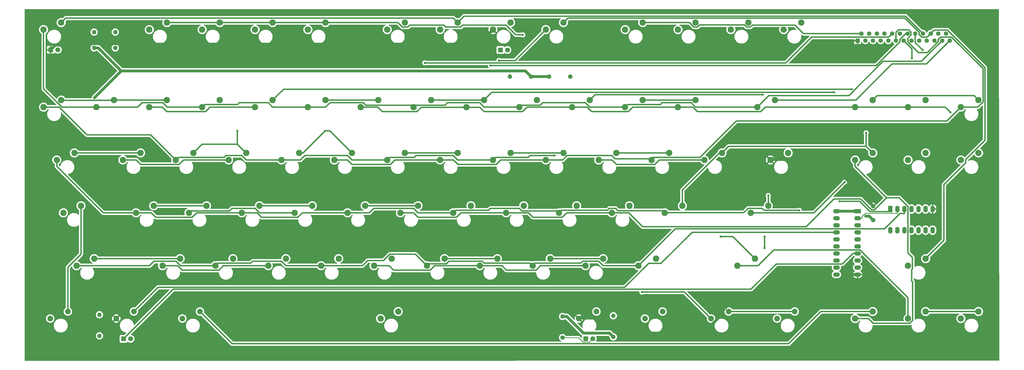
<source format=gbr>
G04 #@! TF.GenerationSoftware,KiCad,Pcbnew,7.0.1*
G04 #@! TF.CreationDate,2024-09-27T18:45:22-05:00*
G04 #@! TF.ProjectId,C128DKEYBOARD,43313238-444b-4455-9942-4f4152442e6b,3.3*
G04 #@! TF.SameCoordinates,Original*
G04 #@! TF.FileFunction,Copper,L1,Top*
G04 #@! TF.FilePolarity,Positive*
%FSLAX46Y46*%
G04 Gerber Fmt 4.6, Leading zero omitted, Abs format (unit mm)*
G04 Created by KiCad (PCBNEW 7.0.1) date 2024-09-27 18:45:22*
%MOMM*%
%LPD*%
G01*
G04 APERTURE LIST*
G04 #@! TA.AperFunction,ComponentPad*
%ADD10C,2.286000*%
G04 #@! TD*
G04 #@! TA.AperFunction,ComponentPad*
%ADD11C,2.032000*%
G04 #@! TD*
G04 #@! TA.AperFunction,ComponentPad*
%ADD12R,1.800000X1.800000*%
G04 #@! TD*
G04 #@! TA.AperFunction,ComponentPad*
%ADD13C,1.800000*%
G04 #@! TD*
G04 #@! TA.AperFunction,ComponentPad*
%ADD14R,1.600000X1.600000*%
G04 #@! TD*
G04 #@! TA.AperFunction,ComponentPad*
%ADD15C,1.600000*%
G04 #@! TD*
G04 #@! TA.AperFunction,ComponentPad*
%ADD16O,1.600000X1.600000*%
G04 #@! TD*
G04 #@! TA.AperFunction,ComponentPad*
%ADD17R,1.600000X2.400000*%
G04 #@! TD*
G04 #@! TA.AperFunction,ComponentPad*
%ADD18O,1.600000X2.400000*%
G04 #@! TD*
G04 #@! TA.AperFunction,ComponentPad*
%ADD19R,2.400000X1.600000*%
G04 #@! TD*
G04 #@! TA.AperFunction,ComponentPad*
%ADD20O,2.400000X1.600000*%
G04 #@! TD*
G04 #@! TA.AperFunction,ViaPad*
%ADD21C,0.800000*%
G04 #@! TD*
G04 #@! TA.AperFunction,Conductor*
%ADD22C,0.250000*%
G04 #@! TD*
G04 #@! TA.AperFunction,Conductor*
%ADD23C,0.500000*%
G04 #@! TD*
G04 #@! TA.AperFunction,Conductor*
%ADD24C,1.000000*%
G04 #@! TD*
G04 APERTURE END LIST*
D10*
X66865500Y-128651000D03*
X60515500Y-131191000D03*
X104965500Y-128651000D03*
X98615500Y-131191000D03*
X124015500Y-128651000D03*
X117665500Y-131191000D03*
X143065500Y-128651000D03*
X136715500Y-131191000D03*
X162115500Y-128651000D03*
X155765500Y-131191000D03*
X190690500Y-128651000D03*
X184340500Y-131191000D03*
X209740500Y-128651000D03*
X203390500Y-131191000D03*
X228790500Y-128651000D03*
X222440500Y-131191000D03*
X247840500Y-128651000D03*
X241490500Y-131191000D03*
X276415500Y-128651000D03*
X270065500Y-131191000D03*
X295465500Y-128651000D03*
X289115500Y-131191000D03*
X314515500Y-128651000D03*
X308165500Y-131191000D03*
X104965500Y-156591000D03*
X98615500Y-159131000D03*
X124015500Y-156591000D03*
X117665500Y-159131000D03*
X143065500Y-156591000D03*
X136715500Y-159131000D03*
X162115500Y-156591000D03*
X155765500Y-159131000D03*
X181165500Y-156591000D03*
X174815500Y-159131000D03*
X200215500Y-156591000D03*
X193865500Y-159131000D03*
X219265500Y-156591000D03*
X212915500Y-159131000D03*
X238315500Y-156591000D03*
X231965500Y-159131000D03*
X257365500Y-156591000D03*
X251015500Y-159131000D03*
X276415500Y-156591000D03*
X270065500Y-159131000D03*
X295465500Y-156591000D03*
X289115500Y-159131000D03*
X324040500Y-156591000D03*
X317690500Y-159131000D03*
X359292100Y-175641000D03*
X352942100Y-178181000D03*
X378342100Y-175641000D03*
X371992100Y-178181000D03*
X397392100Y-175641000D03*
X391042100Y-178181000D03*
X95440500Y-175641000D03*
X89090500Y-178181000D03*
X114490500Y-175641000D03*
X108140500Y-178181000D03*
X133540500Y-175641000D03*
X127190500Y-178181000D03*
X152590500Y-175641000D03*
X146240500Y-178181000D03*
X171640500Y-175641000D03*
X165290500Y-178181000D03*
X190690500Y-175641000D03*
X184340500Y-178181000D03*
X209740500Y-175641000D03*
X203390500Y-178181000D03*
X228790500Y-175641000D03*
X222440500Y-178181000D03*
X247840500Y-175641000D03*
X241490500Y-178181000D03*
X266890500Y-175641000D03*
X260540500Y-178181000D03*
X285940500Y-175641000D03*
X279590500Y-178181000D03*
X304990500Y-175641000D03*
X298640500Y-178181000D03*
X328800500Y-175641000D03*
X322450500Y-178181000D03*
X100190500Y-194691000D03*
X93840500Y-197231000D03*
X138290500Y-194691000D03*
X131940500Y-197231000D03*
X157340500Y-194691000D03*
X150990500Y-197231000D03*
X176390500Y-194691000D03*
X170040500Y-197231000D03*
X195440500Y-194691000D03*
X189090500Y-197231000D03*
X214490500Y-194691000D03*
X208140500Y-197231000D03*
X233540500Y-194691000D03*
X227190500Y-197231000D03*
X252590500Y-194691000D03*
X246240500Y-197231000D03*
X271640500Y-194691000D03*
X265290500Y-197231000D03*
X290690500Y-194691000D03*
X284340500Y-197231000D03*
X321645500Y-194691000D03*
X315295500Y-197231000D03*
X378342100Y-213741000D03*
X371992100Y-216281000D03*
X109715500Y-213741000D03*
X103365500Y-216281000D03*
X128765500Y-213741000D03*
X122415500Y-216281000D03*
X147815500Y-213741000D03*
X141465500Y-216281000D03*
X166865500Y-213741000D03*
X160515500Y-216281000D03*
X185915500Y-213741000D03*
X179565500Y-216281000D03*
X204965500Y-213741000D03*
X198615500Y-216281000D03*
X224015500Y-213741000D03*
X217665500Y-216281000D03*
X243065500Y-213741000D03*
X236715500Y-216281000D03*
X262115500Y-213741000D03*
X255765500Y-216281000D03*
X281165500Y-213741000D03*
X274815500Y-216281000D03*
X316880500Y-213741000D03*
X310530500Y-216281000D03*
X359292100Y-232791000D03*
X352942100Y-235331000D03*
X378342100Y-232791000D03*
X371992100Y-235331000D03*
X397392100Y-232791000D03*
X391042100Y-235331000D03*
D11*
X93050500Y-232791000D03*
X86700500Y-235331000D03*
X116860500Y-232791000D03*
X110510500Y-235331000D03*
D10*
X188295500Y-232791000D03*
X181945500Y-235331000D03*
D11*
X259735500Y-232791000D03*
X253385500Y-235331000D03*
X283545500Y-232791000D03*
X277195500Y-235331000D03*
X307355500Y-232791000D03*
X301005500Y-235331000D03*
X331165500Y-232791000D03*
X324815500Y-235331000D03*
D10*
X359292100Y-156591000D03*
X352942100Y-159131000D03*
X397392100Y-156591000D03*
X391042100Y-159131000D03*
X378342100Y-156591000D03*
X371992100Y-159131000D03*
X71620500Y-175641000D03*
X65270500Y-178181000D03*
X74003500Y-194691000D03*
X67653500Y-197231000D03*
X78765500Y-213741000D03*
X72415500Y-216281000D03*
D11*
X69240500Y-232791000D03*
X62890500Y-235331000D03*
D10*
X119240500Y-194691000D03*
X112890500Y-197231000D03*
X333565500Y-128651000D03*
X327215500Y-131191000D03*
X85915500Y-156591000D03*
X79565500Y-159131000D03*
X66865500Y-156591000D03*
X60515500Y-159131000D03*
D12*
X89321800Y-242646200D03*
D13*
X91861800Y-242646200D03*
D12*
X63114000Y-138455400D03*
D13*
X65654000Y-138455400D03*
D12*
X255874600Y-242570000D03*
D13*
X258414600Y-242570000D03*
D12*
X225115200Y-138531600D03*
D13*
X227655200Y-138531600D03*
D14*
X353834000Y-135149300D03*
D15*
X356604000Y-135149300D03*
X359374000Y-135149300D03*
X362144000Y-135149300D03*
X364914000Y-135149300D03*
X367684000Y-135149300D03*
X370454000Y-135149300D03*
X373224000Y-135149300D03*
X375994000Y-135149300D03*
X378764000Y-135149300D03*
X381534000Y-135149300D03*
X384304000Y-135149300D03*
X387074000Y-135149300D03*
X355219000Y-132609300D03*
X357989000Y-132609300D03*
X360759000Y-132609300D03*
X363529000Y-132609300D03*
X366299000Y-132609300D03*
X369069000Y-132609300D03*
X371839000Y-132609300D03*
X374609000Y-132609300D03*
X377379000Y-132609300D03*
X380149000Y-132609300D03*
X382919000Y-132609300D03*
X385689000Y-132609300D03*
X236143000Y-148082000D03*
D16*
X228523000Y-148082000D03*
D17*
X365628000Y-195844000D03*
D18*
X368168000Y-195844000D03*
X370708000Y-195844000D03*
X373248000Y-195844000D03*
X375788000Y-195844000D03*
X378328000Y-195844000D03*
X380868000Y-195844000D03*
X380868000Y-203464000D03*
X378328000Y-203464000D03*
X375788000Y-203464000D03*
X373248000Y-203464000D03*
X370708000Y-203464000D03*
X368168000Y-203464000D03*
X365628000Y-203464000D03*
D15*
X265811000Y-241935000D03*
D16*
X265811000Y-234315000D03*
D19*
X353822000Y-196596000D03*
D20*
X353822000Y-199136000D03*
X353822000Y-201676000D03*
X353822000Y-204216000D03*
X353822000Y-206756000D03*
X353822000Y-209296000D03*
X353822000Y-211836000D03*
X353822000Y-214376000D03*
X353822000Y-216916000D03*
X353822000Y-219456000D03*
X346202000Y-219456000D03*
X346202000Y-216916000D03*
X346202000Y-214376000D03*
X346202000Y-211836000D03*
X346202000Y-209296000D03*
X346202000Y-206756000D03*
X346202000Y-204216000D03*
X346202000Y-201676000D03*
X346202000Y-199136000D03*
X346202000Y-196596000D03*
D15*
X80645000Y-241554000D03*
D16*
X80645000Y-233934000D03*
D15*
X78740000Y-132080000D03*
D16*
X86360000Y-132080000D03*
D15*
X359410000Y-199858000D03*
X359410000Y-194858000D03*
X86360000Y-137795000D03*
D16*
X78740000Y-137795000D03*
D15*
X247523000Y-242189000D03*
D16*
X247523000Y-234569000D03*
D15*
X250317000Y-148082000D03*
D16*
X242697000Y-148082000D03*
D21*
X319634400Y-154673200D03*
X345403000Y-153823100D03*
X197870100Y-143182600D03*
X161989600Y-167685400D03*
X130331200Y-167685400D03*
X347302200Y-193082800D03*
X351710000Y-152666000D03*
X244582700Y-176587800D03*
X349174800Y-186128000D03*
X221484200Y-144140300D03*
X332819700Y-196338200D03*
X304452400Y-205752600D03*
X356893900Y-168391600D03*
X224571600Y-142324200D03*
X276094600Y-225787000D03*
X377258800Y-138594500D03*
X387275800Y-160967900D03*
X373409700Y-141531000D03*
X320281600Y-205770900D03*
X320281600Y-209932600D03*
X233221000Y-133088800D03*
X321645500Y-190979500D03*
X356693700Y-198442200D03*
X78886300Y-155713800D03*
D22*
X353822000Y-199136000D02*
X355347100Y-199136000D01*
X368168000Y-195844000D02*
X368168000Y-197369100D01*
X368150800Y-197386300D02*
X368168000Y-197369100D01*
X356582700Y-197386300D02*
X368150800Y-197386300D01*
X355347100Y-198621900D02*
X356582700Y-197386300D01*
X355347100Y-199136000D02*
X355347100Y-198621900D01*
D23*
X346202000Y-204216000D02*
X344551900Y-204216000D01*
X294204400Y-204216000D02*
X344551900Y-204216000D01*
X283014500Y-215405900D02*
X294204400Y-204216000D01*
X278551500Y-215405900D02*
X283014500Y-215405900D01*
X269896000Y-224061400D02*
X278551500Y-215405900D01*
X101780000Y-224061400D02*
X269896000Y-224061400D01*
X101780000Y-224061500D02*
X101780000Y-224061400D01*
X93050500Y-232791000D02*
X101780000Y-224061500D01*
X107206400Y-224761600D02*
X89321800Y-242646200D01*
X315432200Y-224761600D02*
X107206400Y-224761600D01*
X324547800Y-215646000D02*
X315432200Y-224761600D01*
X348361900Y-215646000D02*
X324547800Y-215646000D01*
X352171900Y-211836000D02*
X348361900Y-215646000D01*
X353822000Y-211836000D02*
X352171900Y-211836000D01*
X295465500Y-156591000D02*
X276415500Y-156591000D01*
X262115500Y-213741000D02*
X243065500Y-213741000D01*
X285940500Y-175641000D02*
X266890500Y-175641000D01*
X224015500Y-213741000D02*
X204965500Y-213741000D01*
X259283300Y-154673200D02*
X319634400Y-154673200D01*
X257365500Y-156591000D02*
X259283300Y-154673200D01*
X247840500Y-175641000D02*
X228790500Y-175641000D01*
X219265500Y-156591000D02*
X200215500Y-156591000D01*
X195440500Y-194691000D02*
X176390500Y-194691000D01*
X209740500Y-175641000D02*
X190690500Y-175641000D01*
X222033400Y-153823100D02*
X345403000Y-153823100D01*
X219265500Y-156591000D02*
X222033400Y-153823100D01*
X138290500Y-194691000D02*
X157340500Y-194691000D01*
X365009200Y-133899100D02*
X366299000Y-132609300D01*
X337239300Y-133899100D02*
X365009200Y-133899100D01*
X327955800Y-143182600D02*
X337239300Y-133899100D01*
X197870100Y-143182600D02*
X327955800Y-143182600D01*
X181165500Y-156591000D02*
X162115500Y-156591000D01*
X163684900Y-167685400D02*
X161989600Y-167685400D01*
X171640500Y-175641000D02*
X163684900Y-167685400D01*
X154034000Y-175641000D02*
X161989600Y-167685400D01*
X152590500Y-175641000D02*
X154034000Y-175641000D01*
X100190500Y-194691000D02*
X119240500Y-194691000D01*
X109715500Y-213741000D02*
X78765500Y-213741000D01*
X130331200Y-167685400D02*
X130331200Y-172500600D01*
X133471600Y-175641000D02*
X130331200Y-172500600D01*
X133540500Y-175641000D02*
X133471600Y-175641000D01*
X117630900Y-172500600D02*
X114490500Y-175641000D01*
X130331200Y-172500600D02*
X117630900Y-172500600D01*
X146990500Y-152666000D02*
X143065500Y-156591000D01*
X351710000Y-152666000D02*
X146990500Y-152666000D01*
X364660800Y-196811200D02*
X365628000Y-195844000D01*
X358339500Y-196811200D02*
X364660800Y-196811200D01*
X354611100Y-193082800D02*
X358339500Y-196811200D01*
X347302200Y-193082800D02*
X354611100Y-193082800D01*
X265355000Y-178181000D02*
X260540500Y-178181000D01*
X266958300Y-179784300D02*
X265355000Y-178181000D01*
X280749700Y-179784300D02*
X266958300Y-179784300D01*
X282353000Y-178181000D02*
X280749700Y-179784300D01*
X298640500Y-178181000D02*
X282353000Y-178181000D01*
X223387300Y-177234200D02*
X222440500Y-178181000D01*
X235167600Y-177234200D02*
X223387300Y-177234200D01*
X235814000Y-176587800D02*
X235167600Y-177234200D01*
X244582700Y-176587800D02*
X235814000Y-176587800D01*
X109064400Y-177257100D02*
X108140500Y-178181000D01*
X125574400Y-177257100D02*
X109064400Y-177257100D01*
X126267100Y-176564400D02*
X125574400Y-177257100D01*
X131923900Y-176564400D02*
X126267100Y-176564400D01*
X133540500Y-178181000D02*
X131923900Y-176564400D01*
X146240500Y-178181000D02*
X133540500Y-178181000D01*
X66136800Y-159131000D02*
X60515500Y-159131000D01*
X76116000Y-169110200D02*
X66136800Y-159131000D01*
X99069700Y-169110200D02*
X76116000Y-169110200D01*
X108140500Y-178181000D02*
X99069700Y-169110200D01*
X153069200Y-178181000D02*
X146240500Y-178181000D01*
X154696200Y-176554000D02*
X153069200Y-178181000D01*
X170013500Y-176554000D02*
X154696200Y-176554000D01*
X171640500Y-178181000D02*
X170013500Y-176554000D01*
X184340500Y-178181000D02*
X171640500Y-178181000D01*
X209740500Y-178181000D02*
X222440500Y-178181000D01*
X208113500Y-176554000D02*
X209740500Y-178181000D01*
X194776400Y-176554000D02*
X208113500Y-176554000D01*
X194076200Y-177254200D02*
X194776400Y-176554000D01*
X185267300Y-177254200D02*
X194076200Y-177254200D01*
X184340500Y-178181000D02*
X185267300Y-177254200D01*
X338071800Y-197231000D02*
X315295500Y-197231000D01*
X349174800Y-186128000D02*
X338071800Y-197231000D01*
X85915500Y-156591000D02*
X104965500Y-156591000D01*
X69240500Y-216862900D02*
X69240500Y-232791000D01*
X74003500Y-212099900D02*
X69240500Y-216862900D01*
X74003500Y-194691000D02*
X74003500Y-212099900D01*
X71620500Y-175641000D02*
X95440500Y-175641000D01*
X360509100Y-144140300D02*
X221484200Y-144140300D01*
X369069000Y-135580400D02*
X360509100Y-144140300D01*
X369069000Y-134761100D02*
X369069000Y-135580400D01*
X371220800Y-132609300D02*
X369069000Y-134761100D01*
X371839000Y-132609300D02*
X371220800Y-132609300D01*
X85842600Y-156663900D02*
X85915500Y-156591000D01*
X66938400Y-156663900D02*
X85842600Y-156663900D01*
X66865500Y-156591000D02*
X66938400Y-156663900D01*
X284340500Y-197231000D02*
X284340500Y-197165000D01*
X312821500Y-197165000D02*
X284340500Y-197165000D01*
X314402700Y-195583800D02*
X312821500Y-197165000D01*
X319381600Y-195583800D02*
X314402700Y-195583800D01*
X320136000Y-196338200D02*
X319381600Y-195583800D01*
X332819700Y-196338200D02*
X320136000Y-196338200D01*
X99333100Y-197231000D02*
X93840500Y-197231000D01*
X100927600Y-198825500D02*
X99333100Y-197231000D01*
X114058500Y-198825500D02*
X100927600Y-198825500D01*
X115653000Y-197231000D02*
X114058500Y-198825500D01*
X131940500Y-197231000D02*
X115653000Y-197231000D01*
X65270500Y-180439400D02*
X65270500Y-178181000D01*
X82062100Y-197231000D02*
X65270500Y-180439400D01*
X93840500Y-197231000D02*
X82062100Y-197231000D01*
X177859300Y-197231000D02*
X170040500Y-197231000D01*
X179475900Y-195614400D02*
X177859300Y-197231000D01*
X193823900Y-195614400D02*
X179475900Y-195614400D01*
X195440500Y-197231000D02*
X193823900Y-195614400D01*
X208140500Y-197231000D02*
X195440500Y-197231000D01*
X137395200Y-197231000D02*
X131940500Y-197231000D01*
X139026400Y-198862200D02*
X137395200Y-197231000D01*
X152121800Y-198862200D02*
X139026400Y-198862200D01*
X153753000Y-197231000D02*
X152121800Y-198862200D01*
X170040500Y-197231000D02*
X153753000Y-197231000D01*
X247164500Y-196307000D02*
X246240500Y-197231000D01*
X263674500Y-196307000D02*
X247164500Y-196307000D01*
X264369300Y-195612200D02*
X263674500Y-196307000D01*
X266608900Y-195612200D02*
X264369300Y-195612200D01*
X267461600Y-196464900D02*
X266608900Y-195612200D01*
X283640400Y-196464900D02*
X267461600Y-196464900D01*
X284340500Y-197165000D02*
X283640400Y-196464900D01*
X209087300Y-196284200D02*
X208140500Y-197231000D01*
X220867600Y-196284200D02*
X209087300Y-196284200D01*
X221514000Y-195637800D02*
X220867600Y-196284200D01*
X231947300Y-195637800D02*
X221514000Y-195637800D01*
X232840300Y-196530800D02*
X231947300Y-195637800D01*
X245540300Y-196530800D02*
X232840300Y-196530800D01*
X246240500Y-197231000D02*
X245540300Y-196530800D01*
X334322700Y-132609300D02*
X355219000Y-132609300D01*
X331253500Y-129540100D02*
X334322700Y-132609300D01*
X315879400Y-129540100D02*
X331253500Y-129540100D01*
X315175400Y-130244100D02*
X315879400Y-129540100D01*
X313855700Y-130244100D02*
X315175400Y-130244100D01*
X313135500Y-129523900D02*
X313855700Y-130244100D01*
X296845600Y-129523900D02*
X313135500Y-129523900D01*
X296125400Y-130244100D02*
X296845600Y-129523900D01*
X294805700Y-130244100D02*
X296125400Y-130244100D01*
X293212700Y-128651100D02*
X294805700Y-130244100D01*
X293212700Y-128651000D02*
X293212700Y-128651100D01*
X276415500Y-128651000D02*
X293212700Y-128651000D01*
X308892100Y-205752600D02*
X304452400Y-205752600D01*
X316880500Y-213741000D02*
X308892100Y-205752600D01*
X395797900Y-154996800D02*
X397392100Y-156591000D01*
X360886300Y-154996800D02*
X395797900Y-154996800D01*
X359292100Y-156591000D02*
X360886300Y-154996800D01*
X304073900Y-175641000D02*
X304990500Y-175641000D01*
X290690500Y-189024400D02*
X304073900Y-175641000D01*
X290690500Y-194691000D02*
X290690500Y-189024400D01*
X307388700Y-173242800D02*
X304990500Y-175641000D01*
X356893900Y-173242800D02*
X307388700Y-173242800D01*
X359292100Y-175641000D02*
X356893900Y-173242800D01*
X356893900Y-173242800D02*
X356893900Y-168391600D01*
X237627200Y-215369300D02*
X236715500Y-216281000D01*
X254137200Y-215369300D02*
X237627200Y-215369300D01*
X254842100Y-214664400D02*
X254137200Y-215369300D01*
X260498900Y-214664400D02*
X254842100Y-214664400D01*
X262115500Y-216281000D02*
X260498900Y-214664400D01*
X274815500Y-216281000D02*
X262115500Y-216281000D01*
X98686100Y-216281000D02*
X72415500Y-216281000D01*
X100281800Y-214685300D02*
X98686100Y-216281000D01*
X108214800Y-214685300D02*
X100281800Y-214685300D01*
X109810500Y-216281000D02*
X108214800Y-214685300D01*
X122415500Y-216281000D02*
X109810500Y-216281000D01*
X199315600Y-215580900D02*
X198615500Y-216281000D01*
X205665600Y-215580900D02*
X199315600Y-215580900D01*
X206582100Y-214664400D02*
X205665600Y-215580900D01*
X218588900Y-214664400D02*
X206582100Y-214664400D01*
X219258700Y-215334200D02*
X218588900Y-214664400D01*
X235768700Y-215334200D02*
X219258700Y-215334200D01*
X236715500Y-216281000D02*
X235768700Y-215334200D01*
X230357300Y-142324200D02*
X241490500Y-131191000D01*
X224571600Y-142324200D02*
X230357300Y-142324200D01*
X291461500Y-225787000D02*
X276094600Y-225787000D01*
X301005500Y-235331000D02*
X291461500Y-225787000D01*
X175400100Y-216281000D02*
X160515500Y-216281000D01*
X177280100Y-214401000D02*
X175400100Y-216281000D01*
X183002700Y-214401000D02*
X177280100Y-214401000D01*
X183002700Y-214400900D02*
X183002700Y-214401000D01*
X185255700Y-212147900D02*
X183002700Y-214400900D01*
X194482400Y-212147900D02*
X185255700Y-212147900D01*
X198615500Y-216281000D02*
X194482400Y-212147900D01*
X123362300Y-215334200D02*
X122415500Y-216281000D01*
X135142600Y-215334200D02*
X123362300Y-215334200D01*
X135789000Y-214687800D02*
X135142600Y-215334200D01*
X146222300Y-214687800D02*
X135789000Y-214687800D01*
X147815500Y-216281000D02*
X146222300Y-214687800D01*
X160515500Y-216281000D02*
X147815500Y-216281000D01*
X288146600Y-202949900D02*
X274815500Y-216281000D01*
X363602100Y-202949900D02*
X288146600Y-202949900D01*
X369057900Y-197494100D02*
X363602100Y-202949900D01*
X370708000Y-197494100D02*
X369057900Y-197494100D01*
X370708000Y-195844000D02*
X370708000Y-197494100D01*
X397392100Y-232791000D02*
X378342100Y-232791000D01*
X128491600Y-244422100D02*
X116860500Y-232791000D01*
X328947500Y-244422100D02*
X128491600Y-244422100D01*
X340578600Y-232791000D02*
X328947500Y-244422100D01*
X359292100Y-232791000D02*
X340578600Y-232791000D01*
X378881700Y-133876600D02*
X380149000Y-132609300D01*
X376873200Y-133876600D02*
X378881700Y-133876600D01*
X375994000Y-132997400D02*
X376873200Y-133876600D01*
X375994000Y-132214600D02*
X375994000Y-132997400D01*
X370834000Y-127054600D02*
X375994000Y-132214600D01*
X249436900Y-127054600D02*
X370834000Y-127054600D01*
X247840500Y-128651000D02*
X249436900Y-127054600D01*
X381422600Y-131335700D02*
X380149000Y-132609300D01*
X386202900Y-131335700D02*
X381422600Y-131335700D01*
X399732500Y-144865300D02*
X386202900Y-131335700D01*
X399732500Y-171047500D02*
X399732500Y-144865300D01*
X392765600Y-178014400D02*
X399732500Y-171047500D01*
X392765600Y-179220000D02*
X392765600Y-178014400D01*
X384906500Y-187079100D02*
X392765600Y-179220000D01*
X384906500Y-207176600D02*
X384906500Y-187079100D01*
X378342100Y-213741000D02*
X384906500Y-207176600D01*
D24*
X253545400Y-235171100D02*
X253385500Y-235331000D01*
X262127800Y-235171100D02*
X253545400Y-235171100D01*
X267528700Y-240572000D02*
X262127800Y-235171100D01*
X298248000Y-240572000D02*
X267528700Y-240572000D01*
X304605000Y-234215000D02*
X298248000Y-240572000D01*
X304605000Y-233114500D02*
X304605000Y-234215000D01*
X309587900Y-228131600D02*
X304605000Y-233114500D01*
X343246300Y-228131600D02*
X309587900Y-228131600D01*
X351921900Y-219456000D02*
X343246300Y-228131600D01*
X353822000Y-219456000D02*
X351921900Y-219456000D01*
X64828700Y-136740700D02*
X63114000Y-138455400D01*
X76721500Y-136740700D02*
X64828700Y-136740700D01*
X77194300Y-136267900D02*
X76721500Y-136740700D01*
X89158300Y-136267900D02*
X77194300Y-136267900D01*
X89330100Y-136439700D02*
X89158300Y-136267900D01*
X217191800Y-136439700D02*
X89330100Y-136439700D01*
X222440500Y-131191000D02*
X217191800Y-136439700D01*
X322604600Y-178026900D02*
X322450500Y-178181000D01*
X342629500Y-178026900D02*
X322604600Y-178026900D01*
X359410000Y-194807400D02*
X342629500Y-178026900D01*
X359410000Y-194858000D02*
X359410000Y-194807400D01*
D23*
X374609000Y-135944700D02*
X377258800Y-138594500D01*
X374609000Y-132609300D02*
X374609000Y-135944700D01*
X120526400Y-159131000D02*
X136715500Y-159131000D01*
X118921700Y-160735700D02*
X120526400Y-159131000D01*
X104946800Y-160735700D02*
X118921700Y-160735700D01*
X103342100Y-159131000D02*
X104946800Y-160735700D01*
X98615500Y-159131000D02*
X103342100Y-159131000D01*
X256375200Y-159131000D02*
X251015500Y-159131000D01*
X258006400Y-160762200D02*
X256375200Y-159131000D01*
X271196900Y-160762200D02*
X258006400Y-160762200D01*
X272828100Y-159131000D02*
X271196900Y-160762200D01*
X289115500Y-159131000D02*
X272828100Y-159131000D01*
X212915500Y-159131000D02*
X212915500Y-159182700D01*
X217693800Y-159182700D02*
X212915500Y-159182700D01*
X219275300Y-160764200D02*
X217693800Y-159182700D01*
X233094800Y-160764200D02*
X219275300Y-160764200D01*
X234728000Y-159131000D02*
X233094800Y-160764200D01*
X251015500Y-159131000D02*
X234728000Y-159131000D01*
X180930700Y-159131000D02*
X174815500Y-159131000D01*
X182536500Y-160736800D02*
X180930700Y-159131000D01*
X195022200Y-160736800D02*
X182536500Y-160736800D01*
X196576300Y-159182700D02*
X195022200Y-160736800D01*
X212915500Y-159182700D02*
X196576300Y-159182700D01*
X385438900Y-159131000D02*
X387275800Y-160967900D01*
X371992100Y-159131000D02*
X385438900Y-159131000D01*
X320551400Y-159131000D02*
X352942100Y-159131000D01*
X318955100Y-160727300D02*
X320551400Y-159131000D01*
X296071500Y-160727300D02*
X318955100Y-160727300D01*
X294475200Y-159131000D02*
X296071500Y-160727300D01*
X289115500Y-159131000D02*
X294475200Y-159131000D01*
X352942100Y-159131000D02*
X371992100Y-159131000D01*
X93905000Y-178181000D02*
X89090500Y-178181000D01*
X95508300Y-179784300D02*
X93905000Y-178181000D01*
X109299700Y-179784300D02*
X95508300Y-179784300D01*
X110903000Y-178181000D02*
X109299700Y-179784300D01*
X127190500Y-178181000D02*
X110903000Y-178181000D01*
X279590500Y-178181000D02*
X279590500Y-177719000D01*
X247553500Y-178181000D02*
X241490500Y-178181000D01*
X249146700Y-176587800D02*
X247553500Y-178181000D01*
X265297300Y-176587800D02*
X249146700Y-176587800D01*
X266428500Y-177719000D02*
X265297300Y-176587800D01*
X279590500Y-177719000D02*
X266428500Y-177719000D01*
X397144400Y-159131000D02*
X391042100Y-159131000D01*
X399032400Y-157243000D02*
X397144400Y-159131000D01*
X399032400Y-145279500D02*
X399032400Y-157243000D01*
X387652000Y-133899100D02*
X399032400Y-145279500D01*
X383758100Y-133899100D02*
X387652000Y-133899100D01*
X382919000Y-134738200D02*
X383758100Y-133899100D01*
X382919000Y-135544000D02*
X382919000Y-134738200D01*
X379000400Y-139462600D02*
X382919000Y-135544000D01*
X375757600Y-139462600D02*
X379000400Y-139462600D01*
X371966800Y-135671800D02*
X375757600Y-139462600D01*
X371966800Y-134289900D02*
X371966800Y-135671800D01*
X373099800Y-133156900D02*
X371966800Y-134289900D01*
X373099800Y-132088400D02*
X373099800Y-133156900D01*
X372322700Y-131311300D02*
X373099800Y-132088400D01*
X368593100Y-131311300D02*
X372322700Y-131311300D01*
X367684000Y-132220400D02*
X368593100Y-131311300D01*
X367684000Y-135149300D02*
X367684000Y-132220400D01*
X280052400Y-177257100D02*
X279590500Y-177719000D01*
X297024400Y-177257100D02*
X280052400Y-177257100D01*
X310166400Y-164115100D02*
X297024400Y-177257100D01*
X386058000Y-164115100D02*
X310166400Y-164115100D01*
X391042100Y-159131000D02*
X386058000Y-164115100D01*
X208205000Y-178181000D02*
X203390500Y-178181000D01*
X209808300Y-179784300D02*
X208205000Y-178181000D01*
X223599700Y-179784300D02*
X209808300Y-179784300D01*
X225203000Y-178181000D02*
X223599700Y-179784300D01*
X241490500Y-178181000D02*
X225203000Y-178181000D01*
X187103000Y-178181000D02*
X203390500Y-178181000D01*
X185499800Y-179784200D02*
X187103000Y-178181000D01*
X171620300Y-179784200D02*
X185499800Y-179784200D01*
X170017100Y-178181000D02*
X171620300Y-179784200D01*
X165290500Y-178181000D02*
X170017100Y-178181000D01*
X235229500Y-197231000D02*
X227190500Y-197231000D01*
X236835300Y-198836800D02*
X235229500Y-197231000D01*
X247397200Y-198836800D02*
X236835300Y-198836800D01*
X249003000Y-197231000D02*
X247397200Y-198836800D01*
X265290500Y-197231000D02*
X249003000Y-197231000D01*
X210903000Y-197231000D02*
X227190500Y-197231000D01*
X209299800Y-198834200D02*
X210903000Y-197231000D01*
X195420300Y-198834200D02*
X209299800Y-198834200D01*
X193817100Y-197231000D02*
X195420300Y-198834200D01*
X189090500Y-197231000D02*
X193817100Y-197231000D01*
X113590600Y-196530900D02*
X112890500Y-197231000D01*
X127485000Y-196530900D02*
X113590600Y-196530900D01*
X128419200Y-195596700D02*
X127485000Y-196530900D01*
X136751200Y-195596700D02*
X128419200Y-195596700D01*
X138385500Y-197231000D02*
X136751200Y-195596700D01*
X150990500Y-197231000D02*
X138385500Y-197231000D01*
X373409700Y-138105000D02*
X373409700Y-141531000D01*
X370454000Y-135149300D02*
X373409700Y-138105000D01*
X271349500Y-197231000D02*
X265290500Y-197231000D01*
X276368200Y-202249700D02*
X271349500Y-197231000D01*
X335279000Y-202249700D02*
X276368200Y-202249700D01*
X345305900Y-192222800D02*
X335279000Y-202249700D01*
X354971700Y-192222800D02*
X345305900Y-192222800D01*
X358860000Y-196111100D02*
X354971700Y-192222800D01*
X359927200Y-196111100D02*
X358860000Y-196111100D01*
X364266500Y-191771800D02*
X359927200Y-196111100D01*
X352942100Y-180447500D02*
X364266500Y-191771800D01*
X352942100Y-178181000D02*
X352942100Y-180447500D01*
X357756600Y-235331000D02*
X352942100Y-235331000D01*
X359406200Y-236980600D02*
X357756600Y-235331000D01*
X372667600Y-236980600D02*
X359406200Y-236980600D01*
X373624000Y-236024200D02*
X372667600Y-236980600D01*
X373624000Y-222111600D02*
X373624000Y-236024200D01*
X373338000Y-221825600D02*
X373624000Y-222111600D01*
X373338000Y-217697600D02*
X373338000Y-221825600D01*
X373592800Y-217442800D02*
X373338000Y-217697600D01*
X373592800Y-213289500D02*
X373592800Y-217442800D01*
X371978000Y-211674700D02*
X373592800Y-213289500D01*
X371978000Y-194932700D02*
X371978000Y-211674700D01*
X368852700Y-191807400D02*
X371978000Y-194932700D01*
X364302000Y-191807400D02*
X368852700Y-191807400D01*
X364266500Y-191771800D02*
X364302000Y-191807400D01*
X108820200Y-216281000D02*
X103365500Y-216281000D01*
X110413800Y-217874600D02*
X108820200Y-216281000D01*
X123682800Y-217874600D02*
X110413800Y-217874600D01*
X125276400Y-216281000D02*
X123682800Y-217874600D01*
X141465500Y-216281000D02*
X125276400Y-216281000D01*
X225704500Y-216281000D02*
X217665500Y-216281000D01*
X227298100Y-217874600D02*
X225704500Y-216281000D01*
X237982800Y-217874600D02*
X227298100Y-217874600D01*
X239576400Y-216281000D02*
X237982800Y-217874600D01*
X255765500Y-216281000D02*
X239576400Y-216281000D01*
X185020200Y-216281000D02*
X179565500Y-216281000D01*
X186639300Y-217900100D02*
X185020200Y-216281000D01*
X199857300Y-217900100D02*
X186639300Y-217900100D01*
X201476400Y-216281000D02*
X199857300Y-217900100D01*
X217665500Y-216281000D02*
X201476400Y-216281000D01*
X371992100Y-227825800D02*
X371992100Y-235331000D01*
X354732300Y-210566000D02*
X371992100Y-227825800D01*
X323632800Y-210566000D02*
X354732300Y-210566000D01*
X317917800Y-216281000D02*
X323632800Y-210566000D01*
X310530500Y-216281000D02*
X317917800Y-216281000D01*
X331165500Y-232791000D02*
X307355500Y-232791000D01*
X124015500Y-128651000D02*
X104965500Y-128651000D01*
X162115500Y-128651000D02*
X143065500Y-128651000D01*
X143065500Y-128651000D02*
X124015500Y-128651000D01*
X320281600Y-205770900D02*
X320281600Y-209932600D01*
X353229000Y-156591000D02*
X324040500Y-156591000D01*
X366246800Y-143573200D02*
X353229000Y-156591000D01*
X378650100Y-143573200D02*
X366246800Y-143573200D01*
X387074000Y-135149300D02*
X378650100Y-143573200D01*
X188150500Y-128651000D02*
X162115500Y-128651000D01*
X189783600Y-130284100D02*
X188150500Y-128651000D01*
X191789200Y-130284100D02*
X189783600Y-130284100D01*
X192509400Y-129563900D02*
X191789200Y-130284100D01*
X204744800Y-129563900D02*
X192509400Y-129563900D01*
X205465000Y-130284100D02*
X204744800Y-129563900D01*
X210839200Y-130284100D02*
X205465000Y-130284100D01*
X211555900Y-129567400D02*
X210839200Y-130284100D01*
X227166900Y-129567400D02*
X211555900Y-129567400D01*
X230688300Y-133088800D02*
X227166900Y-129567400D01*
X233221000Y-133088800D02*
X230688300Y-133088800D01*
X321645500Y-190979500D02*
X321645500Y-194691000D01*
X271012300Y-158184200D02*
X270065500Y-159131000D01*
X282792600Y-158184200D02*
X271012300Y-158184200D01*
X283439000Y-157537800D02*
X282792600Y-158184200D01*
X293872300Y-157537800D02*
X283439000Y-157537800D01*
X295465500Y-159131000D02*
X293872300Y-157537800D01*
X317690500Y-159131000D02*
X295465500Y-159131000D01*
X232665600Y-158430900D02*
X231965500Y-159131000D01*
X239494300Y-158430900D02*
X232665600Y-158430900D01*
X240422000Y-157503200D02*
X239494300Y-158430900D01*
X255737700Y-157503200D02*
X240422000Y-157503200D01*
X257365500Y-159131000D02*
X255737700Y-157503200D01*
X270065500Y-159131000D02*
X257365500Y-159131000D01*
X94450100Y-159131000D02*
X79565500Y-159131000D01*
X96045800Y-157535300D02*
X94450100Y-159131000D01*
X103464800Y-157535300D02*
X96045800Y-157535300D01*
X105060500Y-159131000D02*
X103464800Y-157535300D01*
X117665500Y-159131000D02*
X105060500Y-159131000D01*
X60515500Y-152519400D02*
X60515500Y-131191000D01*
X67127100Y-159131000D02*
X60515500Y-152519400D01*
X79565500Y-159131000D02*
X67127100Y-159131000D01*
X321866700Y-154954800D02*
X317690500Y-159131000D01*
X350692500Y-154954800D02*
X321866700Y-154954800D01*
X363020800Y-142626500D02*
X350692500Y-154954800D01*
X376826800Y-142626500D02*
X363020800Y-142626500D01*
X384304000Y-135149300D02*
X376826800Y-142626500D01*
X194565600Y-158430900D02*
X193865500Y-159131000D01*
X205135500Y-158430900D02*
X194565600Y-158430900D01*
X206037900Y-157528500D02*
X205135500Y-158430900D01*
X217663000Y-157528500D02*
X206037900Y-157528500D01*
X219265500Y-159131000D02*
X217663000Y-157528500D01*
X231965500Y-159131000D02*
X219265500Y-159131000D01*
X162115500Y-159131000D02*
X155765500Y-159131000D01*
X163732100Y-157514400D02*
X162115500Y-159131000D01*
X175738900Y-157514400D02*
X163732100Y-157514400D01*
X176655400Y-158430900D02*
X175738900Y-157514400D01*
X193165400Y-158430900D02*
X176655400Y-158430900D01*
X193865500Y-159131000D02*
X193165400Y-158430900D01*
X118612300Y-158184200D02*
X117665500Y-159131000D01*
X130392600Y-158184200D02*
X118612300Y-158184200D01*
X131039000Y-157537800D02*
X130392600Y-158184200D01*
X141472300Y-157537800D02*
X131039000Y-157537800D01*
X143065500Y-159131000D02*
X141472300Y-157537800D01*
X155765500Y-159131000D02*
X143065500Y-159131000D01*
D24*
X346202000Y-196596000D02*
X353822000Y-196596000D01*
X357994200Y-198442200D02*
X359410000Y-199858000D01*
X356693700Y-198442200D02*
X357994200Y-198442200D01*
X264441000Y-240565000D02*
X265811000Y-241935000D01*
X255019100Y-240565000D02*
X264441000Y-240565000D01*
X249023100Y-234569000D02*
X255019100Y-240565000D01*
X247523000Y-234569000D02*
X249023100Y-234569000D01*
X242697000Y-148082000D02*
X236143000Y-148082000D01*
X78740000Y-137795000D02*
X80240100Y-137795000D01*
X88522600Y-146077500D02*
X78886300Y-155713800D01*
X234138500Y-146077500D02*
X88522600Y-146077500D01*
X236143000Y-148082000D02*
X234138500Y-146077500D01*
X88522600Y-146077500D02*
X80240100Y-137795000D01*
D23*
X68463100Y-127053400D02*
X66865500Y-128651000D01*
X208142900Y-127053400D02*
X68463100Y-127053400D01*
X209740500Y-128651000D02*
X208142900Y-127053400D01*
X212064600Y-126326900D02*
X209740500Y-128651000D01*
X371096600Y-126326900D02*
X212064600Y-126326900D01*
X377379000Y-132609300D02*
X371096600Y-126326900D01*
D22*
X257189500Y-243795100D02*
X258414600Y-242570000D01*
X254840000Y-243795100D02*
X257189500Y-243795100D01*
X253234000Y-242189100D02*
X254840000Y-243795100D01*
X253234000Y-242189000D02*
X253234000Y-242189100D01*
X247523000Y-242189000D02*
X253234000Y-242189000D01*
G04 #@! TA.AperFunction,Conductor*
G36*
X352472000Y-134674213D02*
G01*
X352517387Y-134719600D01*
X352534000Y-134781600D01*
X352534000Y-134899300D01*
X353960000Y-134899300D01*
X354022000Y-134915913D01*
X354067387Y-134961300D01*
X354084000Y-135023300D01*
X354084000Y-136449300D01*
X354681824Y-136449300D01*
X354741375Y-136442897D01*
X354876089Y-136392652D01*
X354991188Y-136306488D01*
X355077352Y-136191389D01*
X355127597Y-136056675D01*
X355134000Y-135997124D01*
X355134000Y-135652376D01*
X355151711Y-135588511D01*
X355199786Y-135542890D01*
X355264490Y-135528546D01*
X355327340Y-135549575D01*
X355370382Y-135599972D01*
X355466474Y-135806044D01*
X355466476Y-135806046D01*
X355466477Y-135806049D01*
X355597802Y-135993600D01*
X355759700Y-136155498D01*
X355947251Y-136286823D01*
X355947254Y-136286824D01*
X355947255Y-136286825D01*
X355965872Y-136295506D01*
X356154757Y-136383584D01*
X356375913Y-136442843D01*
X356604000Y-136462798D01*
X356832087Y-136442843D01*
X357053243Y-136383584D01*
X357260749Y-136286823D01*
X357448300Y-136155498D01*
X357610198Y-135993600D01*
X357741523Y-135806049D01*
X357838284Y-135598543D01*
X357869225Y-135483067D01*
X357901319Y-135427482D01*
X357956906Y-135395388D01*
X358021094Y-135395388D01*
X358076681Y-135427482D01*
X358108774Y-135483067D01*
X358137028Y-135588511D01*
X358139717Y-135598546D01*
X358236474Y-135806044D01*
X358236476Y-135806046D01*
X358236477Y-135806049D01*
X358367802Y-135993600D01*
X358529700Y-136155498D01*
X358717251Y-136286823D01*
X358717254Y-136286824D01*
X358717255Y-136286825D01*
X358735872Y-136295506D01*
X358924757Y-136383584D01*
X359145913Y-136442843D01*
X359374000Y-136462798D01*
X359602087Y-136442843D01*
X359823243Y-136383584D01*
X360030749Y-136286823D01*
X360218300Y-136155498D01*
X360380198Y-135993600D01*
X360511523Y-135806049D01*
X360608284Y-135598543D01*
X360639225Y-135483067D01*
X360671319Y-135427482D01*
X360726906Y-135395388D01*
X360791094Y-135395388D01*
X360846681Y-135427482D01*
X360878774Y-135483067D01*
X360907028Y-135588511D01*
X360909717Y-135598546D01*
X361006474Y-135806044D01*
X361006476Y-135806046D01*
X361006477Y-135806049D01*
X361137802Y-135993600D01*
X361299700Y-136155498D01*
X361487251Y-136286823D01*
X361487254Y-136286824D01*
X361487255Y-136286825D01*
X361505872Y-136295506D01*
X361694757Y-136383584D01*
X361915913Y-136442843D01*
X362144000Y-136462798D01*
X362372087Y-136442843D01*
X362593243Y-136383584D01*
X362800749Y-136286823D01*
X362988300Y-136155498D01*
X363150198Y-135993600D01*
X363281523Y-135806049D01*
X363378284Y-135598543D01*
X363409225Y-135483067D01*
X363441319Y-135427482D01*
X363496906Y-135395388D01*
X363561094Y-135395388D01*
X363616681Y-135427482D01*
X363648774Y-135483067D01*
X363677028Y-135588511D01*
X363679717Y-135598546D01*
X363776474Y-135806044D01*
X363776476Y-135806046D01*
X363776477Y-135806049D01*
X363907802Y-135993600D01*
X364069700Y-136155498D01*
X364257251Y-136286823D01*
X364257254Y-136286824D01*
X364257255Y-136286825D01*
X364275872Y-136295506D01*
X364464757Y-136383584D01*
X364685913Y-136442843D01*
X364914000Y-136462798D01*
X365142087Y-136442843D01*
X365363243Y-136383584D01*
X365570749Y-136286823D01*
X365758300Y-136155498D01*
X365920198Y-135993600D01*
X366051523Y-135806049D01*
X366148284Y-135598543D01*
X366179225Y-135483067D01*
X366211319Y-135427482D01*
X366266906Y-135395388D01*
X366331094Y-135395388D01*
X366386681Y-135427482D01*
X366418774Y-135483067D01*
X366447028Y-135588511D01*
X366449717Y-135598546D01*
X366546474Y-135806044D01*
X366546476Y-135806046D01*
X366546477Y-135806049D01*
X366677802Y-135993600D01*
X366839700Y-136155498D01*
X367027251Y-136286823D01*
X367040599Y-136293047D01*
X367045872Y-136295506D01*
X367091843Y-136332402D01*
X367115583Y-136386356D01*
X367111728Y-136445176D01*
X367081148Y-136495569D01*
X360231238Y-143345481D01*
X360191010Y-143372361D01*
X360143557Y-143381800D01*
X329128643Y-143381800D01*
X329072348Y-143368285D01*
X329028325Y-143330685D01*
X329006170Y-143277198D01*
X329010712Y-143219482D01*
X329040962Y-143170119D01*
X336811781Y-135399300D01*
X352534000Y-135399300D01*
X352534000Y-135997124D01*
X352540402Y-136056675D01*
X352590647Y-136191389D01*
X352676811Y-136306488D01*
X352791910Y-136392652D01*
X352926624Y-136442897D01*
X352986176Y-136449300D01*
X353584000Y-136449300D01*
X353584000Y-135399300D01*
X352534000Y-135399300D01*
X336811781Y-135399300D01*
X337517162Y-134693919D01*
X337557390Y-134667039D01*
X337604843Y-134657600D01*
X352410000Y-134657600D01*
X352472000Y-134674213D01*
G37*
G04 #@! TD.AperFunction*
G04 #@! TA.AperFunction,Conductor*
G36*
X404687088Y-123841592D02*
G01*
X404732470Y-123886928D01*
X404749124Y-123948876D01*
X404875875Y-250319920D01*
X404859311Y-250381959D01*
X404813937Y-250427395D01*
X404751920Y-250444044D01*
X53845045Y-250570955D01*
X53783026Y-250554357D01*
X53737620Y-250508968D01*
X53721000Y-250446955D01*
X53721000Y-241553999D01*
X79331501Y-241553999D01*
X79351456Y-241782084D01*
X79353785Y-241790775D01*
X79402754Y-241973530D01*
X79410717Y-242003246D01*
X79507474Y-242210744D01*
X79507476Y-242210746D01*
X79507477Y-242210749D01*
X79638802Y-242398300D01*
X79800700Y-242560198D01*
X79988251Y-242691523D01*
X80195757Y-242788284D01*
X80416913Y-242847543D01*
X80645000Y-242867498D01*
X80873087Y-242847543D01*
X81094243Y-242788284D01*
X81301749Y-242691523D01*
X81489300Y-242560198D01*
X81651198Y-242398300D01*
X81782523Y-242210749D01*
X81879284Y-242003243D01*
X81938543Y-241782087D01*
X81958498Y-241554000D01*
X81938543Y-241325913D01*
X81879284Y-241104757D01*
X81782523Y-240897251D01*
X81651198Y-240709700D01*
X81489300Y-240547802D01*
X81301749Y-240416477D01*
X81301746Y-240416476D01*
X81301744Y-240416474D01*
X81094246Y-240319717D01*
X81094243Y-240319716D01*
X80983665Y-240290086D01*
X80873084Y-240260456D01*
X80645000Y-240240501D01*
X80416915Y-240260456D01*
X80195753Y-240319717D01*
X79988255Y-240416474D01*
X79800696Y-240547805D01*
X79638805Y-240709696D01*
X79507474Y-240897255D01*
X79410717Y-241104753D01*
X79351456Y-241325915D01*
X79331501Y-241553999D01*
X53721000Y-241553999D01*
X53721000Y-238027936D01*
X64206100Y-238027936D01*
X64245438Y-238339329D01*
X64323493Y-238643333D01*
X64439037Y-238935165D01*
X64590241Y-239210205D01*
X64774732Y-239464135D01*
X64861469Y-239556500D01*
X64989590Y-239692935D01*
X65231430Y-239893002D01*
X65496438Y-240061181D01*
X65780435Y-240194820D01*
X65921026Y-240240501D01*
X66078937Y-240291810D01*
X66078939Y-240291810D01*
X66078941Y-240291811D01*
X66387251Y-240350624D01*
X66504679Y-240358011D01*
X66622103Y-240365400D01*
X66622108Y-240365400D01*
X66778892Y-240365400D01*
X66778897Y-240365400D01*
X66885645Y-240358683D01*
X67013749Y-240350624D01*
X67322059Y-240291811D01*
X67620565Y-240194820D01*
X67904562Y-240061181D01*
X68169570Y-239893002D01*
X68411410Y-239692935D01*
X68626268Y-239464134D01*
X68810756Y-239210209D01*
X68961963Y-238935164D01*
X69077506Y-238643336D01*
X69155562Y-238339328D01*
X69194900Y-238027934D01*
X69194900Y-237714066D01*
X69192687Y-237696551D01*
X69176920Y-237571738D01*
X69155562Y-237402672D01*
X69077506Y-237098664D01*
X68961963Y-236806836D01*
X68945966Y-236777737D01*
X68830535Y-236567769D01*
X85817282Y-236567769D01*
X86010120Y-236685941D01*
X86230581Y-236777260D01*
X86462610Y-236832965D01*
X86700500Y-236851687D01*
X86938389Y-236832965D01*
X87170418Y-236777260D01*
X87390879Y-236685942D01*
X87583715Y-236567770D01*
X87583716Y-236567769D01*
X86700501Y-235684553D01*
X86700500Y-235684553D01*
X85817282Y-236567769D01*
X68830535Y-236567769D01*
X68810758Y-236531794D01*
X68626267Y-236277864D01*
X68411409Y-236049064D01*
X68169573Y-235849000D01*
X67904562Y-235680819D01*
X67762180Y-235613819D01*
X67620565Y-235547180D01*
X67620562Y-235547179D01*
X67620560Y-235547178D01*
X67322062Y-235450189D01*
X67075918Y-235403235D01*
X67013749Y-235391376D01*
X67013747Y-235391375D01*
X67013743Y-235391375D01*
X66778897Y-235376600D01*
X66778892Y-235376600D01*
X66622108Y-235376600D01*
X66622103Y-235376600D01*
X66387256Y-235391375D01*
X66078937Y-235450189D01*
X65780439Y-235547178D01*
X65496437Y-235680819D01*
X65231426Y-235849000D01*
X64989590Y-236049064D01*
X64774732Y-236277864D01*
X64590241Y-236531794D01*
X64439037Y-236806834D01*
X64323493Y-237098666D01*
X64245438Y-237402670D01*
X64206100Y-237714064D01*
X64206100Y-238027936D01*
X53721000Y-238027936D01*
X53721000Y-235331000D01*
X61369311Y-235331000D01*
X61388039Y-235568967D01*
X61443762Y-235801073D01*
X61535017Y-236021379D01*
X61535111Y-236021605D01*
X61652190Y-236212661D01*
X61659834Y-236225135D01*
X61704869Y-236277864D01*
X61814857Y-236406643D01*
X61943010Y-236516096D01*
X61961386Y-236531791D01*
X61996368Y-236561668D01*
X62199895Y-236686389D01*
X62281362Y-236720134D01*
X62420426Y-236777737D01*
X62493754Y-236795341D01*
X62652534Y-236833461D01*
X62890500Y-236852189D01*
X63128466Y-236833461D01*
X63360573Y-236777737D01*
X63581105Y-236686389D01*
X63784632Y-236561668D01*
X63966143Y-236406643D01*
X64121168Y-236225132D01*
X64245889Y-236021605D01*
X64337237Y-235801073D01*
X64392961Y-235568966D01*
X64411689Y-235331000D01*
X64411689Y-235330999D01*
X85179812Y-235330999D01*
X85198534Y-235568889D01*
X85254239Y-235800918D01*
X85345558Y-236021379D01*
X85463729Y-236214216D01*
X86346946Y-235331001D01*
X87054053Y-235331001D01*
X87937269Y-236214216D01*
X87937270Y-236214215D01*
X88055442Y-236021379D01*
X88146760Y-235800918D01*
X88202465Y-235568889D01*
X88221187Y-235330999D01*
X88202465Y-235093110D01*
X88146760Y-234861081D01*
X88055441Y-234640620D01*
X87937269Y-234447782D01*
X87054053Y-235331000D01*
X87054053Y-235331001D01*
X86346946Y-235331001D01*
X86346946Y-235331000D01*
X85463729Y-234447782D01*
X85345555Y-234640622D01*
X85254240Y-234861078D01*
X85198534Y-235093110D01*
X85179812Y-235330999D01*
X64411689Y-235330999D01*
X64392961Y-235093034D01*
X64337237Y-234860927D01*
X64322972Y-234826489D01*
X64262722Y-234681033D01*
X64245889Y-234640395D01*
X64121168Y-234436868D01*
X63966143Y-234255357D01*
X63813200Y-234124731D01*
X63784635Y-234100334D01*
X63784632Y-234100332D01*
X63581105Y-233975611D01*
X63581102Y-233975610D01*
X63581101Y-233975609D01*
X63360573Y-233884262D01*
X63128467Y-233828539D01*
X62890500Y-233809811D01*
X62652532Y-233828539D01*
X62420426Y-233884262D01*
X62199898Y-233975609D01*
X61996364Y-234100334D01*
X61814857Y-234255357D01*
X61659834Y-234436864D01*
X61535109Y-234640398D01*
X61443762Y-234860926D01*
X61388039Y-235093032D01*
X61369311Y-235331000D01*
X53721000Y-235331000D01*
X53721000Y-197231000D01*
X66004918Y-197231000D01*
X66025215Y-197488896D01*
X66085604Y-197740440D01*
X66144045Y-197881526D01*
X66184603Y-197979441D01*
X66245974Y-198079590D01*
X66319770Y-198200014D01*
X66487775Y-198396724D01*
X66684485Y-198564729D01*
X66684487Y-198564730D01*
X66684488Y-198564731D01*
X66905059Y-198699897D01*
X67081630Y-198773035D01*
X67144059Y-198798895D01*
X67223527Y-198817973D01*
X67395605Y-198859285D01*
X67653500Y-198879582D01*
X67911395Y-198859285D01*
X68162940Y-198798895D01*
X68401941Y-198699897D01*
X68622512Y-198564731D01*
X68819224Y-198396724D01*
X68987231Y-198200012D01*
X69122397Y-197979441D01*
X69221395Y-197740440D01*
X69281785Y-197488895D01*
X69302082Y-197231000D01*
X69281785Y-196973105D01*
X69236880Y-196786059D01*
X69221395Y-196721559D01*
X69168130Y-196592968D01*
X69122397Y-196482559D01*
X68987231Y-196261988D01*
X68987230Y-196261987D01*
X68987229Y-196261985D01*
X68819224Y-196065275D01*
X68622514Y-195897270D01*
X68418744Y-195772400D01*
X68401941Y-195762103D01*
X68313655Y-195725533D01*
X68162940Y-195663104D01*
X67911396Y-195602715D01*
X67653500Y-195582418D01*
X67395603Y-195602715D01*
X67144059Y-195663104D01*
X66905057Y-195762104D01*
X66684485Y-195897270D01*
X66487775Y-196065275D01*
X66319770Y-196261985D01*
X66188313Y-196476505D01*
X66184603Y-196482559D01*
X66174853Y-196506097D01*
X66085604Y-196721559D01*
X66025215Y-196973103D01*
X66004918Y-197231000D01*
X53721000Y-197231000D01*
X53721000Y-159131000D01*
X58866918Y-159131000D01*
X58887215Y-159388896D01*
X58947604Y-159640440D01*
X59010033Y-159791155D01*
X59046603Y-159879441D01*
X59084449Y-159941200D01*
X59181770Y-160100014D01*
X59349775Y-160296724D01*
X59546485Y-160464729D01*
X59546487Y-160464730D01*
X59546488Y-160464731D01*
X59767059Y-160599897D01*
X59943630Y-160673035D01*
X60006059Y-160698895D01*
X60085052Y-160717859D01*
X60257605Y-160759285D01*
X60515500Y-160779582D01*
X60773395Y-160759285D01*
X61024940Y-160698895D01*
X61263941Y-160599897D01*
X61484512Y-160464731D01*
X61681224Y-160296724D01*
X61849231Y-160100012D01*
X61941949Y-159948709D01*
X61987087Y-159905311D01*
X62047676Y-159889500D01*
X62293224Y-159889500D01*
X62358014Y-159907773D01*
X62403709Y-159957205D01*
X62416842Y-160023229D01*
X62393542Y-160086385D01*
X62383638Y-160100018D01*
X62215241Y-160331794D01*
X62064037Y-160606834D01*
X61948493Y-160898666D01*
X61870438Y-161202670D01*
X61831100Y-161514064D01*
X61831100Y-161827936D01*
X61870438Y-162139329D01*
X61948493Y-162443333D01*
X62064037Y-162735165D01*
X62215241Y-163010205D01*
X62399732Y-163264135D01*
X62557392Y-163432025D01*
X62614590Y-163492935D01*
X62856430Y-163693002D01*
X63121438Y-163861181D01*
X63405435Y-163994820D01*
X63554687Y-164043315D01*
X63703937Y-164091810D01*
X63703939Y-164091810D01*
X63703941Y-164091811D01*
X64012251Y-164150624D01*
X64129679Y-164158011D01*
X64247103Y-164165400D01*
X64247108Y-164165400D01*
X64403892Y-164165400D01*
X64403897Y-164165400D01*
X64510645Y-164158683D01*
X64638749Y-164150624D01*
X64947059Y-164091811D01*
X65245565Y-163994820D01*
X65529562Y-163861181D01*
X65794570Y-163693002D01*
X66036410Y-163492935D01*
X66251268Y-163264134D01*
X66435756Y-163010209D01*
X66586963Y-162735164D01*
X66702506Y-162443336D01*
X66780562Y-162139328D01*
X66813777Y-161876400D01*
X66819900Y-161827936D01*
X66819900Y-161514064D01*
X66811074Y-161444198D01*
X66780562Y-161202672D01*
X66770569Y-161163751D01*
X66771171Y-161099821D01*
X66803544Y-161044686D01*
X66859081Y-161013008D01*
X66923017Y-161013209D01*
X66978354Y-161045235D01*
X75534196Y-169601077D01*
X75545977Y-169614709D01*
X75560531Y-169634258D01*
X75598947Y-169666493D01*
X75606911Y-169673792D01*
X75610900Y-169677781D01*
X75635490Y-169697224D01*
X75638246Y-169699468D01*
X75696360Y-169748232D01*
X75696363Y-169748233D01*
X75697261Y-169748987D01*
X75714032Y-169759671D01*
X75715094Y-169760166D01*
X75715095Y-169760167D01*
X75747056Y-169775071D01*
X75783830Y-169792219D01*
X75787077Y-169793791D01*
X75855867Y-169828339D01*
X75874644Y-169834865D01*
X75875791Y-169835102D01*
X75875794Y-169835103D01*
X75950150Y-169850456D01*
X75953571Y-169851214D01*
X76027344Y-169868700D01*
X76028487Y-169868971D01*
X76048272Y-169870992D01*
X76049437Y-169870958D01*
X76049442Y-169870959D01*
X76125292Y-169868752D01*
X76128899Y-169868700D01*
X98704157Y-169868700D01*
X98751610Y-169878139D01*
X98791838Y-169905019D01*
X106520746Y-177633927D01*
X106552409Y-177687949D01*
X106553639Y-177750554D01*
X106512215Y-177923102D01*
X106491918Y-178181000D01*
X106512215Y-178438896D01*
X106572604Y-178690440D01*
X106640498Y-178854347D01*
X106649340Y-178913954D01*
X106629039Y-178970690D01*
X106584390Y-179011158D01*
X106525937Y-179025800D01*
X95873843Y-179025800D01*
X95826390Y-179016361D01*
X95786162Y-178989481D01*
X94486804Y-177690123D01*
X94475021Y-177676489D01*
X94460467Y-177656939D01*
X94422061Y-177624712D01*
X94414087Y-177617405D01*
X94410100Y-177613418D01*
X94385514Y-177593978D01*
X94382756Y-177591733D01*
X94324640Y-177542968D01*
X94324638Y-177542966D01*
X94323743Y-177542216D01*
X94306965Y-177531526D01*
X94237159Y-177498974D01*
X94233917Y-177497404D01*
X94165144Y-177462866D01*
X94146349Y-177456333D01*
X94070926Y-177440759D01*
X94067406Y-177439979D01*
X94036098Y-177432559D01*
X93993656Y-177422500D01*
X93992508Y-177422228D01*
X93972727Y-177420207D01*
X93971558Y-177420241D01*
X93895706Y-177422448D01*
X93892102Y-177422500D01*
X90622676Y-177422500D01*
X90562087Y-177406689D01*
X90516949Y-177363290D01*
X90508081Y-177348819D01*
X90424231Y-177211988D01*
X90424230Y-177211987D01*
X90424229Y-177211985D01*
X90256224Y-177015275D01*
X90059514Y-176847270D01*
X89910524Y-176755969D01*
X89838941Y-176712103D01*
X89660189Y-176638061D01*
X89607324Y-176596385D01*
X89584024Y-176533229D01*
X89597157Y-176467205D01*
X89642852Y-176417773D01*
X89707642Y-176399500D01*
X93908324Y-176399500D01*
X93968913Y-176415311D01*
X94014051Y-176458710D01*
X94106770Y-176610014D01*
X94274775Y-176806724D01*
X94471485Y-176974729D01*
X94471487Y-176974730D01*
X94471488Y-176974731D01*
X94692059Y-177109897D01*
X94865131Y-177181586D01*
X94931059Y-177208895D01*
X95010527Y-177227973D01*
X95182605Y-177269285D01*
X95440500Y-177289582D01*
X95698395Y-177269285D01*
X95949940Y-177208895D01*
X96188941Y-177109897D01*
X96409512Y-176974731D01*
X96606224Y-176806724D01*
X96774231Y-176610012D01*
X96909397Y-176389441D01*
X97008395Y-176150440D01*
X97068785Y-175898895D01*
X97089082Y-175641000D01*
X97068785Y-175383105D01*
X97027360Y-175210554D01*
X97008395Y-175131559D01*
X96982535Y-175069130D01*
X96909397Y-174892559D01*
X96774231Y-174671988D01*
X96774230Y-174671987D01*
X96774229Y-174671985D01*
X96606224Y-174475275D01*
X96409514Y-174307270D01*
X96285098Y-174231028D01*
X96188941Y-174172103D01*
X96100655Y-174135533D01*
X95949940Y-174073104D01*
X95698396Y-174012715D01*
X95440500Y-173992418D01*
X95182603Y-174012715D01*
X94931059Y-174073104D01*
X94692057Y-174172104D01*
X94471485Y-174307270D01*
X94274775Y-174475275D01*
X94106770Y-174671985D01*
X94014051Y-174823290D01*
X93968913Y-174866689D01*
X93908324Y-174882500D01*
X73152676Y-174882500D01*
X73092087Y-174866689D01*
X73046949Y-174823290D01*
X72954231Y-174671988D01*
X72954230Y-174671987D01*
X72954229Y-174671985D01*
X72786224Y-174475275D01*
X72589514Y-174307270D01*
X72465098Y-174231028D01*
X72368941Y-174172103D01*
X72280655Y-174135533D01*
X72129940Y-174073104D01*
X71878396Y-174012715D01*
X71620500Y-173992418D01*
X71362603Y-174012715D01*
X71111059Y-174073104D01*
X70872057Y-174172104D01*
X70651485Y-174307270D01*
X70454775Y-174475275D01*
X70286770Y-174671985D01*
X70151604Y-174892557D01*
X70052604Y-175131559D01*
X69992215Y-175383103D01*
X69971918Y-175641000D01*
X69992215Y-175898896D01*
X70052604Y-176150440D01*
X70115033Y-176301155D01*
X70151603Y-176389441D01*
X70227702Y-176513624D01*
X70286770Y-176610014D01*
X70454775Y-176806724D01*
X70651485Y-176974729D01*
X70651487Y-176974730D01*
X70651488Y-176974731D01*
X70872059Y-177109897D01*
X71045131Y-177181586D01*
X71111059Y-177208895D01*
X71190527Y-177227973D01*
X71362605Y-177269285D01*
X71620500Y-177289582D01*
X71878395Y-177269285D01*
X72129940Y-177208895D01*
X72368941Y-177109897D01*
X72589512Y-176974731D01*
X72786224Y-176806724D01*
X72954231Y-176610012D01*
X73046949Y-176458709D01*
X73092087Y-176415311D01*
X73152676Y-176399500D01*
X88473358Y-176399500D01*
X88538148Y-176417773D01*
X88583843Y-176467205D01*
X88596976Y-176533229D01*
X88573676Y-176596385D01*
X88520811Y-176638061D01*
X88342057Y-176712104D01*
X88121485Y-176847270D01*
X87924775Y-177015275D01*
X87756770Y-177211985D01*
X87638965Y-177404227D01*
X87621603Y-177432559D01*
X87611853Y-177456097D01*
X87522604Y-177671559D01*
X87462215Y-177923103D01*
X87441918Y-178180999D01*
X87462215Y-178438896D01*
X87522604Y-178690440D01*
X87585033Y-178841155D01*
X87621603Y-178929441D01*
X87658396Y-178989481D01*
X87756770Y-179150014D01*
X87924775Y-179346724D01*
X88121485Y-179514729D01*
X88121487Y-179514730D01*
X88121488Y-179514731D01*
X88342059Y-179649897D01*
X88518630Y-179723035D01*
X88581059Y-179748895D01*
X88660527Y-179767973D01*
X88832605Y-179809285D01*
X89090500Y-179829582D01*
X89348395Y-179809285D01*
X89599940Y-179748895D01*
X89838941Y-179649897D01*
X90059512Y-179514731D01*
X90256224Y-179346724D01*
X90424231Y-179150012D01*
X90516949Y-178998709D01*
X90562087Y-178955311D01*
X90622676Y-178939500D01*
X90868224Y-178939500D01*
X90933014Y-178957773D01*
X90978709Y-179007205D01*
X90991842Y-179073229D01*
X90968542Y-179136385D01*
X90954525Y-179155678D01*
X90790241Y-179381794D01*
X90639037Y-179656834D01*
X90523493Y-179948666D01*
X90445438Y-180252670D01*
X90406100Y-180564064D01*
X90406100Y-180877936D01*
X90445438Y-181189329D01*
X90523493Y-181493333D01*
X90639037Y-181785165D01*
X90790241Y-182060205D01*
X90974732Y-182314135D01*
X91189589Y-182542934D01*
X91189590Y-182542935D01*
X91431430Y-182743002D01*
X91696438Y-182911181D01*
X91980435Y-183044820D01*
X92129688Y-183093315D01*
X92278937Y-183141810D01*
X92278939Y-183141810D01*
X92278941Y-183141811D01*
X92587251Y-183200624D01*
X92704679Y-183208011D01*
X92822103Y-183215400D01*
X92822108Y-183215400D01*
X92978892Y-183215400D01*
X92978897Y-183215400D01*
X93085645Y-183208683D01*
X93213749Y-183200624D01*
X93522059Y-183141811D01*
X93820565Y-183044820D01*
X94104562Y-182911181D01*
X94369570Y-182743002D01*
X94611410Y-182542935D01*
X94826268Y-182314134D01*
X95010756Y-182060209D01*
X95161963Y-181785164D01*
X95277506Y-181493336D01*
X95355562Y-181189328D01*
X95394900Y-180877934D01*
X95394900Y-180666867D01*
X95410916Y-180605913D01*
X95454826Y-180560704D01*
X95515288Y-180542920D01*
X95517587Y-180542853D01*
X95521199Y-180542800D01*
X109235406Y-180542800D01*
X109253376Y-180544109D01*
X109256431Y-180544556D01*
X109277489Y-180547641D01*
X109307001Y-180545059D01*
X109321294Y-180543809D01*
X109387752Y-180556527D01*
X109437639Y-180602240D01*
X109456100Y-180667337D01*
X109456100Y-180877936D01*
X109495438Y-181189329D01*
X109573493Y-181493333D01*
X109689037Y-181785165D01*
X109840241Y-182060205D01*
X110024732Y-182314135D01*
X110239589Y-182542934D01*
X110239590Y-182542935D01*
X110481430Y-182743002D01*
X110746438Y-182911181D01*
X111030435Y-183044820D01*
X111179688Y-183093315D01*
X111328937Y-183141810D01*
X111328939Y-183141810D01*
X111328941Y-183141811D01*
X111637251Y-183200624D01*
X111754679Y-183208011D01*
X111872103Y-183215400D01*
X111872108Y-183215400D01*
X112028892Y-183215400D01*
X112028897Y-183215400D01*
X112135645Y-183208683D01*
X112263749Y-183200624D01*
X112572059Y-183141811D01*
X112870565Y-183044820D01*
X113154562Y-182911181D01*
X113419570Y-182743002D01*
X113661410Y-182542935D01*
X113876268Y-182314134D01*
X114060756Y-182060209D01*
X114211963Y-181785164D01*
X114327506Y-181493336D01*
X114405562Y-181189328D01*
X114444900Y-180877936D01*
X128506100Y-180877936D01*
X128545438Y-181189329D01*
X128623493Y-181493333D01*
X128739037Y-181785165D01*
X128890241Y-182060205D01*
X129074732Y-182314135D01*
X129289589Y-182542934D01*
X129289590Y-182542935D01*
X129531430Y-182743002D01*
X129796438Y-182911181D01*
X130080435Y-183044820D01*
X130229688Y-183093315D01*
X130378937Y-183141810D01*
X130378939Y-183141810D01*
X130378941Y-183141811D01*
X130687251Y-183200624D01*
X130804679Y-183208011D01*
X130922103Y-183215400D01*
X130922108Y-183215400D01*
X131078892Y-183215400D01*
X131078897Y-183215400D01*
X131185645Y-183208683D01*
X131313749Y-183200624D01*
X131622059Y-183141811D01*
X131920565Y-183044820D01*
X132204562Y-182911181D01*
X132469570Y-182743002D01*
X132711410Y-182542935D01*
X132926268Y-182314134D01*
X133110756Y-182060209D01*
X133261963Y-181785164D01*
X133377506Y-181493336D01*
X133455562Y-181189328D01*
X133494900Y-180877934D01*
X133494900Y-180564066D01*
X133494475Y-180560704D01*
X133484366Y-180480683D01*
X133455562Y-180252672D01*
X133377506Y-179948664D01*
X133261963Y-179656836D01*
X133258147Y-179649895D01*
X133110758Y-179381794D01*
X132926267Y-179127864D01*
X132711409Y-178899064D01*
X132469573Y-178699000D01*
X132436901Y-178678266D01*
X132204562Y-178530819D01*
X131920565Y-178397180D01*
X131920562Y-178397179D01*
X131920560Y-178397178D01*
X131622062Y-178300189D01*
X131361102Y-178250409D01*
X131313749Y-178241376D01*
X131313747Y-178241375D01*
X131313743Y-178241375D01*
X131078897Y-178226600D01*
X131078892Y-178226600D01*
X130922108Y-178226600D01*
X130922103Y-178226600D01*
X130687256Y-178241375D01*
X130378937Y-178300189D01*
X130080439Y-178397178D01*
X129796437Y-178530819D01*
X129531426Y-178699000D01*
X129289590Y-178899064D01*
X129074732Y-179127864D01*
X128890241Y-179381794D01*
X128739037Y-179656834D01*
X128623493Y-179948666D01*
X128545438Y-180252670D01*
X128506100Y-180564064D01*
X128506100Y-180877936D01*
X114444900Y-180877936D01*
X114444900Y-180877934D01*
X114444900Y-180564066D01*
X114444475Y-180560704D01*
X114434366Y-180480683D01*
X114405562Y-180252672D01*
X114327506Y-179948664D01*
X114211963Y-179656836D01*
X114208147Y-179649895D01*
X114060758Y-179381794D01*
X113892359Y-179150014D01*
X113882457Y-179136385D01*
X113859158Y-179073229D01*
X113872291Y-179007205D01*
X113917986Y-178957773D01*
X113982776Y-178939500D01*
X125658324Y-178939500D01*
X125718913Y-178955311D01*
X125764051Y-178998710D01*
X125856770Y-179150014D01*
X126024775Y-179346724D01*
X126221485Y-179514729D01*
X126221487Y-179514730D01*
X126221488Y-179514731D01*
X126442059Y-179649897D01*
X126618630Y-179723035D01*
X126681059Y-179748895D01*
X126760527Y-179767973D01*
X126932605Y-179809285D01*
X127190500Y-179829582D01*
X127448395Y-179809285D01*
X127699940Y-179748895D01*
X127938941Y-179649897D01*
X128159512Y-179514731D01*
X128356224Y-179346724D01*
X128524231Y-179150012D01*
X128659397Y-178929441D01*
X128758395Y-178690440D01*
X128818785Y-178438895D01*
X128839082Y-178181000D01*
X128818785Y-177923105D01*
X128762330Y-177687949D01*
X128758395Y-177671559D01*
X128684993Y-177494353D01*
X128676151Y-177434746D01*
X128696452Y-177378010D01*
X128741101Y-177337542D01*
X128799554Y-177322900D01*
X131558357Y-177322900D01*
X131605810Y-177332339D01*
X131646038Y-177359219D01*
X132958696Y-178671877D01*
X132970477Y-178685509D01*
X132985030Y-178705057D01*
X133023433Y-178737281D01*
X133031407Y-178744588D01*
X133035400Y-178748581D01*
X133058509Y-178766853D01*
X133059971Y-178768009D01*
X133062766Y-178770286D01*
X133074379Y-178780030D01*
X133120860Y-178819032D01*
X133120861Y-178819032D01*
X133121758Y-178819785D01*
X133138532Y-178830471D01*
X133139594Y-178830966D01*
X133139595Y-178830967D01*
X133171556Y-178845871D01*
X133208330Y-178863019D01*
X133211571Y-178864588D01*
X133239548Y-178878639D01*
X133280367Y-178899139D01*
X133299144Y-178905665D01*
X133300291Y-178905902D01*
X133300294Y-178905903D01*
X133374650Y-178921256D01*
X133378071Y-178922014D01*
X133451844Y-178939500D01*
X133452987Y-178939771D01*
X133472772Y-178941792D01*
X133473937Y-178941758D01*
X133473942Y-178941759D01*
X133549792Y-178939552D01*
X133553399Y-178939500D01*
X144708324Y-178939500D01*
X144768913Y-178955311D01*
X144814051Y-178998710D01*
X144906770Y-179150014D01*
X145074775Y-179346724D01*
X145271485Y-179514729D01*
X145271487Y-179514730D01*
X145271488Y-179514731D01*
X145492059Y-179649897D01*
X145668630Y-179723035D01*
X145731059Y-179748895D01*
X145810527Y-179767973D01*
X145982605Y-179809285D01*
X146240500Y-179829582D01*
X146498395Y-179809285D01*
X146749940Y-179748895D01*
X146988941Y-179649897D01*
X147209512Y-179514731D01*
X147406224Y-179346724D01*
X147574231Y-179150012D01*
X147666949Y-178998709D01*
X147712087Y-178955311D01*
X147772676Y-178939500D01*
X148018224Y-178939500D01*
X148083014Y-178957773D01*
X148128709Y-179007205D01*
X148141842Y-179073229D01*
X148118542Y-179136385D01*
X148104525Y-179155678D01*
X147940241Y-179381794D01*
X147789037Y-179656834D01*
X147673493Y-179948666D01*
X147595438Y-180252670D01*
X147556100Y-180564064D01*
X147556100Y-180877936D01*
X147595438Y-181189329D01*
X147673493Y-181493333D01*
X147789037Y-181785165D01*
X147940241Y-182060205D01*
X148124732Y-182314135D01*
X148339589Y-182542934D01*
X148339590Y-182542935D01*
X148581430Y-182743002D01*
X148846438Y-182911181D01*
X149130435Y-183044820D01*
X149279688Y-183093315D01*
X149428937Y-183141810D01*
X149428939Y-183141810D01*
X149428941Y-183141811D01*
X149737251Y-183200624D01*
X149854679Y-183208011D01*
X149972103Y-183215400D01*
X149972108Y-183215400D01*
X150128892Y-183215400D01*
X150128897Y-183215400D01*
X150235645Y-183208683D01*
X150363749Y-183200624D01*
X150672059Y-183141811D01*
X150970565Y-183044820D01*
X151254562Y-182911181D01*
X151519570Y-182743002D01*
X151761410Y-182542935D01*
X151976268Y-182314134D01*
X152160756Y-182060209D01*
X152311963Y-181785164D01*
X152427506Y-181493336D01*
X152505562Y-181189328D01*
X152544900Y-180877934D01*
X152544900Y-180564066D01*
X152544475Y-180560704D01*
X152534366Y-180480683D01*
X152505562Y-180252672D01*
X152427506Y-179948664D01*
X152311963Y-179656836D01*
X152308147Y-179649895D01*
X152160758Y-179381794D01*
X151992359Y-179150014D01*
X151982457Y-179136385D01*
X151959158Y-179073229D01*
X151972291Y-179007205D01*
X152017986Y-178957773D01*
X152082776Y-178939500D01*
X153004906Y-178939500D01*
X153022876Y-178940809D01*
X153026314Y-178941312D01*
X153046989Y-178944341D01*
X153096926Y-178939971D01*
X153107733Y-178939500D01*
X153113378Y-178939500D01*
X153113380Y-178939500D01*
X153144564Y-178935854D01*
X153148058Y-178935497D01*
X153223626Y-178928887D01*
X153223629Y-178928885D01*
X153224794Y-178928784D01*
X153244215Y-178924478D01*
X153245310Y-178924079D01*
X153245313Y-178924079D01*
X153316614Y-178898126D01*
X153319908Y-178896981D01*
X153391938Y-178873114D01*
X153391942Y-178873111D01*
X153393063Y-178872740D01*
X153410951Y-178864080D01*
X153425749Y-178854347D01*
X153475303Y-178821753D01*
X153478329Y-178819826D01*
X153542851Y-178780030D01*
X153542855Y-178780025D01*
X153543850Y-178779412D01*
X153559269Y-178766853D01*
X153560070Y-178766003D01*
X153560074Y-178766001D01*
X153612162Y-178710789D01*
X153614607Y-178708272D01*
X154974061Y-177348819D01*
X155014290Y-177321939D01*
X155061743Y-177312500D01*
X163685754Y-177312500D01*
X163744207Y-177327142D01*
X163788856Y-177367610D01*
X163809157Y-177424346D01*
X163800315Y-177483953D01*
X163722604Y-177671559D01*
X163662215Y-177923103D01*
X163641918Y-178181000D01*
X163662215Y-178438896D01*
X163722604Y-178690440D01*
X163785033Y-178841155D01*
X163821603Y-178929441D01*
X163858396Y-178989481D01*
X163956770Y-179150014D01*
X164124775Y-179346724D01*
X164321485Y-179514729D01*
X164321487Y-179514730D01*
X164321488Y-179514731D01*
X164542059Y-179649897D01*
X164718630Y-179723035D01*
X164781059Y-179748895D01*
X164860527Y-179767973D01*
X165032605Y-179809285D01*
X165290500Y-179829582D01*
X165548395Y-179809285D01*
X165799940Y-179748895D01*
X166038941Y-179649897D01*
X166259512Y-179514731D01*
X166456224Y-179346724D01*
X166624231Y-179150012D01*
X166716949Y-178998709D01*
X166762087Y-178955311D01*
X166822676Y-178939500D01*
X167068224Y-178939500D01*
X167133014Y-178957773D01*
X167178709Y-179007205D01*
X167191842Y-179073229D01*
X167168542Y-179136385D01*
X167154525Y-179155678D01*
X166990241Y-179381794D01*
X166839037Y-179656834D01*
X166723493Y-179948666D01*
X166645438Y-180252670D01*
X166606100Y-180564064D01*
X166606100Y-180877936D01*
X166645438Y-181189329D01*
X166723493Y-181493333D01*
X166839037Y-181785165D01*
X166990241Y-182060205D01*
X167174732Y-182314135D01*
X167389589Y-182542934D01*
X167389590Y-182542935D01*
X167631430Y-182743002D01*
X167896438Y-182911181D01*
X168180435Y-183044820D01*
X168329688Y-183093315D01*
X168478937Y-183141810D01*
X168478939Y-183141810D01*
X168478941Y-183141811D01*
X168787251Y-183200624D01*
X168904679Y-183208011D01*
X169022103Y-183215400D01*
X169022108Y-183215400D01*
X169178892Y-183215400D01*
X169178897Y-183215400D01*
X169285645Y-183208683D01*
X169413749Y-183200624D01*
X169722059Y-183141811D01*
X170020565Y-183044820D01*
X170304562Y-182911181D01*
X170569570Y-182743002D01*
X170811410Y-182542935D01*
X171026268Y-182314134D01*
X171210756Y-182060209D01*
X171361963Y-181785164D01*
X171477506Y-181493336D01*
X171555562Y-181189328D01*
X171594900Y-180877934D01*
X171594900Y-180666700D01*
X171611513Y-180604700D01*
X171656900Y-180559313D01*
X171718900Y-180542700D01*
X185435506Y-180542700D01*
X185453476Y-180544009D01*
X185457408Y-180544584D01*
X185477589Y-180547541D01*
X185521293Y-180543717D01*
X185587751Y-180556434D01*
X185637638Y-180602148D01*
X185656100Y-180667245D01*
X185656100Y-180877936D01*
X185695438Y-181189329D01*
X185773493Y-181493333D01*
X185889037Y-181785165D01*
X186040241Y-182060205D01*
X186224732Y-182314135D01*
X186439589Y-182542934D01*
X186439590Y-182542935D01*
X186681430Y-182743002D01*
X186946438Y-182911181D01*
X187230435Y-183044820D01*
X187379688Y-183093315D01*
X187528937Y-183141810D01*
X187528939Y-183141810D01*
X187528941Y-183141811D01*
X187837251Y-183200624D01*
X187954679Y-183208011D01*
X188072103Y-183215400D01*
X188072108Y-183215400D01*
X188228892Y-183215400D01*
X188228897Y-183215400D01*
X188335645Y-183208683D01*
X188463749Y-183200624D01*
X188772059Y-183141811D01*
X189070565Y-183044820D01*
X189354562Y-182911181D01*
X189619570Y-182743002D01*
X189861410Y-182542935D01*
X190076268Y-182314134D01*
X190260756Y-182060209D01*
X190411963Y-181785164D01*
X190527506Y-181493336D01*
X190605562Y-181189328D01*
X190644900Y-180877934D01*
X190644900Y-180564066D01*
X190644475Y-180560704D01*
X190634366Y-180480683D01*
X190605562Y-180252672D01*
X190527506Y-179948664D01*
X190411963Y-179656836D01*
X190408147Y-179649895D01*
X190260758Y-179381794D01*
X190092359Y-179150014D01*
X190082457Y-179136385D01*
X190059158Y-179073229D01*
X190072291Y-179007205D01*
X190117986Y-178957773D01*
X190182776Y-178939500D01*
X201858324Y-178939500D01*
X201918913Y-178955311D01*
X201964051Y-178998710D01*
X202056770Y-179150014D01*
X202224775Y-179346724D01*
X202421485Y-179514729D01*
X202421487Y-179514730D01*
X202421488Y-179514731D01*
X202642059Y-179649897D01*
X202818630Y-179723035D01*
X202881059Y-179748895D01*
X202960527Y-179767973D01*
X203132605Y-179809285D01*
X203390500Y-179829582D01*
X203648395Y-179809285D01*
X203899940Y-179748895D01*
X204138941Y-179649897D01*
X204359512Y-179514731D01*
X204556224Y-179346724D01*
X204724231Y-179150012D01*
X204816949Y-178998709D01*
X204862087Y-178955311D01*
X204922676Y-178939500D01*
X205168224Y-178939500D01*
X205233014Y-178957773D01*
X205278709Y-179007205D01*
X205291842Y-179073229D01*
X205268542Y-179136385D01*
X205254525Y-179155678D01*
X205090241Y-179381794D01*
X204939037Y-179656834D01*
X204823493Y-179948666D01*
X204745438Y-180252670D01*
X204706100Y-180564064D01*
X204706100Y-180877936D01*
X204745438Y-181189329D01*
X204823493Y-181493333D01*
X204939037Y-181785165D01*
X205090241Y-182060205D01*
X205274732Y-182314135D01*
X205489589Y-182542934D01*
X205489590Y-182542935D01*
X205731430Y-182743002D01*
X205996438Y-182911181D01*
X206280435Y-183044820D01*
X206429688Y-183093315D01*
X206578937Y-183141810D01*
X206578939Y-183141810D01*
X206578941Y-183141811D01*
X206887251Y-183200624D01*
X207004679Y-183208011D01*
X207122103Y-183215400D01*
X207122108Y-183215400D01*
X207278892Y-183215400D01*
X207278897Y-183215400D01*
X207385645Y-183208683D01*
X207513749Y-183200624D01*
X207822059Y-183141811D01*
X208120565Y-183044820D01*
X208404562Y-182911181D01*
X208669570Y-182743002D01*
X208911410Y-182542935D01*
X209126268Y-182314134D01*
X209310756Y-182060209D01*
X209461963Y-181785164D01*
X209577506Y-181493336D01*
X209655562Y-181189328D01*
X209694900Y-180877934D01*
X209694900Y-180666867D01*
X209710916Y-180605913D01*
X209754826Y-180560704D01*
X209815288Y-180542920D01*
X209817587Y-180542853D01*
X209821199Y-180542800D01*
X223535406Y-180542800D01*
X223553376Y-180544109D01*
X223556431Y-180544556D01*
X223577489Y-180547641D01*
X223607001Y-180545059D01*
X223621294Y-180543809D01*
X223687752Y-180556527D01*
X223737639Y-180602240D01*
X223756100Y-180667337D01*
X223756100Y-180877936D01*
X223795438Y-181189329D01*
X223873493Y-181493333D01*
X223989037Y-181785165D01*
X224140241Y-182060205D01*
X224324732Y-182314135D01*
X224539589Y-182542934D01*
X224539590Y-182542935D01*
X224781430Y-182743002D01*
X225046438Y-182911181D01*
X225330435Y-183044820D01*
X225479688Y-183093315D01*
X225628937Y-183141810D01*
X225628939Y-183141810D01*
X225628941Y-183141811D01*
X225937251Y-183200624D01*
X226054679Y-183208011D01*
X226172103Y-183215400D01*
X226172108Y-183215400D01*
X226328892Y-183215400D01*
X226328897Y-183215400D01*
X226435645Y-183208683D01*
X226563749Y-183200624D01*
X226872059Y-183141811D01*
X227170565Y-183044820D01*
X227454562Y-182911181D01*
X227719570Y-182743002D01*
X227961410Y-182542935D01*
X228176268Y-182314134D01*
X228360756Y-182060209D01*
X228511963Y-181785164D01*
X228627506Y-181493336D01*
X228705562Y-181189328D01*
X228744900Y-180877934D01*
X228744900Y-180564066D01*
X228744475Y-180560704D01*
X228734366Y-180480683D01*
X228705562Y-180252672D01*
X228627506Y-179948664D01*
X228511963Y-179656836D01*
X228508147Y-179649895D01*
X228360758Y-179381794D01*
X228192359Y-179150014D01*
X228182457Y-179136385D01*
X228159158Y-179073229D01*
X228172291Y-179007205D01*
X228217986Y-178957773D01*
X228282776Y-178939500D01*
X239958324Y-178939500D01*
X240018913Y-178955311D01*
X240064051Y-178998710D01*
X240156770Y-179150014D01*
X240324775Y-179346724D01*
X240521485Y-179514729D01*
X240521487Y-179514730D01*
X240521488Y-179514731D01*
X240742059Y-179649897D01*
X240918630Y-179723035D01*
X240981059Y-179748895D01*
X241060527Y-179767973D01*
X241232605Y-179809285D01*
X241490500Y-179829582D01*
X241748395Y-179809285D01*
X241999940Y-179748895D01*
X242238941Y-179649897D01*
X242459512Y-179514731D01*
X242656224Y-179346724D01*
X242824231Y-179150012D01*
X242916949Y-178998709D01*
X242962087Y-178955311D01*
X243022676Y-178939500D01*
X243268224Y-178939500D01*
X243333014Y-178957773D01*
X243378709Y-179007205D01*
X243391842Y-179073229D01*
X243368542Y-179136385D01*
X243354525Y-179155678D01*
X243190241Y-179381794D01*
X243039037Y-179656834D01*
X242923493Y-179948666D01*
X242845438Y-180252670D01*
X242806100Y-180564064D01*
X242806100Y-180877936D01*
X242845438Y-181189329D01*
X242923493Y-181493333D01*
X243039037Y-181785165D01*
X243190241Y-182060205D01*
X243374732Y-182314135D01*
X243589589Y-182542934D01*
X243589590Y-182542935D01*
X243831430Y-182743002D01*
X244096438Y-182911181D01*
X244380435Y-183044820D01*
X244529688Y-183093315D01*
X244678937Y-183141810D01*
X244678939Y-183141810D01*
X244678941Y-183141811D01*
X244987251Y-183200624D01*
X245104679Y-183208011D01*
X245222103Y-183215400D01*
X245222108Y-183215400D01*
X245378892Y-183215400D01*
X245378897Y-183215400D01*
X245485645Y-183208683D01*
X245613749Y-183200624D01*
X245922059Y-183141811D01*
X246220565Y-183044820D01*
X246504562Y-182911181D01*
X246769570Y-182743002D01*
X247011410Y-182542935D01*
X247226268Y-182314134D01*
X247410756Y-182060209D01*
X247561963Y-181785164D01*
X247677506Y-181493336D01*
X247755562Y-181189328D01*
X247794900Y-180877934D01*
X247794900Y-180564066D01*
X247794475Y-180560704D01*
X247784366Y-180480683D01*
X247755562Y-180252672D01*
X247677506Y-179948664D01*
X247561963Y-179656836D01*
X247558147Y-179649895D01*
X247410758Y-179381794D01*
X247242359Y-179150014D01*
X247232457Y-179136385D01*
X247209158Y-179073229D01*
X247222291Y-179007205D01*
X247267986Y-178957773D01*
X247332776Y-178939500D01*
X247489206Y-178939500D01*
X247507176Y-178940809D01*
X247510614Y-178941312D01*
X247531289Y-178944341D01*
X247581226Y-178939971D01*
X247592033Y-178939500D01*
X247597678Y-178939500D01*
X247597680Y-178939500D01*
X247628864Y-178935854D01*
X247632358Y-178935497D01*
X247707926Y-178928887D01*
X247707929Y-178928885D01*
X247709094Y-178928784D01*
X247728515Y-178924478D01*
X247729610Y-178924079D01*
X247729613Y-178924079D01*
X247800914Y-178898126D01*
X247804208Y-178896981D01*
X247876238Y-178873114D01*
X247876242Y-178873111D01*
X247877363Y-178872740D01*
X247895251Y-178864080D01*
X247910049Y-178854347D01*
X247959603Y-178821753D01*
X247962629Y-178819826D01*
X248027151Y-178780030D01*
X248027155Y-178780025D01*
X248028150Y-178779412D01*
X248043569Y-178766853D01*
X248044370Y-178766003D01*
X248044374Y-178766001D01*
X248096462Y-178710789D01*
X248098907Y-178708272D01*
X249424561Y-177382619D01*
X249464790Y-177355739D01*
X249512243Y-177346300D01*
X258921753Y-177346300D01*
X258980206Y-177360942D01*
X259024855Y-177401409D01*
X259045156Y-177458146D01*
X259036314Y-177517753D01*
X258972604Y-177671559D01*
X258912215Y-177923103D01*
X258891918Y-178180999D01*
X258912215Y-178438896D01*
X258972604Y-178690440D01*
X259035033Y-178841155D01*
X259071603Y-178929441D01*
X259108396Y-178989481D01*
X259206770Y-179150014D01*
X259374775Y-179346724D01*
X259571485Y-179514729D01*
X259571487Y-179514730D01*
X259571488Y-179514731D01*
X259792059Y-179649897D01*
X259968630Y-179723035D01*
X260031059Y-179748895D01*
X260110527Y-179767973D01*
X260282605Y-179809285D01*
X260540500Y-179829582D01*
X260798395Y-179809285D01*
X261049940Y-179748895D01*
X261288941Y-179649897D01*
X261509512Y-179514731D01*
X261706224Y-179346724D01*
X261874231Y-179150012D01*
X261966949Y-178998709D01*
X262012087Y-178955311D01*
X262072676Y-178939500D01*
X262318224Y-178939500D01*
X262383014Y-178957773D01*
X262428709Y-179007205D01*
X262441842Y-179073229D01*
X262418542Y-179136385D01*
X262404525Y-179155678D01*
X262240241Y-179381794D01*
X262089037Y-179656834D01*
X261973493Y-179948666D01*
X261895438Y-180252670D01*
X261856100Y-180564064D01*
X261856100Y-180877936D01*
X261895438Y-181189329D01*
X261973493Y-181493333D01*
X262089037Y-181785165D01*
X262240241Y-182060205D01*
X262424732Y-182314135D01*
X262639589Y-182542934D01*
X262639590Y-182542935D01*
X262881430Y-182743002D01*
X263146438Y-182911181D01*
X263430435Y-183044820D01*
X263579688Y-183093315D01*
X263728937Y-183141810D01*
X263728939Y-183141810D01*
X263728941Y-183141811D01*
X264037251Y-183200624D01*
X264154679Y-183208011D01*
X264272103Y-183215400D01*
X264272108Y-183215400D01*
X264428892Y-183215400D01*
X264428897Y-183215400D01*
X264535645Y-183208683D01*
X264663749Y-183200624D01*
X264972059Y-183141811D01*
X265270565Y-183044820D01*
X265554562Y-182911181D01*
X265819570Y-182743002D01*
X266061410Y-182542935D01*
X266276268Y-182314134D01*
X266460756Y-182060209D01*
X266611963Y-181785164D01*
X266727506Y-181493336D01*
X266805562Y-181189328D01*
X266844900Y-180877934D01*
X266844900Y-180666867D01*
X266860916Y-180605913D01*
X266904826Y-180560704D01*
X266965288Y-180542920D01*
X266967587Y-180542853D01*
X266971199Y-180542800D01*
X280685406Y-180542800D01*
X280703376Y-180544109D01*
X280706431Y-180544556D01*
X280727489Y-180547641D01*
X280757001Y-180545059D01*
X280771294Y-180543809D01*
X280837752Y-180556527D01*
X280887639Y-180602240D01*
X280906100Y-180667337D01*
X280906100Y-180877936D01*
X280945438Y-181189329D01*
X281023493Y-181493333D01*
X281139037Y-181785165D01*
X281290241Y-182060205D01*
X281474732Y-182314135D01*
X281689589Y-182542934D01*
X281689590Y-182542935D01*
X281931430Y-182743002D01*
X282196438Y-182911181D01*
X282480435Y-183044820D01*
X282629688Y-183093315D01*
X282778937Y-183141810D01*
X282778939Y-183141810D01*
X282778941Y-183141811D01*
X283087251Y-183200624D01*
X283204679Y-183208011D01*
X283322103Y-183215400D01*
X283322108Y-183215400D01*
X283478892Y-183215400D01*
X283478897Y-183215400D01*
X283585645Y-183208683D01*
X283713749Y-183200624D01*
X284022059Y-183141811D01*
X284320565Y-183044820D01*
X284604562Y-182911181D01*
X284869570Y-182743002D01*
X285111410Y-182542935D01*
X285326268Y-182314134D01*
X285510756Y-182060209D01*
X285661963Y-181785164D01*
X285777506Y-181493336D01*
X285855562Y-181189328D01*
X285894900Y-180877934D01*
X285894900Y-180564066D01*
X285894475Y-180560704D01*
X285884366Y-180480683D01*
X285855562Y-180252672D01*
X285777506Y-179948664D01*
X285661963Y-179656836D01*
X285658147Y-179649895D01*
X285510758Y-179381794D01*
X285342359Y-179150014D01*
X285332457Y-179136385D01*
X285309158Y-179073229D01*
X285322291Y-179007205D01*
X285367986Y-178957773D01*
X285432776Y-178939500D01*
X297108324Y-178939500D01*
X297168913Y-178955311D01*
X297214051Y-178998710D01*
X297306770Y-179150014D01*
X297474775Y-179346724D01*
X297671485Y-179514729D01*
X297671487Y-179514730D01*
X297671488Y-179514731D01*
X297892059Y-179649897D01*
X298068630Y-179723035D01*
X298131059Y-179748895D01*
X298210527Y-179767973D01*
X298382605Y-179809285D01*
X298531932Y-179821037D01*
X298597042Y-179845786D01*
X298638537Y-179901735D01*
X298643320Y-179971228D01*
X298609882Y-180032335D01*
X290199622Y-188442595D01*
X290185993Y-188454374D01*
X290166441Y-188468931D01*
X290134214Y-188507336D01*
X290126918Y-188515300D01*
X290122918Y-188519300D01*
X290103484Y-188543878D01*
X290101210Y-188546670D01*
X290051720Y-188605651D01*
X290041021Y-188622444D01*
X290008482Y-188692224D01*
X290006927Y-188695437D01*
X289972891Y-188763212D01*
X289972362Y-188764266D01*
X289965832Y-188783054D01*
X289950259Y-188858472D01*
X289949479Y-188861991D01*
X289931728Y-188936888D01*
X289929707Y-188956672D01*
X289931948Y-189033693D01*
X289932000Y-189037299D01*
X289932000Y-193158824D01*
X289916189Y-193219413D01*
X289872790Y-193264551D01*
X289721485Y-193357270D01*
X289524775Y-193525275D01*
X289356770Y-193721985D01*
X289221604Y-193942557D01*
X289122604Y-194181559D01*
X289062215Y-194433103D01*
X289041918Y-194690999D01*
X289062215Y-194948896D01*
X289122604Y-195200440D01*
X289164862Y-195302457D01*
X289221603Y-195439441D01*
X289287632Y-195547191D01*
X289356770Y-195660014D01*
X289524775Y-195856724D01*
X289721485Y-196024729D01*
X289721487Y-196024730D01*
X289721488Y-196024731D01*
X289942059Y-196159897D01*
X289961476Y-196167939D01*
X290014340Y-196209615D01*
X290037640Y-196272771D01*
X290024507Y-196338795D01*
X289978812Y-196388227D01*
X289914022Y-196406500D01*
X285832231Y-196406500D01*
X285771642Y-196390689D01*
X285726505Y-196347292D01*
X285674231Y-196261988D01*
X285641083Y-196223176D01*
X285506224Y-196065275D01*
X285309514Y-195897270D01*
X285105744Y-195772400D01*
X285088941Y-195762103D01*
X285000655Y-195725533D01*
X284849940Y-195663104D01*
X284598396Y-195602715D01*
X284340500Y-195582418D01*
X284082603Y-195602715D01*
X283831059Y-195663104D01*
X283754942Y-195694634D01*
X283711095Y-195704021D01*
X283706959Y-195704141D01*
X283631106Y-195706348D01*
X283627502Y-195706400D01*
X273167222Y-195706400D01*
X273104521Y-195689379D01*
X273059033Y-195642989D01*
X273043246Y-195579966D01*
X273061495Y-195517610D01*
X273066949Y-195508710D01*
X273109397Y-195439441D01*
X273208395Y-195200440D01*
X273268785Y-194948895D01*
X273289082Y-194691000D01*
X273268785Y-194433105D01*
X273208395Y-194181560D01*
X273109397Y-193942559D01*
X272974231Y-193721988D01*
X272974230Y-193721987D01*
X272974229Y-193721985D01*
X272806224Y-193525275D01*
X272609514Y-193357270D01*
X272471555Y-193272729D01*
X272388941Y-193222103D01*
X272300655Y-193185533D01*
X272149940Y-193123104D01*
X271898396Y-193062715D01*
X271640500Y-193042418D01*
X271382603Y-193062715D01*
X271131059Y-193123104D01*
X270917914Y-193211393D01*
X270898554Y-193219413D01*
X270892057Y-193222104D01*
X270671485Y-193357270D01*
X270474775Y-193525275D01*
X270306770Y-193721985D01*
X270171604Y-193942557D01*
X270072604Y-194181559D01*
X270012215Y-194433103D01*
X269991918Y-194691000D01*
X270012215Y-194948896D01*
X270072604Y-195200440D01*
X270114862Y-195302457D01*
X270171603Y-195439441D01*
X270214051Y-195508710D01*
X270219505Y-195517610D01*
X270237754Y-195579966D01*
X270221967Y-195642989D01*
X270176479Y-195689379D01*
X270113778Y-195706400D01*
X267827143Y-195706400D01*
X267779690Y-195696961D01*
X267739462Y-195670081D01*
X267190704Y-195121323D01*
X267178921Y-195107689D01*
X267164367Y-195088139D01*
X267125961Y-195055912D01*
X267117987Y-195048605D01*
X267114000Y-195044618D01*
X267089414Y-195025178D01*
X267086656Y-195022933D01*
X267028540Y-194974168D01*
X267028538Y-194974166D01*
X267027643Y-194973416D01*
X267010865Y-194962726D01*
X266941059Y-194930174D01*
X266937817Y-194928604D01*
X266869044Y-194894066D01*
X266850249Y-194887533D01*
X266828001Y-194882939D01*
X266774821Y-194871958D01*
X266771306Y-194871179D01*
X266760947Y-194868724D01*
X266697556Y-194853700D01*
X266696408Y-194853428D01*
X266676627Y-194851407D01*
X266675458Y-194851441D01*
X266599606Y-194853648D01*
X266596002Y-194853700D01*
X264433595Y-194853700D01*
X264415625Y-194852391D01*
X264391886Y-194848914D01*
X264391511Y-194848859D01*
X264391510Y-194848859D01*
X264341574Y-194853228D01*
X264330767Y-194853700D01*
X264325120Y-194853700D01*
X264293981Y-194857339D01*
X264290397Y-194857705D01*
X264213719Y-194864414D01*
X264194273Y-194868724D01*
X264121952Y-194895047D01*
X264118549Y-194896230D01*
X264045460Y-194920450D01*
X264027539Y-194929125D01*
X263963201Y-194971441D01*
X263960161Y-194973378D01*
X263894659Y-195013780D01*
X263879216Y-195026360D01*
X263826352Y-195082391D01*
X263823841Y-195084976D01*
X263396638Y-195512181D01*
X263356410Y-195539061D01*
X263308957Y-195548500D01*
X254199802Y-195548500D01*
X254141349Y-195533858D01*
X254096700Y-195493390D01*
X254076399Y-195436654D01*
X254085240Y-195377049D01*
X254158395Y-195200440D01*
X254218785Y-194948895D01*
X254239082Y-194691000D01*
X254218785Y-194433105D01*
X254158395Y-194181560D01*
X254059397Y-193942559D01*
X253924231Y-193721988D01*
X253924230Y-193721987D01*
X253924229Y-193721985D01*
X253756224Y-193525275D01*
X253559514Y-193357270D01*
X253421555Y-193272729D01*
X253338941Y-193222103D01*
X253250655Y-193185533D01*
X253099940Y-193123104D01*
X252848396Y-193062715D01*
X252590500Y-193042418D01*
X252332603Y-193062715D01*
X252081059Y-193123104D01*
X251867914Y-193211393D01*
X251848554Y-193219413D01*
X251842057Y-193222104D01*
X251621485Y-193357270D01*
X251424775Y-193525275D01*
X251256770Y-193721985D01*
X251121604Y-193942557D01*
X251022604Y-194181559D01*
X250962215Y-194433103D01*
X250941918Y-194691000D01*
X250962215Y-194948896D01*
X251022604Y-195200438D01*
X251022605Y-195200440D01*
X251095759Y-195377049D01*
X251104601Y-195436654D01*
X251084300Y-195493390D01*
X251039651Y-195533858D01*
X250981198Y-195548500D01*
X247228794Y-195548500D01*
X247210824Y-195547191D01*
X247198001Y-195545312D01*
X247186711Y-195543659D01*
X247186710Y-195543659D01*
X247136774Y-195548028D01*
X247125967Y-195548500D01*
X247120319Y-195548500D01*
X247089177Y-195552139D01*
X247085593Y-195552505D01*
X247008910Y-195559214D01*
X246989489Y-195563519D01*
X246917160Y-195589844D01*
X246913759Y-195591026D01*
X246840653Y-195615252D01*
X246822740Y-195623925D01*
X246804494Y-195635925D01*
X246757712Y-195654469D01*
X246707413Y-195652895D01*
X246498396Y-195602715D01*
X246240500Y-195582418D01*
X245982603Y-195602715D01*
X245731059Y-195663104D01*
X245554881Y-195736081D01*
X245492059Y-195762103D01*
X245492057Y-195762104D01*
X245490230Y-195762861D01*
X245442777Y-195772300D01*
X235026838Y-195772300D01*
X234964136Y-195755279D01*
X234918648Y-195708889D01*
X234902862Y-195645865D01*
X234921111Y-195583510D01*
X234921284Y-195583229D01*
X235009397Y-195439441D01*
X235108395Y-195200440D01*
X235168785Y-194948895D01*
X235189082Y-194691000D01*
X235168785Y-194433105D01*
X235108395Y-194181560D01*
X235009397Y-193942559D01*
X234874231Y-193721988D01*
X234874230Y-193721987D01*
X234874229Y-193721985D01*
X234706224Y-193525275D01*
X234509514Y-193357270D01*
X234371555Y-193272729D01*
X234288941Y-193222103D01*
X234200655Y-193185533D01*
X234049940Y-193123104D01*
X233798396Y-193062715D01*
X233540500Y-193042418D01*
X233282603Y-193062715D01*
X233031059Y-193123104D01*
X232817914Y-193211393D01*
X232798554Y-193219413D01*
X232792057Y-193222104D01*
X232571485Y-193357270D01*
X232374775Y-193525275D01*
X232206770Y-193721985D01*
X232071604Y-193942557D01*
X231972604Y-194181559D01*
X231912215Y-194433103D01*
X231891918Y-194691000D01*
X231896213Y-194745572D01*
X231883080Y-194811595D01*
X231837385Y-194861028D01*
X231772595Y-194879300D01*
X221578295Y-194879300D01*
X221560325Y-194877991D01*
X221546233Y-194875927D01*
X221536211Y-194874459D01*
X221536210Y-194874459D01*
X221486274Y-194878828D01*
X221475467Y-194879300D01*
X221469820Y-194879300D01*
X221438681Y-194882939D01*
X221435097Y-194883305D01*
X221358419Y-194890014D01*
X221338973Y-194894324D01*
X221266652Y-194920647D01*
X221263249Y-194921830D01*
X221190160Y-194946050D01*
X221172239Y-194954725D01*
X221107901Y-194997041D01*
X221104861Y-194998978D01*
X221039359Y-195039380D01*
X221023916Y-195051960D01*
X220971052Y-195107991D01*
X220968541Y-195110576D01*
X220589738Y-195489381D01*
X220549510Y-195516261D01*
X220502057Y-195525700D01*
X216109247Y-195525700D01*
X216050794Y-195511058D01*
X216006145Y-195470591D01*
X215985844Y-195413854D01*
X215994686Y-195354247D01*
X216058395Y-195200440D01*
X216085355Y-195088142D01*
X216118785Y-194948895D01*
X216139082Y-194691000D01*
X216118785Y-194433105D01*
X216058395Y-194181560D01*
X215959397Y-193942559D01*
X215824231Y-193721988D01*
X215824230Y-193721987D01*
X215824229Y-193721985D01*
X215656224Y-193525275D01*
X215459514Y-193357270D01*
X215321555Y-193272729D01*
X215238941Y-193222103D01*
X215150655Y-193185533D01*
X214999940Y-193123104D01*
X214748396Y-193062715D01*
X214490500Y-193042418D01*
X214232603Y-193062715D01*
X213981059Y-193123104D01*
X213767914Y-193211393D01*
X213748554Y-193219413D01*
X213742057Y-193222104D01*
X213521485Y-193357270D01*
X213324775Y-193525275D01*
X213156770Y-193721985D01*
X213021604Y-193942557D01*
X212922604Y-194181559D01*
X212862215Y-194433103D01*
X212841918Y-194691000D01*
X212862215Y-194948896D01*
X212922604Y-195200440D01*
X212986314Y-195354247D01*
X212995156Y-195413854D01*
X212974855Y-195470591D01*
X212930206Y-195511058D01*
X212871753Y-195525700D01*
X209151594Y-195525700D01*
X209133624Y-195524391D01*
X209120801Y-195522512D01*
X209109511Y-195520859D01*
X209109510Y-195520859D01*
X209059574Y-195525228D01*
X209048767Y-195525700D01*
X209043119Y-195525700D01*
X209011977Y-195529339D01*
X209008393Y-195529705D01*
X208931710Y-195536414D01*
X208912289Y-195540719D01*
X208839960Y-195567044D01*
X208836559Y-195568226D01*
X208763453Y-195592452D01*
X208745540Y-195601124D01*
X208695806Y-195633835D01*
X208649022Y-195652381D01*
X208598721Y-195650808D01*
X208398396Y-195602715D01*
X208140500Y-195582418D01*
X207882603Y-195602715D01*
X207631059Y-195663104D01*
X207392057Y-195762104D01*
X207171485Y-195897270D01*
X206974775Y-196065275D01*
X206806770Y-196261985D01*
X206714051Y-196413290D01*
X206668913Y-196456689D01*
X206608324Y-196472500D01*
X196057642Y-196472500D01*
X195992852Y-196454227D01*
X195947157Y-196404795D01*
X195934024Y-196338771D01*
X195957324Y-196275615D01*
X196010189Y-196233939D01*
X196019804Y-196229956D01*
X196188941Y-196159897D01*
X196409512Y-196024731D01*
X196606224Y-195856724D01*
X196774231Y-195660012D01*
X196909397Y-195439441D01*
X197008395Y-195200440D01*
X197068785Y-194948895D01*
X197089082Y-194691000D01*
X197068785Y-194433105D01*
X197008395Y-194181560D01*
X196909397Y-193942559D01*
X196774231Y-193721988D01*
X196774230Y-193721987D01*
X196774229Y-193721985D01*
X196606224Y-193525275D01*
X196409514Y-193357270D01*
X196271555Y-193272729D01*
X196188941Y-193222103D01*
X196100655Y-193185533D01*
X195949940Y-193123104D01*
X195698396Y-193062715D01*
X195440500Y-193042418D01*
X195182603Y-193062715D01*
X194931059Y-193123104D01*
X194717914Y-193211393D01*
X194698554Y-193219413D01*
X194692057Y-193222104D01*
X194471485Y-193357270D01*
X194274775Y-193525275D01*
X194106770Y-193721985D01*
X194014051Y-193873290D01*
X193968913Y-193916689D01*
X193908324Y-193932500D01*
X177922676Y-193932500D01*
X177862087Y-193916689D01*
X177816949Y-193873290D01*
X177801065Y-193847369D01*
X177724231Y-193721988D01*
X177724230Y-193721987D01*
X177724229Y-193721985D01*
X177556224Y-193525275D01*
X177359514Y-193357270D01*
X177221555Y-193272729D01*
X177138941Y-193222103D01*
X177050655Y-193185533D01*
X176899940Y-193123104D01*
X176648396Y-193062715D01*
X176390500Y-193042418D01*
X176132603Y-193062715D01*
X175881059Y-193123104D01*
X175667914Y-193211393D01*
X175648554Y-193219413D01*
X175642057Y-193222104D01*
X175421485Y-193357270D01*
X175224775Y-193525275D01*
X175056770Y-193721985D01*
X174921604Y-193942557D01*
X174822604Y-194181559D01*
X174762215Y-194433103D01*
X174741918Y-194691000D01*
X174762215Y-194948896D01*
X174822604Y-195200440D01*
X174864862Y-195302457D01*
X174921603Y-195439441D01*
X174987632Y-195547191D01*
X175056770Y-195660014D01*
X175224775Y-195856724D01*
X175421485Y-196024729D01*
X175421487Y-196024730D01*
X175421488Y-196024731D01*
X175642059Y-196159897D01*
X175794827Y-196223176D01*
X175820811Y-196233939D01*
X175873676Y-196275615D01*
X175896976Y-196338771D01*
X175883843Y-196404795D01*
X175838148Y-196454227D01*
X175773358Y-196472500D01*
X171572676Y-196472500D01*
X171512087Y-196456689D01*
X171466949Y-196413290D01*
X171457004Y-196397061D01*
X171374231Y-196261988D01*
X171374230Y-196261987D01*
X171374229Y-196261985D01*
X171206224Y-196065275D01*
X171009514Y-195897270D01*
X170805744Y-195772400D01*
X170788941Y-195762103D01*
X170700655Y-195725533D01*
X170549940Y-195663104D01*
X170298396Y-195602715D01*
X170040500Y-195582418D01*
X169782603Y-195602715D01*
X169531059Y-195663104D01*
X169292057Y-195762104D01*
X169071485Y-195897270D01*
X168874775Y-196065275D01*
X168706770Y-196261985D01*
X168614051Y-196413290D01*
X168568913Y-196456689D01*
X168508324Y-196472500D01*
X157957642Y-196472500D01*
X157892852Y-196454227D01*
X157847157Y-196404795D01*
X157834024Y-196338771D01*
X157857324Y-196275615D01*
X157910189Y-196233939D01*
X157919804Y-196229956D01*
X158088941Y-196159897D01*
X158309512Y-196024731D01*
X158506224Y-195856724D01*
X158674231Y-195660012D01*
X158809397Y-195439441D01*
X158908395Y-195200440D01*
X158968785Y-194948895D01*
X158989082Y-194691000D01*
X158968785Y-194433105D01*
X158908395Y-194181560D01*
X158809397Y-193942559D01*
X158674231Y-193721988D01*
X158674230Y-193721987D01*
X158674229Y-193721985D01*
X158506224Y-193525275D01*
X158309514Y-193357270D01*
X158171555Y-193272729D01*
X158088941Y-193222103D01*
X158000655Y-193185533D01*
X157849940Y-193123104D01*
X157598396Y-193062715D01*
X157340500Y-193042418D01*
X157082603Y-193062715D01*
X156831059Y-193123104D01*
X156617914Y-193211393D01*
X156598554Y-193219413D01*
X156592057Y-193222104D01*
X156371485Y-193357270D01*
X156174775Y-193525275D01*
X156006770Y-193721985D01*
X155914051Y-193873290D01*
X155868913Y-193916689D01*
X155808324Y-193932500D01*
X139822676Y-193932500D01*
X139762087Y-193916689D01*
X139716949Y-193873290D01*
X139701065Y-193847369D01*
X139624231Y-193721988D01*
X139624230Y-193721987D01*
X139624229Y-193721985D01*
X139456224Y-193525275D01*
X139259514Y-193357270D01*
X139121555Y-193272729D01*
X139038941Y-193222103D01*
X138950655Y-193185533D01*
X138799940Y-193123104D01*
X138548396Y-193062715D01*
X138290500Y-193042418D01*
X138032603Y-193062715D01*
X137781059Y-193123104D01*
X137567914Y-193211393D01*
X137548554Y-193219413D01*
X137542057Y-193222104D01*
X137321485Y-193357270D01*
X137124775Y-193525275D01*
X136956770Y-193721985D01*
X136821604Y-193942557D01*
X136722604Y-194181559D01*
X136662215Y-194433103D01*
X136648672Y-194605180D01*
X136641918Y-194691000D01*
X136642978Y-194704473D01*
X136629846Y-194770494D01*
X136584151Y-194819927D01*
X136519361Y-194838200D01*
X128483494Y-194838200D01*
X128465524Y-194836891D01*
X128452701Y-194835012D01*
X128441411Y-194833359D01*
X128441410Y-194833359D01*
X128391474Y-194837728D01*
X128380667Y-194838200D01*
X128375019Y-194838200D01*
X128343877Y-194841839D01*
X128340293Y-194842205D01*
X128263610Y-194848914D01*
X128244189Y-194853219D01*
X128171860Y-194879544D01*
X128168459Y-194880726D01*
X128095353Y-194904952D01*
X128077442Y-194913624D01*
X128052279Y-194930174D01*
X128023813Y-194948896D01*
X128013124Y-194955926D01*
X128010085Y-194957862D01*
X127944560Y-194998279D01*
X127929116Y-195010860D01*
X127876252Y-195066891D01*
X127873741Y-195069476D01*
X127207138Y-195736081D01*
X127166910Y-195762961D01*
X127119457Y-195772400D01*
X120726777Y-195772400D01*
X120664075Y-195755379D01*
X120618587Y-195708989D01*
X120602801Y-195645965D01*
X120621050Y-195583610D01*
X120621111Y-195583510D01*
X120709397Y-195439441D01*
X120808395Y-195200440D01*
X120868785Y-194948895D01*
X120889082Y-194691000D01*
X120868785Y-194433105D01*
X120808395Y-194181560D01*
X120709397Y-193942559D01*
X120574231Y-193721988D01*
X120574230Y-193721987D01*
X120574229Y-193721985D01*
X120406224Y-193525275D01*
X120209514Y-193357270D01*
X120071555Y-193272729D01*
X119988941Y-193222103D01*
X119900655Y-193185533D01*
X119749940Y-193123104D01*
X119498396Y-193062715D01*
X119240500Y-193042418D01*
X118982603Y-193062715D01*
X118731059Y-193123104D01*
X118517914Y-193211393D01*
X118498554Y-193219413D01*
X118492057Y-193222104D01*
X118271485Y-193357270D01*
X118074775Y-193525275D01*
X117906770Y-193721985D01*
X117814051Y-193873290D01*
X117768913Y-193916689D01*
X117708324Y-193932500D01*
X101722676Y-193932500D01*
X101662087Y-193916689D01*
X101616949Y-193873290D01*
X101601065Y-193847369D01*
X101524231Y-193721988D01*
X101524230Y-193721987D01*
X101524229Y-193721985D01*
X101356224Y-193525275D01*
X101159514Y-193357270D01*
X101021555Y-193272729D01*
X100938941Y-193222103D01*
X100850655Y-193185533D01*
X100699940Y-193123104D01*
X100448396Y-193062715D01*
X100190500Y-193042418D01*
X99932603Y-193062715D01*
X99681059Y-193123104D01*
X99467914Y-193211393D01*
X99448554Y-193219413D01*
X99442057Y-193222104D01*
X99221485Y-193357270D01*
X99024775Y-193525275D01*
X98856770Y-193721985D01*
X98721604Y-193942557D01*
X98622604Y-194181559D01*
X98562215Y-194433103D01*
X98541918Y-194690999D01*
X98562215Y-194948896D01*
X98622604Y-195200440D01*
X98664862Y-195302457D01*
X98721603Y-195439441D01*
X98787632Y-195547191D01*
X98856770Y-195660014D01*
X99024775Y-195856724D01*
X99221485Y-196024729D01*
X99221487Y-196024730D01*
X99221488Y-196024731D01*
X99442059Y-196159897D01*
X99618630Y-196233035D01*
X99681059Y-196258895D01*
X99760527Y-196277973D01*
X99932605Y-196319285D01*
X100190500Y-196339582D01*
X100448395Y-196319285D01*
X100699940Y-196258895D01*
X100938941Y-196159897D01*
X101159512Y-196024731D01*
X101356224Y-195856724D01*
X101524231Y-195660012D01*
X101616949Y-195508709D01*
X101662087Y-195465311D01*
X101722676Y-195449500D01*
X112273358Y-195449500D01*
X112338148Y-195467773D01*
X112383843Y-195517205D01*
X112396976Y-195583229D01*
X112373676Y-195646385D01*
X112320811Y-195688061D01*
X112281991Y-195704141D01*
X112204882Y-195736081D01*
X112142057Y-195762104D01*
X111921485Y-195897270D01*
X111724775Y-196065275D01*
X111556770Y-196261985D01*
X111425313Y-196476505D01*
X111421603Y-196482559D01*
X111411853Y-196506097D01*
X111322604Y-196721559D01*
X111262215Y-196973103D01*
X111241918Y-197231000D01*
X111262215Y-197488896D01*
X111322604Y-197740440D01*
X111359820Y-197830284D01*
X111380608Y-197880472D01*
X111386853Y-197895547D01*
X111395695Y-197955154D01*
X111375394Y-198011890D01*
X111330745Y-198052358D01*
X111272292Y-198067000D01*
X101293143Y-198067000D01*
X101245690Y-198057561D01*
X101205462Y-198030681D01*
X99914904Y-196740123D01*
X99903121Y-196726489D01*
X99888567Y-196706939D01*
X99850161Y-196674712D01*
X99842187Y-196667405D01*
X99838200Y-196663418D01*
X99813614Y-196643978D01*
X99810856Y-196641733D01*
X99752740Y-196592968D01*
X99752738Y-196592966D01*
X99751843Y-196592216D01*
X99735065Y-196581526D01*
X99665259Y-196548974D01*
X99662017Y-196547404D01*
X99593244Y-196512866D01*
X99574449Y-196506333D01*
X99499026Y-196490759D01*
X99495506Y-196489979D01*
X99485126Y-196487519D01*
X99421756Y-196472500D01*
X99420608Y-196472228D01*
X99400827Y-196470207D01*
X99399658Y-196470241D01*
X99323806Y-196472448D01*
X99320202Y-196472500D01*
X95372676Y-196472500D01*
X95312087Y-196456689D01*
X95266949Y-196413290D01*
X95257004Y-196397061D01*
X95174231Y-196261988D01*
X95174230Y-196261987D01*
X95174229Y-196261985D01*
X95006224Y-196065275D01*
X94809514Y-195897270D01*
X94605744Y-195772400D01*
X94588941Y-195762103D01*
X94500655Y-195725533D01*
X94349940Y-195663104D01*
X94098396Y-195602715D01*
X93840500Y-195582418D01*
X93582603Y-195602715D01*
X93331059Y-195663104D01*
X93092057Y-195762104D01*
X92871485Y-195897270D01*
X92674775Y-196065275D01*
X92506770Y-196261985D01*
X92414051Y-196413290D01*
X92368913Y-196456689D01*
X92308324Y-196472500D01*
X82427643Y-196472500D01*
X82380190Y-196463061D01*
X82339962Y-196436181D01*
X69315723Y-183411942D01*
X69285963Y-183364057D01*
X69280482Y-183307945D01*
X69300412Y-183255206D01*
X69341633Y-183216742D01*
X69386318Y-183203303D01*
X69386086Y-183202085D01*
X69393742Y-183200624D01*
X69393749Y-183200624D01*
X69702059Y-183141811D01*
X70000565Y-183044820D01*
X70284562Y-182911181D01*
X70549570Y-182743002D01*
X70791410Y-182542935D01*
X71006268Y-182314134D01*
X71190756Y-182060209D01*
X71341963Y-181785164D01*
X71457506Y-181493336D01*
X71535562Y-181189328D01*
X71574900Y-180877934D01*
X71574900Y-180564066D01*
X71574475Y-180560704D01*
X71564366Y-180480683D01*
X71535562Y-180252672D01*
X71457506Y-179948664D01*
X71341963Y-179656836D01*
X71338147Y-179649895D01*
X71190758Y-179381794D01*
X71006267Y-179127864D01*
X70791409Y-178899064D01*
X70549573Y-178699000D01*
X70516901Y-178678266D01*
X70284562Y-178530819D01*
X70000565Y-178397180D01*
X70000562Y-178397179D01*
X70000560Y-178397178D01*
X69702062Y-178300189D01*
X69441102Y-178250409D01*
X69393749Y-178241376D01*
X69393747Y-178241375D01*
X69393743Y-178241375D01*
X69158897Y-178226600D01*
X69158892Y-178226600D01*
X69002108Y-178226600D01*
X69002103Y-178226600D01*
X68767256Y-178241375D01*
X68458937Y-178300189D01*
X68160439Y-178397178D01*
X67876437Y-178530819D01*
X67611426Y-178699000D01*
X67369590Y-178899064D01*
X67154732Y-179127864D01*
X66970241Y-179381794D01*
X66819037Y-179656834D01*
X66703493Y-179948666D01*
X66625438Y-180252669D01*
X66604560Y-180417937D01*
X66577699Y-180480683D01*
X66521704Y-180519710D01*
X66453539Y-180523192D01*
X66393857Y-180490076D01*
X66065319Y-180161538D01*
X66038439Y-180121310D01*
X66029000Y-180073857D01*
X66029000Y-179713176D01*
X66044811Y-179652587D01*
X66088210Y-179607449D01*
X66239512Y-179514731D01*
X66436224Y-179346724D01*
X66604231Y-179150012D01*
X66739397Y-178929441D01*
X66838395Y-178690440D01*
X66898785Y-178438895D01*
X66919082Y-178181000D01*
X66898785Y-177923105D01*
X66842330Y-177687949D01*
X66838395Y-177671559D01*
X66785130Y-177542968D01*
X66739397Y-177432559D01*
X66604231Y-177211988D01*
X66604230Y-177211987D01*
X66604229Y-177211985D01*
X66436224Y-177015275D01*
X66239514Y-176847270D01*
X66090524Y-176755969D01*
X66018941Y-176712103D01*
X65930655Y-176675533D01*
X65779940Y-176613104D01*
X65528396Y-176552715D01*
X65270500Y-176532418D01*
X65012603Y-176552715D01*
X64761059Y-176613104D01*
X64522057Y-176712104D01*
X64301485Y-176847270D01*
X64104775Y-177015275D01*
X63936770Y-177211985D01*
X63818965Y-177404227D01*
X63801603Y-177432559D01*
X63791853Y-177456097D01*
X63702604Y-177671559D01*
X63642215Y-177923103D01*
X63621918Y-178180999D01*
X63642215Y-178438896D01*
X63702604Y-178690440D01*
X63765033Y-178841155D01*
X63801603Y-178929441D01*
X63838396Y-178989481D01*
X63936770Y-179150014D01*
X64104775Y-179346724D01*
X64301485Y-179514729D01*
X64452790Y-179607449D01*
X64496189Y-179652587D01*
X64512000Y-179713176D01*
X64512000Y-180375106D01*
X64510691Y-180393076D01*
X64507159Y-180417189D01*
X64511528Y-180467126D01*
X64512000Y-180477933D01*
X64512000Y-180483581D01*
X64515639Y-180514722D01*
X64516005Y-180518305D01*
X64522714Y-180594982D01*
X64527023Y-180614417D01*
X64527420Y-180615509D01*
X64527421Y-180615513D01*
X64546112Y-180666867D01*
X64553355Y-180686767D01*
X64554537Y-180690171D01*
X64578751Y-180763243D01*
X64587422Y-180781154D01*
X64588064Y-180782131D01*
X64588065Y-180782132D01*
X64616605Y-180825525D01*
X64629745Y-180845503D01*
X64631678Y-180848538D01*
X64671470Y-180913051D01*
X64671472Y-180913053D01*
X64672089Y-180914053D01*
X64684653Y-180929475D01*
X64685497Y-180930271D01*
X64685499Y-180930274D01*
X64740673Y-180982328D01*
X64743260Y-180984841D01*
X81480296Y-197721877D01*
X81492077Y-197735509D01*
X81502119Y-197748997D01*
X81506631Y-197755058D01*
X81545047Y-197787293D01*
X81553011Y-197794592D01*
X81557000Y-197798582D01*
X81581583Y-197818019D01*
X81584367Y-197820286D01*
X81642460Y-197869032D01*
X81642463Y-197869033D01*
X81643361Y-197869787D01*
X81660134Y-197880472D01*
X81661191Y-197880965D01*
X81661194Y-197880967D01*
X81729952Y-197913028D01*
X81733134Y-197914569D01*
X81800912Y-197948609D01*
X81800915Y-197948609D01*
X81801959Y-197949134D01*
X81820742Y-197955664D01*
X81821891Y-197955901D01*
X81821893Y-197955902D01*
X81896216Y-197971247D01*
X81899649Y-197972009D01*
X81973444Y-197989500D01*
X81974583Y-197989770D01*
X81994369Y-197991791D01*
X81995537Y-197991757D01*
X81995542Y-197991758D01*
X82071357Y-197989552D01*
X82074964Y-197989500D01*
X92308324Y-197989500D01*
X92368913Y-198005311D01*
X92414051Y-198048710D01*
X92506770Y-198200014D01*
X92674775Y-198396724D01*
X92871485Y-198564729D01*
X92871487Y-198564730D01*
X92871488Y-198564731D01*
X93092059Y-198699897D01*
X93268630Y-198773035D01*
X93331059Y-198798895D01*
X93410527Y-198817973D01*
X93582605Y-198859285D01*
X93840500Y-198879582D01*
X94098395Y-198859285D01*
X94349940Y-198798895D01*
X94588941Y-198699897D01*
X94809512Y-198564731D01*
X95006224Y-198396724D01*
X95174231Y-198200012D01*
X95266949Y-198048709D01*
X95312087Y-198005311D01*
X95372676Y-197989500D01*
X95618224Y-197989500D01*
X95683014Y-198007773D01*
X95728709Y-198057205D01*
X95741842Y-198123229D01*
X95718542Y-198186385D01*
X95708112Y-198200742D01*
X95540241Y-198431794D01*
X95389037Y-198706834D01*
X95273493Y-198998666D01*
X95195438Y-199302670D01*
X95156100Y-199614064D01*
X95156100Y-199927936D01*
X95195438Y-200239329D01*
X95273493Y-200543333D01*
X95389037Y-200835165D01*
X95540241Y-201110205D01*
X95724732Y-201364135D01*
X95939590Y-201592935D01*
X96169548Y-201783173D01*
X96181430Y-201793002D01*
X96446438Y-201961181D01*
X96730435Y-202094820D01*
X96824067Y-202125243D01*
X97028937Y-202191810D01*
X97028939Y-202191810D01*
X97028941Y-202191811D01*
X97337251Y-202250624D01*
X97454679Y-202258012D01*
X97572103Y-202265400D01*
X97572108Y-202265400D01*
X97728892Y-202265400D01*
X97728897Y-202265400D01*
X97835645Y-202258683D01*
X97963749Y-202250624D01*
X98272059Y-202191811D01*
X98570565Y-202094820D01*
X98854562Y-201961181D01*
X99119570Y-201793002D01*
X99361410Y-201592935D01*
X99576268Y-201364134D01*
X99760756Y-201110209D01*
X99911963Y-200835164D01*
X100027506Y-200543336D01*
X100105562Y-200239328D01*
X100144900Y-199927934D01*
X100144900Y-199614066D01*
X100118198Y-199402700D01*
X100125643Y-199342241D01*
X100160985Y-199292620D01*
X100215693Y-199265819D01*
X100276562Y-199268306D01*
X100328901Y-199299482D01*
X100345796Y-199316377D01*
X100357577Y-199330009D01*
X100367146Y-199342863D01*
X100372131Y-199349558D01*
X100389446Y-199364087D01*
X100410533Y-199381781D01*
X100418508Y-199389089D01*
X100422500Y-199393081D01*
X100434672Y-199402705D01*
X100447071Y-199412509D01*
X100449866Y-199414786D01*
X100464748Y-199427273D01*
X100507960Y-199463532D01*
X100507961Y-199463532D01*
X100508858Y-199464285D01*
X100525632Y-199474971D01*
X100526694Y-199475466D01*
X100526695Y-199475467D01*
X100546345Y-199484630D01*
X100595430Y-199507519D01*
X100598677Y-199509091D01*
X100667467Y-199543639D01*
X100686244Y-199550165D01*
X100687391Y-199550402D01*
X100687394Y-199550403D01*
X100761750Y-199565756D01*
X100765171Y-199566514D01*
X100822709Y-199580152D01*
X100832121Y-199582383D01*
X100838944Y-199584000D01*
X100840087Y-199584271D01*
X100859872Y-199586292D01*
X100861037Y-199586258D01*
X100861042Y-199586259D01*
X100936892Y-199584052D01*
X100940499Y-199584000D01*
X113994206Y-199584000D01*
X114012176Y-199585309D01*
X114015379Y-199585778D01*
X114036289Y-199588841D01*
X114071294Y-199585778D01*
X114137751Y-199598495D01*
X114187638Y-199644209D01*
X114206100Y-199709306D01*
X114206100Y-199927936D01*
X114245438Y-200239329D01*
X114323493Y-200543333D01*
X114439037Y-200835165D01*
X114590241Y-201110205D01*
X114774732Y-201364135D01*
X114989590Y-201592935D01*
X115219548Y-201783173D01*
X115231430Y-201793002D01*
X115496438Y-201961181D01*
X115780435Y-202094820D01*
X115874067Y-202125243D01*
X116078937Y-202191810D01*
X116078939Y-202191810D01*
X116078941Y-202191811D01*
X116387251Y-202250624D01*
X116504679Y-202258012D01*
X116622103Y-202265400D01*
X116622108Y-202265400D01*
X116778892Y-202265400D01*
X116778897Y-202265400D01*
X116885645Y-202258683D01*
X117013749Y-202250624D01*
X117322059Y-202191811D01*
X117620565Y-202094820D01*
X117904562Y-201961181D01*
X118169570Y-201793002D01*
X118411410Y-201592935D01*
X118626268Y-201364134D01*
X118810756Y-201110209D01*
X118961963Y-200835164D01*
X119077506Y-200543336D01*
X119155562Y-200239328D01*
X119194900Y-199927934D01*
X119194900Y-199614066D01*
X119194397Y-199610087D01*
X119181639Y-199509091D01*
X119155562Y-199302672D01*
X119077506Y-198998664D01*
X118961963Y-198706836D01*
X118958147Y-198699895D01*
X118810758Y-198431794D01*
X118708973Y-198291700D01*
X118632457Y-198186385D01*
X118609158Y-198123229D01*
X118622291Y-198057205D01*
X118667986Y-198007773D01*
X118732776Y-197989500D01*
X130408324Y-197989500D01*
X130468913Y-198005311D01*
X130514051Y-198048710D01*
X130606770Y-198200014D01*
X130774775Y-198396724D01*
X130971485Y-198564729D01*
X130971487Y-198564730D01*
X130971488Y-198564731D01*
X131192059Y-198699897D01*
X131368630Y-198773035D01*
X131431059Y-198798895D01*
X131510527Y-198817973D01*
X131682605Y-198859285D01*
X131940500Y-198879582D01*
X132198395Y-198859285D01*
X132449940Y-198798895D01*
X132688941Y-198699897D01*
X132909512Y-198564731D01*
X133106224Y-198396724D01*
X133274231Y-198200012D01*
X133366949Y-198048709D01*
X133412087Y-198005311D01*
X133472676Y-197989500D01*
X133718224Y-197989500D01*
X133783014Y-198007773D01*
X133828709Y-198057205D01*
X133841842Y-198123229D01*
X133818542Y-198186385D01*
X133808112Y-198200742D01*
X133640241Y-198431794D01*
X133489037Y-198706834D01*
X133373493Y-198998666D01*
X133295438Y-199302670D01*
X133256100Y-199614064D01*
X133256100Y-199927936D01*
X133295438Y-200239329D01*
X133373493Y-200543333D01*
X133489037Y-200835165D01*
X133640241Y-201110205D01*
X133824732Y-201364135D01*
X134039590Y-201592935D01*
X134269548Y-201783173D01*
X134281430Y-201793002D01*
X134546438Y-201961181D01*
X134830435Y-202094820D01*
X134924067Y-202125243D01*
X135128937Y-202191810D01*
X135128939Y-202191810D01*
X135128941Y-202191811D01*
X135437251Y-202250624D01*
X135554679Y-202258012D01*
X135672103Y-202265400D01*
X135672108Y-202265400D01*
X135828892Y-202265400D01*
X135828897Y-202265400D01*
X135935645Y-202258683D01*
X136063749Y-202250624D01*
X136372059Y-202191811D01*
X136670565Y-202094820D01*
X136954562Y-201961181D01*
X137219570Y-201793002D01*
X137461410Y-201592935D01*
X137676268Y-201364134D01*
X137860756Y-201110209D01*
X138011963Y-200835164D01*
X138127506Y-200543336D01*
X138205562Y-200239328D01*
X138244900Y-199927934D01*
X138244900Y-199614066D01*
X138242812Y-199597541D01*
X138237098Y-199552308D01*
X138223679Y-199446084D01*
X138231124Y-199385622D01*
X138266466Y-199336001D01*
X138321174Y-199309200D01*
X138382043Y-199311687D01*
X138434382Y-199342863D01*
X138444596Y-199353077D01*
X138456377Y-199366709D01*
X138470928Y-199386254D01*
X138470931Y-199386258D01*
X138509347Y-199418493D01*
X138517311Y-199425792D01*
X138521300Y-199429782D01*
X138545883Y-199449219D01*
X138548667Y-199451486D01*
X138606760Y-199500232D01*
X138606763Y-199500233D01*
X138607661Y-199500987D01*
X138624438Y-199511674D01*
X138625492Y-199512165D01*
X138625494Y-199512167D01*
X138691850Y-199543109D01*
X138694185Y-199544198D01*
X138697431Y-199545769D01*
X138766261Y-199580336D01*
X138785038Y-199586862D01*
X138786188Y-199587099D01*
X138786194Y-199587102D01*
X138860497Y-199602443D01*
X138863960Y-199603211D01*
X138887571Y-199608808D01*
X138938883Y-199620970D01*
X138958669Y-199622991D01*
X138959837Y-199622957D01*
X138959842Y-199622958D01*
X139035657Y-199620752D01*
X139039264Y-199620700D01*
X152057506Y-199620700D01*
X152075476Y-199622009D01*
X152078914Y-199622512D01*
X152099589Y-199625541D01*
X152149526Y-199621171D01*
X152160333Y-199620700D01*
X152165983Y-199620700D01*
X152167702Y-199620499D01*
X152168911Y-199620700D01*
X152173204Y-199620700D01*
X152173204Y-199621414D01*
X152235590Y-199631790D01*
X152287002Y-199677542D01*
X152306100Y-199743660D01*
X152306100Y-199927936D01*
X152345438Y-200239329D01*
X152423493Y-200543333D01*
X152539037Y-200835165D01*
X152690241Y-201110205D01*
X152874732Y-201364135D01*
X153089590Y-201592935D01*
X153319548Y-201783173D01*
X153331430Y-201793002D01*
X153596438Y-201961181D01*
X153880435Y-202094820D01*
X153974067Y-202125243D01*
X154178937Y-202191810D01*
X154178939Y-202191810D01*
X154178941Y-202191811D01*
X154487251Y-202250624D01*
X154604679Y-202258012D01*
X154722103Y-202265400D01*
X154722108Y-202265400D01*
X154878892Y-202265400D01*
X154878897Y-202265400D01*
X154985645Y-202258683D01*
X155113749Y-202250624D01*
X155422059Y-202191811D01*
X155720565Y-202094820D01*
X156004562Y-201961181D01*
X156269570Y-201793002D01*
X156511410Y-201592935D01*
X156726268Y-201364134D01*
X156910756Y-201110209D01*
X157061963Y-200835164D01*
X157177506Y-200543336D01*
X157255562Y-200239328D01*
X157294900Y-199927934D01*
X157294900Y-199614066D01*
X157294397Y-199610087D01*
X157281639Y-199509091D01*
X157255562Y-199302672D01*
X157177506Y-198998664D01*
X157061963Y-198706836D01*
X157058147Y-198699895D01*
X156910758Y-198431794D01*
X156808973Y-198291700D01*
X156732457Y-198186385D01*
X156709158Y-198123229D01*
X156722291Y-198057205D01*
X156767986Y-198007773D01*
X156832776Y-197989500D01*
X168508324Y-197989500D01*
X168568913Y-198005311D01*
X168614051Y-198048710D01*
X168706770Y-198200014D01*
X168874775Y-198396724D01*
X169071485Y-198564729D01*
X169071487Y-198564730D01*
X169071488Y-198564731D01*
X169292059Y-198699897D01*
X169468630Y-198773035D01*
X169531059Y-198798895D01*
X169610527Y-198817973D01*
X169782605Y-198859285D01*
X170040500Y-198879582D01*
X170298395Y-198859285D01*
X170549940Y-198798895D01*
X170788941Y-198699897D01*
X171009512Y-198564731D01*
X171206224Y-198396724D01*
X171374231Y-198200012D01*
X171466949Y-198048709D01*
X171512087Y-198005311D01*
X171572676Y-197989500D01*
X171818224Y-197989500D01*
X171883014Y-198007773D01*
X171928709Y-198057205D01*
X171941842Y-198123229D01*
X171918542Y-198186385D01*
X171908112Y-198200742D01*
X171740241Y-198431794D01*
X171589037Y-198706834D01*
X171473493Y-198998666D01*
X171395438Y-199302670D01*
X171356100Y-199614064D01*
X171356100Y-199927936D01*
X171395438Y-200239329D01*
X171473493Y-200543333D01*
X171589037Y-200835165D01*
X171740241Y-201110205D01*
X171924732Y-201364135D01*
X172139590Y-201592935D01*
X172369548Y-201783173D01*
X172381430Y-201793002D01*
X172646438Y-201961181D01*
X172930435Y-202094820D01*
X173024067Y-202125243D01*
X173228937Y-202191810D01*
X173228939Y-202191810D01*
X173228941Y-202191811D01*
X173537251Y-202250624D01*
X173654679Y-202258012D01*
X173772103Y-202265400D01*
X173772108Y-202265400D01*
X173928892Y-202265400D01*
X173928897Y-202265400D01*
X174035645Y-202258683D01*
X174163749Y-202250624D01*
X174472059Y-202191811D01*
X174770565Y-202094820D01*
X175054562Y-201961181D01*
X175319570Y-201793002D01*
X175561410Y-201592935D01*
X175776268Y-201364134D01*
X175960756Y-201110209D01*
X176111963Y-200835164D01*
X176227506Y-200543336D01*
X176305562Y-200239328D01*
X176344900Y-199927934D01*
X176344900Y-199614066D01*
X176344397Y-199610087D01*
X176331639Y-199509091D01*
X176305562Y-199302672D01*
X176227506Y-198998664D01*
X176111963Y-198706836D01*
X176108147Y-198699895D01*
X175960758Y-198431794D01*
X175858973Y-198291700D01*
X175782457Y-198186385D01*
X175759158Y-198123229D01*
X175772291Y-198057205D01*
X175817986Y-198007773D01*
X175882776Y-197989500D01*
X177795006Y-197989500D01*
X177812976Y-197990809D01*
X177816414Y-197991312D01*
X177837089Y-197994341D01*
X177887026Y-197989971D01*
X177897833Y-197989500D01*
X177903478Y-197989500D01*
X177903480Y-197989500D01*
X177934664Y-197985854D01*
X177938158Y-197985497D01*
X178013726Y-197978887D01*
X178013729Y-197978885D01*
X178014894Y-197978784D01*
X178034315Y-197974478D01*
X178035410Y-197974079D01*
X178035413Y-197974079D01*
X178106714Y-197948126D01*
X178110008Y-197946981D01*
X178182038Y-197923114D01*
X178182042Y-197923111D01*
X178183163Y-197922740D01*
X178201051Y-197914080D01*
X178202865Y-197912887D01*
X178265403Y-197871753D01*
X178268429Y-197869826D01*
X178274637Y-197865997D01*
X178332951Y-197830030D01*
X178332955Y-197830025D01*
X178333950Y-197829412D01*
X178349369Y-197816853D01*
X178350170Y-197816003D01*
X178350174Y-197816001D01*
X178402262Y-197760789D01*
X178404707Y-197758272D01*
X179753761Y-196409219D01*
X179793990Y-196382339D01*
X179841443Y-196372900D01*
X187481446Y-196372900D01*
X187539899Y-196387542D01*
X187584548Y-196428010D01*
X187604849Y-196484746D01*
X187596007Y-196544353D01*
X187522604Y-196721559D01*
X187462215Y-196973103D01*
X187441918Y-197230999D01*
X187462215Y-197488896D01*
X187522604Y-197740440D01*
X187581045Y-197881526D01*
X187621603Y-197979441D01*
X187682974Y-198079590D01*
X187756770Y-198200014D01*
X187924775Y-198396724D01*
X188121485Y-198564729D01*
X188121487Y-198564730D01*
X188121488Y-198564731D01*
X188342059Y-198699897D01*
X188518630Y-198773035D01*
X188581059Y-198798895D01*
X188660527Y-198817973D01*
X188832605Y-198859285D01*
X189090500Y-198879582D01*
X189348395Y-198859285D01*
X189599940Y-198798895D01*
X189838941Y-198699897D01*
X190059512Y-198564731D01*
X190256224Y-198396724D01*
X190424231Y-198200012D01*
X190516949Y-198048709D01*
X190562087Y-198005311D01*
X190622676Y-197989500D01*
X190868224Y-197989500D01*
X190933014Y-198007773D01*
X190978709Y-198057205D01*
X190991842Y-198123229D01*
X190968542Y-198186385D01*
X190958112Y-198200742D01*
X190790241Y-198431794D01*
X190639037Y-198706834D01*
X190523493Y-198998666D01*
X190445438Y-199302670D01*
X190406100Y-199614064D01*
X190406100Y-199927936D01*
X190445438Y-200239329D01*
X190523493Y-200543333D01*
X190639037Y-200835165D01*
X190790241Y-201110205D01*
X190974732Y-201364135D01*
X191189590Y-201592935D01*
X191419548Y-201783173D01*
X191431430Y-201793002D01*
X191696438Y-201961181D01*
X191980435Y-202094820D01*
X192074067Y-202125243D01*
X192278937Y-202191810D01*
X192278939Y-202191810D01*
X192278941Y-202191811D01*
X192587251Y-202250624D01*
X192704679Y-202258012D01*
X192822103Y-202265400D01*
X192822108Y-202265400D01*
X192978892Y-202265400D01*
X192978897Y-202265400D01*
X193085645Y-202258683D01*
X193213749Y-202250624D01*
X193522059Y-202191811D01*
X193820565Y-202094820D01*
X194104562Y-201961181D01*
X194369570Y-201793002D01*
X194611410Y-201592935D01*
X194826268Y-201364134D01*
X195010756Y-201110209D01*
X195161963Y-200835164D01*
X195277506Y-200543336D01*
X195355562Y-200239328D01*
X195394900Y-199927934D01*
X195394900Y-199716700D01*
X195411513Y-199654700D01*
X195456900Y-199609313D01*
X195518900Y-199592700D01*
X209235506Y-199592700D01*
X209253476Y-199594009D01*
X209257408Y-199594584D01*
X209277589Y-199597541D01*
X209321293Y-199593717D01*
X209387751Y-199606434D01*
X209437638Y-199652148D01*
X209456100Y-199717245D01*
X209456100Y-199927936D01*
X209495438Y-200239329D01*
X209573493Y-200543333D01*
X209689037Y-200835165D01*
X209840241Y-201110205D01*
X210024732Y-201364135D01*
X210239590Y-201592935D01*
X210469548Y-201783173D01*
X210481430Y-201793002D01*
X210746438Y-201961181D01*
X211030435Y-202094820D01*
X211124067Y-202125243D01*
X211328937Y-202191810D01*
X211328939Y-202191810D01*
X211328941Y-202191811D01*
X211637251Y-202250624D01*
X211754679Y-202258012D01*
X211872103Y-202265400D01*
X211872108Y-202265400D01*
X212028892Y-202265400D01*
X212028897Y-202265400D01*
X212135645Y-202258683D01*
X212263749Y-202250624D01*
X212572059Y-202191811D01*
X212870565Y-202094820D01*
X213154562Y-201961181D01*
X213419570Y-201793002D01*
X213661410Y-201592935D01*
X213876268Y-201364134D01*
X214060756Y-201110209D01*
X214211963Y-200835164D01*
X214327506Y-200543336D01*
X214405562Y-200239328D01*
X214444900Y-199927934D01*
X214444900Y-199614066D01*
X214444397Y-199610087D01*
X214431639Y-199509091D01*
X214405562Y-199302672D01*
X214327506Y-198998664D01*
X214211963Y-198706836D01*
X214208147Y-198699895D01*
X214060758Y-198431794D01*
X213958973Y-198291700D01*
X213882457Y-198186385D01*
X213859158Y-198123229D01*
X213872291Y-198057205D01*
X213917986Y-198007773D01*
X213982776Y-197989500D01*
X225658324Y-197989500D01*
X225718913Y-198005311D01*
X225764051Y-198048710D01*
X225856770Y-198200014D01*
X226024775Y-198396724D01*
X226221485Y-198564729D01*
X226221487Y-198564730D01*
X226221488Y-198564731D01*
X226442059Y-198699897D01*
X226618630Y-198773035D01*
X226681059Y-198798895D01*
X226760527Y-198817973D01*
X226932605Y-198859285D01*
X227190500Y-198879582D01*
X227448395Y-198859285D01*
X227699940Y-198798895D01*
X227938941Y-198699897D01*
X228159512Y-198564731D01*
X228356224Y-198396724D01*
X228524231Y-198200012D01*
X228616949Y-198048709D01*
X228662087Y-198005311D01*
X228722676Y-197989500D01*
X228968224Y-197989500D01*
X229033014Y-198007773D01*
X229078709Y-198057205D01*
X229091842Y-198123229D01*
X229068542Y-198186385D01*
X229058112Y-198200742D01*
X228890241Y-198431794D01*
X228739037Y-198706834D01*
X228623493Y-198998666D01*
X228545438Y-199302670D01*
X228506100Y-199614064D01*
X228506100Y-199927936D01*
X228545438Y-200239329D01*
X228623493Y-200543333D01*
X228739037Y-200835165D01*
X228890241Y-201110205D01*
X229074732Y-201364135D01*
X229289590Y-201592935D01*
X229519548Y-201783173D01*
X229531430Y-201793002D01*
X229796438Y-201961181D01*
X230080435Y-202094820D01*
X230174067Y-202125243D01*
X230378937Y-202191810D01*
X230378939Y-202191810D01*
X230378941Y-202191811D01*
X230687251Y-202250624D01*
X230804679Y-202258012D01*
X230922103Y-202265400D01*
X230922108Y-202265400D01*
X231078892Y-202265400D01*
X231078897Y-202265400D01*
X231185645Y-202258683D01*
X231313749Y-202250624D01*
X231622059Y-202191811D01*
X231920565Y-202094820D01*
X232204562Y-201961181D01*
X232469570Y-201793002D01*
X232711410Y-201592935D01*
X232926268Y-201364134D01*
X233110756Y-201110209D01*
X233261963Y-200835164D01*
X233377506Y-200543336D01*
X233455562Y-200239328D01*
X233494900Y-199927934D01*
X233494900Y-199614066D01*
X233494397Y-199610087D01*
X233481639Y-199509091D01*
X233455562Y-199302672D01*
X233377506Y-198998664D01*
X233261963Y-198706836D01*
X233258147Y-198699895D01*
X233110758Y-198431794D01*
X233008973Y-198291700D01*
X232932457Y-198186385D01*
X232909158Y-198123229D01*
X232922291Y-198057205D01*
X232967986Y-198007773D01*
X233032776Y-197989500D01*
X234863957Y-197989500D01*
X234911410Y-197998939D01*
X234951638Y-198025819D01*
X236253496Y-199327677D01*
X236265277Y-199341309D01*
X236279831Y-199360858D01*
X236318247Y-199393093D01*
X236326211Y-199400392D01*
X236330200Y-199404382D01*
X236354783Y-199423819D01*
X236357567Y-199426086D01*
X236415660Y-199474832D01*
X236415663Y-199474833D01*
X236416561Y-199475587D01*
X236433338Y-199486274D01*
X236434392Y-199486765D01*
X236434394Y-199486767D01*
X236488865Y-199512167D01*
X236503085Y-199518798D01*
X236506331Y-199520369D01*
X236575161Y-199554936D01*
X236593938Y-199561462D01*
X236595088Y-199561699D01*
X236595094Y-199561702D01*
X236669397Y-199577043D01*
X236672860Y-199577811D01*
X236689923Y-199581856D01*
X236747783Y-199595570D01*
X236767569Y-199597591D01*
X236768737Y-199597557D01*
X236768742Y-199597558D01*
X236844557Y-199595352D01*
X236848164Y-199595300D01*
X247332906Y-199595300D01*
X247350876Y-199596609D01*
X247354314Y-199597112D01*
X247374989Y-199600141D01*
X247415615Y-199596586D01*
X247421293Y-199596090D01*
X247487751Y-199608808D01*
X247537639Y-199654521D01*
X247556100Y-199719618D01*
X247556100Y-199927936D01*
X247595438Y-200239329D01*
X247673493Y-200543333D01*
X247789037Y-200835165D01*
X247940241Y-201110205D01*
X248124732Y-201364135D01*
X248339590Y-201592935D01*
X248569548Y-201783173D01*
X248581430Y-201793002D01*
X248846438Y-201961181D01*
X249130435Y-202094820D01*
X249224067Y-202125243D01*
X249428937Y-202191810D01*
X249428939Y-202191810D01*
X249428941Y-202191811D01*
X249737251Y-202250624D01*
X249854679Y-202258012D01*
X249972103Y-202265400D01*
X249972108Y-202265400D01*
X250128892Y-202265400D01*
X250128897Y-202265400D01*
X250235645Y-202258683D01*
X250363749Y-202250624D01*
X250672059Y-202191811D01*
X250970565Y-202094820D01*
X251254562Y-201961181D01*
X251519570Y-201793002D01*
X251761410Y-201592935D01*
X251976268Y-201364134D01*
X252160756Y-201110209D01*
X252311963Y-200835164D01*
X252427506Y-200543336D01*
X252505562Y-200239328D01*
X252544900Y-199927934D01*
X252544900Y-199614066D01*
X252544397Y-199610087D01*
X252531639Y-199509091D01*
X252505562Y-199302672D01*
X252427506Y-198998664D01*
X252311963Y-198706836D01*
X252308147Y-198699895D01*
X252160758Y-198431794D01*
X252058973Y-198291700D01*
X251982457Y-198186385D01*
X251959158Y-198123229D01*
X251972291Y-198057205D01*
X252017986Y-198007773D01*
X252082776Y-197989500D01*
X263758324Y-197989500D01*
X263818913Y-198005311D01*
X263864051Y-198048710D01*
X263956770Y-198200014D01*
X264124775Y-198396724D01*
X264321485Y-198564729D01*
X264321487Y-198564730D01*
X264321488Y-198564731D01*
X264542059Y-198699897D01*
X264718630Y-198773035D01*
X264781059Y-198798895D01*
X264860527Y-198817973D01*
X265032605Y-198859285D01*
X265290500Y-198879582D01*
X265548395Y-198859285D01*
X265799940Y-198798895D01*
X266038941Y-198699897D01*
X266259512Y-198564731D01*
X266456224Y-198396724D01*
X266624231Y-198200012D01*
X266716949Y-198048709D01*
X266762087Y-198005311D01*
X266822676Y-197989500D01*
X267068224Y-197989500D01*
X267133014Y-198007773D01*
X267178709Y-198057205D01*
X267191842Y-198123229D01*
X267168542Y-198186385D01*
X267158112Y-198200742D01*
X266990241Y-198431794D01*
X266839037Y-198706834D01*
X266723493Y-198998666D01*
X266645438Y-199302670D01*
X266606100Y-199614064D01*
X266606100Y-199927936D01*
X266645438Y-200239329D01*
X266723493Y-200543333D01*
X266839037Y-200835165D01*
X266990241Y-201110205D01*
X267174732Y-201364135D01*
X267389590Y-201592935D01*
X267619548Y-201783173D01*
X267631430Y-201793002D01*
X267896438Y-201961181D01*
X268180435Y-202094820D01*
X268274067Y-202125243D01*
X268478937Y-202191810D01*
X268478939Y-202191810D01*
X268478941Y-202191811D01*
X268787251Y-202250624D01*
X268904679Y-202258012D01*
X269022103Y-202265400D01*
X269022108Y-202265400D01*
X269178892Y-202265400D01*
X269178897Y-202265400D01*
X269285645Y-202258683D01*
X269413749Y-202250624D01*
X269722059Y-202191811D01*
X270020565Y-202094820D01*
X270304562Y-201961181D01*
X270569570Y-201793002D01*
X270811410Y-201592935D01*
X271026268Y-201364134D01*
X271210756Y-201110209D01*
X271361963Y-200835164D01*
X271477506Y-200543336D01*
X271555562Y-200239328D01*
X271594900Y-199927934D01*
X271594900Y-199614066D01*
X271594397Y-199610087D01*
X271581639Y-199509091D01*
X271555562Y-199302672D01*
X271477506Y-198998664D01*
X271361963Y-198706836D01*
X271350924Y-198686757D01*
X271304660Y-198602602D01*
X271289364Y-198546111D01*
X271301683Y-198488896D01*
X271338870Y-198443704D01*
X271392643Y-198420601D01*
X271451022Y-198424735D01*
X271501003Y-198455184D01*
X275786396Y-202740577D01*
X275798177Y-202754209D01*
X275812730Y-202773757D01*
X275851133Y-202805981D01*
X275859107Y-202813288D01*
X275863100Y-202817281D01*
X275886664Y-202835913D01*
X275887671Y-202836709D01*
X275890466Y-202838986D01*
X275922233Y-202865641D01*
X275948560Y-202887732D01*
X275948561Y-202887732D01*
X275949458Y-202888485D01*
X275966232Y-202899171D01*
X275967294Y-202899666D01*
X275967295Y-202899667D01*
X275999256Y-202914571D01*
X276036030Y-202931719D01*
X276039277Y-202933291D01*
X276108067Y-202967839D01*
X276126844Y-202974365D01*
X276127991Y-202974602D01*
X276127994Y-202974603D01*
X276202350Y-202989956D01*
X276205771Y-202990714D01*
X276279544Y-203008200D01*
X276280687Y-203008471D01*
X276300472Y-203010492D01*
X276301637Y-203010458D01*
X276301642Y-203010459D01*
X276377492Y-203008252D01*
X276381099Y-203008200D01*
X286716257Y-203008200D01*
X286772552Y-203021715D01*
X286816575Y-203059315D01*
X286838730Y-203112802D01*
X286834188Y-203170518D01*
X286803938Y-203219881D01*
X275362571Y-214661246D01*
X275308549Y-214692909D01*
X275245944Y-214694139D01*
X275073398Y-214652715D01*
X274815500Y-214632418D01*
X274557603Y-214652715D01*
X274306059Y-214713104D01*
X274125994Y-214787691D01*
X274078218Y-214807481D01*
X274067057Y-214812104D01*
X273846485Y-214947270D01*
X273649775Y-215115275D01*
X273481770Y-215311985D01*
X273389051Y-215463290D01*
X273343913Y-215506689D01*
X273283324Y-215522500D01*
X262732642Y-215522500D01*
X262667852Y-215504227D01*
X262622157Y-215454795D01*
X262609024Y-215388771D01*
X262632324Y-215325615D01*
X262685189Y-215283939D01*
X262694804Y-215279956D01*
X262863941Y-215209897D01*
X263084512Y-215074731D01*
X263281224Y-214906724D01*
X263449231Y-214710012D01*
X263584397Y-214489441D01*
X263683395Y-214250440D01*
X263743785Y-213998895D01*
X263764082Y-213741000D01*
X263743785Y-213483105D01*
X263690649Y-213261774D01*
X263683395Y-213231559D01*
X263646180Y-213141716D01*
X263584397Y-212992559D01*
X263449231Y-212771988D01*
X263449230Y-212771987D01*
X263449229Y-212771985D01*
X263281224Y-212575275D01*
X263084514Y-212407270D01*
X262885388Y-212285246D01*
X262863941Y-212272103D01*
X262775655Y-212235533D01*
X262624940Y-212173104D01*
X262373396Y-212112715D01*
X262115500Y-212092418D01*
X261857603Y-212112715D01*
X261606059Y-212173104D01*
X261392914Y-212261393D01*
X261382216Y-212265825D01*
X261367057Y-212272104D01*
X261146485Y-212407270D01*
X260949775Y-212575275D01*
X260781770Y-212771985D01*
X260689051Y-212923290D01*
X260643913Y-212966689D01*
X260583324Y-212982500D01*
X244597676Y-212982500D01*
X244537087Y-212966689D01*
X244491949Y-212923290D01*
X244467501Y-212883395D01*
X244399231Y-212771988D01*
X244399230Y-212771987D01*
X244399229Y-212771985D01*
X244231224Y-212575275D01*
X244034514Y-212407270D01*
X243835388Y-212285246D01*
X243813941Y-212272103D01*
X243725655Y-212235533D01*
X243574940Y-212173104D01*
X243323396Y-212112715D01*
X243065500Y-212092418D01*
X242807603Y-212112715D01*
X242556059Y-212173104D01*
X242342914Y-212261393D01*
X242332216Y-212265825D01*
X242317057Y-212272104D01*
X242096485Y-212407270D01*
X241899775Y-212575275D01*
X241731770Y-212771985D01*
X241602767Y-212982500D01*
X241596603Y-212992559D01*
X241585963Y-213018246D01*
X241497604Y-213231559D01*
X241437215Y-213483103D01*
X241416918Y-213740999D01*
X241437215Y-213998896D01*
X241497604Y-214250438D01*
X241497605Y-214250440D01*
X241575854Y-214439350D01*
X241584696Y-214498953D01*
X241564395Y-214555690D01*
X241519746Y-214596158D01*
X241461293Y-214610800D01*
X237691495Y-214610800D01*
X237673525Y-214609491D01*
X237659433Y-214607427D01*
X237649411Y-214605959D01*
X237649410Y-214605959D01*
X237599474Y-214610328D01*
X237588667Y-214610800D01*
X237583020Y-214610800D01*
X237551881Y-214614439D01*
X237548297Y-214614805D01*
X237471619Y-214621514D01*
X237452173Y-214625824D01*
X237379852Y-214652147D01*
X237376449Y-214653330D01*
X237303354Y-214677552D01*
X237285440Y-214686224D01*
X237284183Y-214687052D01*
X237237401Y-214705595D01*
X237187103Y-214704021D01*
X236973396Y-214652715D01*
X236715500Y-214632418D01*
X236457601Y-214652715D01*
X236264695Y-214699027D01*
X236209073Y-214699550D01*
X236184000Y-214687652D01*
X236182739Y-214690357D01*
X236100859Y-214652174D01*
X236097617Y-214650604D01*
X236028844Y-214616066D01*
X236010049Y-214609533D01*
X235983660Y-214604084D01*
X235934621Y-214593958D01*
X235931106Y-214593179D01*
X235920726Y-214590719D01*
X235857356Y-214575700D01*
X235856208Y-214575428D01*
X235836427Y-214573407D01*
X235835258Y-214573441D01*
X235759406Y-214575648D01*
X235755802Y-214575700D01*
X225634247Y-214575700D01*
X225575794Y-214561058D01*
X225531145Y-214520591D01*
X225510844Y-214463854D01*
X225519686Y-214404247D01*
X225583395Y-214250440D01*
X225618840Y-214102799D01*
X225643785Y-213998895D01*
X225664082Y-213741000D01*
X225643785Y-213483105D01*
X225590649Y-213261774D01*
X225583395Y-213231559D01*
X225546180Y-213141716D01*
X225484397Y-212992559D01*
X225349231Y-212771988D01*
X225349230Y-212771987D01*
X225349229Y-212771985D01*
X225181224Y-212575275D01*
X224984514Y-212407270D01*
X224785388Y-212285246D01*
X224763941Y-212272103D01*
X224675655Y-212235533D01*
X224524940Y-212173104D01*
X224273396Y-212112715D01*
X224015500Y-212092418D01*
X223757603Y-212112715D01*
X223506059Y-212173104D01*
X223292914Y-212261393D01*
X223282216Y-212265825D01*
X223267057Y-212272104D01*
X223046485Y-212407270D01*
X222849775Y-212575275D01*
X222681770Y-212771985D01*
X222589051Y-212923290D01*
X222543913Y-212966689D01*
X222483324Y-212982500D01*
X206497676Y-212982500D01*
X206437087Y-212966689D01*
X206391949Y-212923290D01*
X206367501Y-212883395D01*
X206299231Y-212771988D01*
X206299230Y-212771987D01*
X206299229Y-212771985D01*
X206131224Y-212575275D01*
X205934514Y-212407270D01*
X205735388Y-212285246D01*
X205713941Y-212272103D01*
X205625655Y-212235533D01*
X205474940Y-212173104D01*
X205223396Y-212112715D01*
X204965500Y-212092418D01*
X204707603Y-212112715D01*
X204456059Y-212173104D01*
X204242914Y-212261393D01*
X204232216Y-212265825D01*
X204217057Y-212272104D01*
X203996485Y-212407270D01*
X203799775Y-212575275D01*
X203631770Y-212771985D01*
X203502767Y-212982500D01*
X203496603Y-212992559D01*
X203485963Y-213018246D01*
X203397604Y-213231559D01*
X203337215Y-213483103D01*
X203316918Y-213740999D01*
X203337215Y-213998896D01*
X203397604Y-214250440D01*
X203496603Y-214489442D01*
X203559629Y-214592290D01*
X203584219Y-214632418D01*
X203584950Y-214633610D01*
X203603199Y-214695965D01*
X203587413Y-214758989D01*
X203541925Y-214805379D01*
X203479223Y-214822400D01*
X199413464Y-214822400D01*
X199366011Y-214812961D01*
X199363943Y-214812104D01*
X199363941Y-214812103D01*
X199252958Y-214766132D01*
X199124940Y-214713104D01*
X198873396Y-214652715D01*
X198615500Y-214632418D01*
X198357602Y-214652715D01*
X198185054Y-214694139D01*
X198122449Y-214692909D01*
X198068427Y-214661246D01*
X195064204Y-211657023D01*
X195052421Y-211643389D01*
X195037867Y-211623839D01*
X194999461Y-211591612D01*
X194991487Y-211584305D01*
X194987500Y-211580318D01*
X194962914Y-211560878D01*
X194960156Y-211558633D01*
X194902040Y-211509868D01*
X194902038Y-211509866D01*
X194901143Y-211509116D01*
X194884365Y-211498426D01*
X194814559Y-211465874D01*
X194811317Y-211464304D01*
X194742544Y-211429766D01*
X194723749Y-211423233D01*
X194648326Y-211407659D01*
X194644806Y-211406879D01*
X194634426Y-211404419D01*
X194571056Y-211389400D01*
X194569908Y-211389128D01*
X194550127Y-211387107D01*
X194548958Y-211387141D01*
X194473106Y-211389348D01*
X194469502Y-211389400D01*
X185319994Y-211389400D01*
X185302024Y-211388091D01*
X185289201Y-211386212D01*
X185277911Y-211384559D01*
X185277910Y-211384559D01*
X185227974Y-211388928D01*
X185217167Y-211389400D01*
X185211519Y-211389400D01*
X185180377Y-211393039D01*
X185176793Y-211393405D01*
X185100110Y-211400114D01*
X185080689Y-211404419D01*
X185008304Y-211430764D01*
X185004924Y-211431938D01*
X184973380Y-211442391D01*
X184931856Y-211456152D01*
X184913939Y-211464825D01*
X184849601Y-211507141D01*
X184846561Y-211509078D01*
X184781059Y-211549480D01*
X184765616Y-211562060D01*
X184712752Y-211618091D01*
X184710241Y-211620676D01*
X182724738Y-213606181D01*
X182684510Y-213633061D01*
X182637057Y-213642500D01*
X177344394Y-213642500D01*
X177326424Y-213641191D01*
X177313601Y-213639312D01*
X177302311Y-213637659D01*
X177302310Y-213637659D01*
X177252374Y-213642028D01*
X177241567Y-213642500D01*
X177235919Y-213642500D01*
X177204777Y-213646139D01*
X177201193Y-213646505D01*
X177124510Y-213653214D01*
X177105089Y-213657519D01*
X177032760Y-213683844D01*
X177029359Y-213685026D01*
X176956253Y-213709252D01*
X176938340Y-213717924D01*
X176874008Y-213760236D01*
X176870968Y-213762173D01*
X176805457Y-213802581D01*
X176790020Y-213815156D01*
X176737152Y-213871191D01*
X176734641Y-213873776D01*
X175122238Y-215486181D01*
X175082010Y-215513061D01*
X175034557Y-215522500D01*
X167482642Y-215522500D01*
X167417852Y-215504227D01*
X167372157Y-215454795D01*
X167359024Y-215388771D01*
X167382324Y-215325615D01*
X167435189Y-215283939D01*
X167444804Y-215279956D01*
X167613941Y-215209897D01*
X167834512Y-215074731D01*
X168031224Y-214906724D01*
X168199231Y-214710012D01*
X168334397Y-214489441D01*
X168433395Y-214250440D01*
X168493785Y-213998895D01*
X168514082Y-213741000D01*
X168493785Y-213483105D01*
X168440649Y-213261774D01*
X168433395Y-213231559D01*
X168396180Y-213141716D01*
X168334397Y-212992559D01*
X168199231Y-212771988D01*
X168199230Y-212771987D01*
X168199229Y-212771985D01*
X168031224Y-212575275D01*
X167834514Y-212407270D01*
X167635388Y-212285246D01*
X167613941Y-212272103D01*
X167525655Y-212235533D01*
X167374940Y-212173104D01*
X167123396Y-212112715D01*
X166865500Y-212092418D01*
X166607603Y-212112715D01*
X166356059Y-212173104D01*
X166142914Y-212261393D01*
X166132216Y-212265825D01*
X166117057Y-212272104D01*
X165896485Y-212407270D01*
X165699775Y-212575275D01*
X165531770Y-212771985D01*
X165402767Y-212982500D01*
X165396603Y-212992559D01*
X165385963Y-213018246D01*
X165297604Y-213231559D01*
X165237215Y-213483103D01*
X165216918Y-213740999D01*
X165237215Y-213998896D01*
X165297604Y-214250440D01*
X165316348Y-214295690D01*
X165396603Y-214489441D01*
X165477537Y-214621514D01*
X165531770Y-214710014D01*
X165699775Y-214906724D01*
X165896485Y-215074729D01*
X165896487Y-215074730D01*
X165896488Y-215074731D01*
X166117059Y-215209897D01*
X166283038Y-215278648D01*
X166295811Y-215283939D01*
X166348676Y-215325615D01*
X166371976Y-215388771D01*
X166358843Y-215454795D01*
X166313148Y-215504227D01*
X166248358Y-215522500D01*
X162047676Y-215522500D01*
X161987087Y-215506689D01*
X161941949Y-215463290D01*
X161935790Y-215453239D01*
X161849231Y-215311988D01*
X161849230Y-215311987D01*
X161849229Y-215311985D01*
X161681224Y-215115275D01*
X161484514Y-214947270D01*
X161393513Y-214891505D01*
X161263941Y-214812103D01*
X161152958Y-214766132D01*
X161024940Y-214713104D01*
X160773396Y-214652715D01*
X160515500Y-214632418D01*
X160257603Y-214652715D01*
X160006059Y-214713104D01*
X159825994Y-214787691D01*
X159778218Y-214807481D01*
X159767057Y-214812104D01*
X159546485Y-214947270D01*
X159349775Y-215115275D01*
X159181770Y-215311985D01*
X159089051Y-215463290D01*
X159043913Y-215506689D01*
X158983324Y-215522500D01*
X148432642Y-215522500D01*
X148367852Y-215504227D01*
X148322157Y-215454795D01*
X148309024Y-215388771D01*
X148332324Y-215325615D01*
X148385189Y-215283939D01*
X148394804Y-215279956D01*
X148563941Y-215209897D01*
X148784512Y-215074731D01*
X148981224Y-214906724D01*
X149149231Y-214710012D01*
X149284397Y-214489441D01*
X149383395Y-214250440D01*
X149443785Y-213998895D01*
X149464082Y-213741000D01*
X149443785Y-213483105D01*
X149390649Y-213261774D01*
X149383395Y-213231559D01*
X149346180Y-213141716D01*
X149284397Y-212992559D01*
X149149231Y-212771988D01*
X149149230Y-212771987D01*
X149149229Y-212771985D01*
X148981224Y-212575275D01*
X148784514Y-212407270D01*
X148585388Y-212285246D01*
X148563941Y-212272103D01*
X148475655Y-212235533D01*
X148324940Y-212173104D01*
X148073396Y-212112715D01*
X147815500Y-212092418D01*
X147557603Y-212112715D01*
X147306059Y-212173104D01*
X147092914Y-212261393D01*
X147082216Y-212265825D01*
X147067057Y-212272104D01*
X146846485Y-212407270D01*
X146649775Y-212575275D01*
X146481770Y-212771985D01*
X146352767Y-212982500D01*
X146346603Y-212992559D01*
X146335963Y-213018246D01*
X146247604Y-213231559D01*
X146187215Y-213483103D01*
X146166918Y-213741000D01*
X146171213Y-213795572D01*
X146158080Y-213861595D01*
X146112385Y-213911028D01*
X146047595Y-213929300D01*
X135853295Y-213929300D01*
X135835325Y-213927991D01*
X135821233Y-213925927D01*
X135811211Y-213924459D01*
X135811210Y-213924459D01*
X135761274Y-213928828D01*
X135750467Y-213929300D01*
X135744820Y-213929300D01*
X135713681Y-213932939D01*
X135710097Y-213933305D01*
X135633419Y-213940014D01*
X135613973Y-213944324D01*
X135541652Y-213970647D01*
X135538249Y-213971830D01*
X135465160Y-213996050D01*
X135447239Y-214004725D01*
X135382901Y-214047041D01*
X135379861Y-214048978D01*
X135314359Y-214089380D01*
X135298916Y-214101960D01*
X135246052Y-214157991D01*
X135243541Y-214160576D01*
X134864738Y-214539381D01*
X134824510Y-214566261D01*
X134777057Y-214575700D01*
X130384247Y-214575700D01*
X130325794Y-214561058D01*
X130281145Y-214520591D01*
X130260844Y-214463854D01*
X130269686Y-214404247D01*
X130333395Y-214250440D01*
X130368840Y-214102799D01*
X130393785Y-213998895D01*
X130414082Y-213741000D01*
X130393785Y-213483105D01*
X130340649Y-213261774D01*
X130333395Y-213231559D01*
X130296180Y-213141716D01*
X130234397Y-212992559D01*
X130099231Y-212771988D01*
X130099230Y-212771987D01*
X130099229Y-212771985D01*
X129931224Y-212575275D01*
X129734514Y-212407270D01*
X129535388Y-212285246D01*
X129513941Y-212272103D01*
X129425655Y-212235533D01*
X129274940Y-212173104D01*
X129023396Y-212112715D01*
X128765500Y-212092418D01*
X128507603Y-212112715D01*
X128256059Y-212173104D01*
X128042914Y-212261393D01*
X128032216Y-212265825D01*
X128017057Y-212272104D01*
X127796485Y-212407270D01*
X127599775Y-212575275D01*
X127431770Y-212771985D01*
X127302767Y-212982500D01*
X127296603Y-212992559D01*
X127285963Y-213018246D01*
X127197604Y-213231559D01*
X127137215Y-213483103D01*
X127116918Y-213740999D01*
X127137215Y-213998896D01*
X127197604Y-214250440D01*
X127261314Y-214404247D01*
X127270156Y-214463854D01*
X127249855Y-214520591D01*
X127205206Y-214561058D01*
X127146753Y-214575700D01*
X123426594Y-214575700D01*
X123408624Y-214574391D01*
X123391959Y-214571950D01*
X123384511Y-214570859D01*
X123384510Y-214570859D01*
X123334574Y-214575228D01*
X123323767Y-214575700D01*
X123318119Y-214575700D01*
X123286977Y-214579339D01*
X123283393Y-214579705D01*
X123206710Y-214586414D01*
X123187289Y-214590719D01*
X123114960Y-214617044D01*
X123111559Y-214618226D01*
X123038453Y-214642452D01*
X123020540Y-214651124D01*
X122970806Y-214683835D01*
X122924022Y-214702381D01*
X122873721Y-214700808D01*
X122673396Y-214652715D01*
X122415500Y-214632418D01*
X122157603Y-214652715D01*
X121906059Y-214713104D01*
X121725994Y-214787691D01*
X121678218Y-214807481D01*
X121667057Y-214812104D01*
X121446485Y-214947270D01*
X121249775Y-215115275D01*
X121081770Y-215311985D01*
X120989051Y-215463290D01*
X120943913Y-215506689D01*
X120883324Y-215522500D01*
X110332642Y-215522500D01*
X110267852Y-215504227D01*
X110222157Y-215454795D01*
X110209024Y-215388771D01*
X110232324Y-215325615D01*
X110285189Y-215283939D01*
X110294804Y-215279956D01*
X110463941Y-215209897D01*
X110684512Y-215074731D01*
X110881224Y-214906724D01*
X111049231Y-214710012D01*
X111184397Y-214489441D01*
X111283395Y-214250440D01*
X111343785Y-213998895D01*
X111364082Y-213741000D01*
X111343785Y-213483105D01*
X111290649Y-213261774D01*
X111283395Y-213231559D01*
X111246180Y-213141716D01*
X111184397Y-212992559D01*
X111049231Y-212771988D01*
X111049230Y-212771987D01*
X111049229Y-212771985D01*
X110881224Y-212575275D01*
X110684514Y-212407270D01*
X110485388Y-212285246D01*
X110463941Y-212272103D01*
X110375655Y-212235533D01*
X110224940Y-212173104D01*
X109973396Y-212112715D01*
X109715500Y-212092418D01*
X109457603Y-212112715D01*
X109206059Y-212173104D01*
X108992914Y-212261393D01*
X108982216Y-212265825D01*
X108967057Y-212272104D01*
X108746485Y-212407270D01*
X108549775Y-212575275D01*
X108381770Y-212771985D01*
X108289051Y-212923290D01*
X108243913Y-212966689D01*
X108183324Y-212982500D01*
X80297676Y-212982500D01*
X80237087Y-212966689D01*
X80191949Y-212923290D01*
X80167501Y-212883395D01*
X80099231Y-212771988D01*
X80099230Y-212771987D01*
X80099229Y-212771985D01*
X79931224Y-212575275D01*
X79734514Y-212407270D01*
X79535388Y-212285246D01*
X79513941Y-212272103D01*
X79425655Y-212235533D01*
X79274940Y-212173104D01*
X79023396Y-212112715D01*
X78765500Y-212092418D01*
X78507603Y-212112715D01*
X78256059Y-212173104D01*
X78042914Y-212261393D01*
X78032216Y-212265825D01*
X78017057Y-212272104D01*
X77796485Y-212407270D01*
X77599775Y-212575275D01*
X77431770Y-212771985D01*
X77302767Y-212982500D01*
X77296603Y-212992559D01*
X77285963Y-213018246D01*
X77197604Y-213231559D01*
X77137215Y-213483103D01*
X77116918Y-213741000D01*
X77137215Y-213998896D01*
X77197604Y-214250440D01*
X77216348Y-214295690D01*
X77296603Y-214489441D01*
X77377537Y-214621514D01*
X77431770Y-214710014D01*
X77599775Y-214906724D01*
X77796485Y-215074729D01*
X77796487Y-215074730D01*
X77796488Y-215074731D01*
X78017059Y-215209897D01*
X78183038Y-215278648D01*
X78195811Y-215283939D01*
X78248676Y-215325615D01*
X78271976Y-215388771D01*
X78258843Y-215454795D01*
X78213148Y-215504227D01*
X78148358Y-215522500D01*
X73947676Y-215522500D01*
X73887087Y-215506689D01*
X73841949Y-215463290D01*
X73835790Y-215453239D01*
X73749231Y-215311988D01*
X73749230Y-215311987D01*
X73749229Y-215311985D01*
X73581224Y-215115275D01*
X73384514Y-214947270D01*
X73293513Y-214891505D01*
X73163941Y-214812103D01*
X73052958Y-214766132D01*
X72924940Y-214713104D01*
X72767711Y-214675357D01*
X72710715Y-214644169D01*
X72677314Y-214588442D01*
X72676676Y-214523474D01*
X72708975Y-214467104D01*
X74494381Y-212681698D01*
X74508006Y-212669923D01*
X74527558Y-212655369D01*
X74559788Y-212616956D01*
X74567076Y-212609003D01*
X74571080Y-212605001D01*
X74590543Y-212580385D01*
X74592745Y-212577681D01*
X74641532Y-212519540D01*
X74641533Y-212519536D01*
X74642291Y-212518634D01*
X74652968Y-212501875D01*
X74653465Y-212500807D01*
X74653467Y-212500806D01*
X74685540Y-212432021D01*
X74687038Y-212428926D01*
X74721109Y-212361088D01*
X74721110Y-212361080D01*
X74721640Y-212360027D01*
X74728162Y-212341263D01*
X74728400Y-212340110D01*
X74728402Y-212340106D01*
X74743751Y-212265765D01*
X74744496Y-212262403D01*
X74762000Y-212188556D01*
X74762000Y-212188551D01*
X74762270Y-212187412D01*
X74764291Y-212167630D01*
X74764257Y-212166462D01*
X74764258Y-212166458D01*
X74762052Y-212090642D01*
X74762000Y-212087036D01*
X74762000Y-196223176D01*
X74777811Y-196162587D01*
X74821210Y-196117449D01*
X74859475Y-196094000D01*
X74972512Y-196024731D01*
X75169224Y-195856724D01*
X75337231Y-195660012D01*
X75472397Y-195439441D01*
X75571395Y-195200440D01*
X75631785Y-194948895D01*
X75652082Y-194691000D01*
X75631785Y-194433105D01*
X75571395Y-194181560D01*
X75472397Y-193942559D01*
X75337231Y-193721988D01*
X75337230Y-193721987D01*
X75337229Y-193721985D01*
X75169224Y-193525275D01*
X74972514Y-193357270D01*
X74834555Y-193272729D01*
X74751941Y-193222103D01*
X74663655Y-193185533D01*
X74512940Y-193123104D01*
X74261396Y-193062715D01*
X74003500Y-193042418D01*
X73745603Y-193062715D01*
X73494059Y-193123104D01*
X73280914Y-193211393D01*
X73261554Y-193219413D01*
X73255057Y-193222104D01*
X73034485Y-193357270D01*
X72837775Y-193525275D01*
X72669770Y-193721985D01*
X72534604Y-193942557D01*
X72435604Y-194181559D01*
X72375215Y-194433103D01*
X72354918Y-194690999D01*
X72375215Y-194948896D01*
X72435604Y-195200440D01*
X72477862Y-195302457D01*
X72534603Y-195439441D01*
X72600632Y-195547191D01*
X72669770Y-195660014D01*
X72837775Y-195856724D01*
X73034485Y-196024729D01*
X73034487Y-196024730D01*
X73034488Y-196024731D01*
X73147525Y-196094000D01*
X73185790Y-196117449D01*
X73229189Y-196162587D01*
X73245000Y-196223176D01*
X73245000Y-197743949D01*
X73225697Y-197810392D01*
X73173797Y-197856148D01*
X73105459Y-197866971D01*
X73041960Y-197839493D01*
X72939895Y-197755058D01*
X72932569Y-197748997D01*
X72667562Y-197580819D01*
X72548573Y-197524827D01*
X72383565Y-197447180D01*
X72383562Y-197447179D01*
X72383560Y-197447178D01*
X72085062Y-197350189D01*
X71819478Y-197299527D01*
X71776749Y-197291376D01*
X71776747Y-197291375D01*
X71776743Y-197291375D01*
X71541897Y-197276600D01*
X71541892Y-197276600D01*
X71385108Y-197276600D01*
X71385103Y-197276600D01*
X71150256Y-197291375D01*
X70841937Y-197350189D01*
X70543439Y-197447178D01*
X70259437Y-197580819D01*
X69994426Y-197749000D01*
X69752590Y-197949064D01*
X69537732Y-198177864D01*
X69353241Y-198431794D01*
X69202037Y-198706834D01*
X69086493Y-198998666D01*
X69008438Y-199302670D01*
X68969100Y-199614064D01*
X68969100Y-199927936D01*
X69008438Y-200239329D01*
X69086493Y-200543333D01*
X69202037Y-200835165D01*
X69353241Y-201110205D01*
X69537732Y-201364135D01*
X69752590Y-201592935D01*
X69982548Y-201783173D01*
X69994430Y-201793002D01*
X70259438Y-201961181D01*
X70543435Y-202094820D01*
X70637067Y-202125243D01*
X70841937Y-202191810D01*
X70841939Y-202191810D01*
X70841941Y-202191811D01*
X71150251Y-202250624D01*
X71267679Y-202258012D01*
X71385103Y-202265400D01*
X71385108Y-202265400D01*
X71541892Y-202265400D01*
X71541897Y-202265400D01*
X71648645Y-202258683D01*
X71776749Y-202250624D01*
X72085059Y-202191811D01*
X72383565Y-202094820D01*
X72667562Y-201961181D01*
X72932570Y-201793002D01*
X73041960Y-201702506D01*
X73105459Y-201675029D01*
X73173797Y-201685852D01*
X73225697Y-201731608D01*
X73245000Y-201798051D01*
X73245000Y-211734357D01*
X73235561Y-211781810D01*
X73208681Y-211822038D01*
X68749622Y-216281095D01*
X68735993Y-216292874D01*
X68716441Y-216307431D01*
X68684214Y-216345836D01*
X68676918Y-216353800D01*
X68672918Y-216357800D01*
X68653484Y-216382378D01*
X68651210Y-216385170D01*
X68601720Y-216444151D01*
X68591021Y-216460944D01*
X68558482Y-216530724D01*
X68556927Y-216533937D01*
X68535696Y-216576215D01*
X68522362Y-216602766D01*
X68515832Y-216621554D01*
X68500259Y-216696972D01*
X68499479Y-216700491D01*
X68481728Y-216775388D01*
X68479707Y-216795172D01*
X68479741Y-216796341D01*
X68479741Y-216796342D01*
X68479995Y-216805057D01*
X68481948Y-216872193D01*
X68482000Y-216875799D01*
X68482000Y-231407773D01*
X68466190Y-231468362D01*
X68422790Y-231513500D01*
X68346369Y-231560331D01*
X68164857Y-231715357D01*
X68009834Y-231896864D01*
X67885109Y-232100398D01*
X67793762Y-232320926D01*
X67738039Y-232553032D01*
X67719311Y-232790999D01*
X67738039Y-233028967D01*
X67793762Y-233261073D01*
X67864347Y-233431477D01*
X67885111Y-233481605D01*
X67993362Y-233658255D01*
X68009834Y-233685135D01*
X68045082Y-233726405D01*
X68164857Y-233866643D01*
X68292440Y-233975609D01*
X68317801Y-233997270D01*
X68346368Y-234021668D01*
X68549895Y-234146389D01*
X68587786Y-234162084D01*
X68770426Y-234237737D01*
X68843754Y-234255341D01*
X69002534Y-234293461D01*
X69240500Y-234312189D01*
X69478466Y-234293461D01*
X69710573Y-234237737D01*
X69931105Y-234146389D01*
X70134632Y-234021668D01*
X70237278Y-233934000D01*
X79331501Y-233934000D01*
X79351456Y-234162084D01*
X79410717Y-234383246D01*
X79507474Y-234590744D01*
X79507476Y-234590746D01*
X79507477Y-234590749D01*
X79638802Y-234778300D01*
X79800700Y-234940198D01*
X79988251Y-235071523D01*
X79988254Y-235071524D01*
X79988255Y-235071525D01*
X80034382Y-235093034D01*
X80195757Y-235168284D01*
X80416913Y-235227543D01*
X80645000Y-235247498D01*
X80873087Y-235227543D01*
X81094243Y-235168284D01*
X81301749Y-235071523D01*
X81489300Y-234940198D01*
X81651198Y-234778300D01*
X81782523Y-234590749D01*
X81879284Y-234383243D01*
X81938543Y-234162087D01*
X81944480Y-234094229D01*
X85817282Y-234094229D01*
X86700500Y-234977446D01*
X86700501Y-234977446D01*
X87583716Y-234094229D01*
X87390879Y-233976058D01*
X87170418Y-233884739D01*
X86938389Y-233829034D01*
X86700500Y-233810312D01*
X86462610Y-233829034D01*
X86230578Y-233884740D01*
X86010122Y-233976055D01*
X85817282Y-234094229D01*
X81944480Y-234094229D01*
X81958498Y-233934000D01*
X81938543Y-233705913D01*
X81879284Y-233484757D01*
X81782523Y-233277251D01*
X81651198Y-233089700D01*
X81489300Y-232927802D01*
X81301749Y-232796477D01*
X81301746Y-232796476D01*
X81301744Y-232796474D01*
X81094246Y-232699717D01*
X81094243Y-232699716D01*
X80983665Y-232670086D01*
X80873084Y-232640456D01*
X80645000Y-232620501D01*
X80416915Y-232640456D01*
X80195753Y-232699717D01*
X79988255Y-232796474D01*
X79800696Y-232927805D01*
X79638805Y-233089696D01*
X79507474Y-233277255D01*
X79410717Y-233484753D01*
X79351456Y-233705915D01*
X79331501Y-233934000D01*
X70237278Y-233934000D01*
X70316143Y-233866643D01*
X70471168Y-233685132D01*
X70595889Y-233481605D01*
X70687237Y-233261073D01*
X70742961Y-233028966D01*
X70761689Y-232791000D01*
X70742961Y-232553034D01*
X70687237Y-232320927D01*
X70662493Y-232261191D01*
X70595890Y-232100398D01*
X70595889Y-232100395D01*
X70471168Y-231896868D01*
X70316143Y-231715357D01*
X70134632Y-231560332D01*
X70117165Y-231549628D01*
X70058210Y-231513500D01*
X70014810Y-231468362D01*
X69999000Y-231407773D01*
X69999000Y-217228443D01*
X70008439Y-217180990D01*
X70035319Y-217140762D01*
X70310080Y-216866001D01*
X70601603Y-216574476D01*
X70657975Y-216542176D01*
X70722943Y-216542814D01*
X70778670Y-216576215D01*
X70809858Y-216633211D01*
X70847604Y-216790440D01*
X70910033Y-216941155D01*
X70946603Y-217029441D01*
X71009550Y-217132161D01*
X71081770Y-217250014D01*
X71249775Y-217446724D01*
X71446485Y-217614729D01*
X71446487Y-217614730D01*
X71446488Y-217614731D01*
X71667059Y-217749897D01*
X71828101Y-217816603D01*
X71906059Y-217848895D01*
X71981049Y-217866898D01*
X72157605Y-217909285D01*
X72415500Y-217929582D01*
X72673395Y-217909285D01*
X72924940Y-217848895D01*
X73163941Y-217749897D01*
X73384512Y-217614731D01*
X73581224Y-217446724D01*
X73749231Y-217250012D01*
X73841949Y-217098709D01*
X73887087Y-217055311D01*
X73947676Y-217039500D01*
X74193224Y-217039500D01*
X74258014Y-217057773D01*
X74303709Y-217107205D01*
X74316842Y-217173229D01*
X74293542Y-217236385D01*
X74263618Y-217277571D01*
X74115241Y-217481794D01*
X73964037Y-217756834D01*
X73848493Y-218048666D01*
X73770438Y-218352670D01*
X73731100Y-218664064D01*
X73731100Y-218977936D01*
X73770438Y-219289329D01*
X73848493Y-219593333D01*
X73964037Y-219885165D01*
X74115241Y-220160205D01*
X74299732Y-220414135D01*
X74461250Y-220586134D01*
X74514590Y-220642935D01*
X74756430Y-220843002D01*
X75021438Y-221011181D01*
X75305435Y-221144820D01*
X75454687Y-221193315D01*
X75603937Y-221241810D01*
X75603939Y-221241810D01*
X75603941Y-221241811D01*
X75912251Y-221300624D01*
X76029679Y-221308011D01*
X76147103Y-221315400D01*
X76147108Y-221315400D01*
X76303892Y-221315400D01*
X76303897Y-221315400D01*
X76410645Y-221308683D01*
X76538749Y-221300624D01*
X76847059Y-221241811D01*
X77145565Y-221144820D01*
X77429562Y-221011181D01*
X77694570Y-220843002D01*
X77936410Y-220642935D01*
X78151268Y-220414134D01*
X78335756Y-220160209D01*
X78486963Y-219885164D01*
X78602506Y-219593336D01*
X78680562Y-219289328D01*
X78711075Y-219047787D01*
X78719900Y-218977936D01*
X78719900Y-218664064D01*
X78702277Y-218524567D01*
X78680562Y-218352672D01*
X78602506Y-218048664D01*
X78486963Y-217756836D01*
X78408839Y-217614729D01*
X78335758Y-217481794D01*
X78251078Y-217365243D01*
X78157457Y-217236385D01*
X78134158Y-217173229D01*
X78147291Y-217107205D01*
X78192986Y-217057773D01*
X78257776Y-217039500D01*
X98621806Y-217039500D01*
X98639776Y-217040809D01*
X98643214Y-217041312D01*
X98663889Y-217044341D01*
X98713826Y-217039971D01*
X98724633Y-217039500D01*
X98730278Y-217039500D01*
X98730280Y-217039500D01*
X98761464Y-217035854D01*
X98764958Y-217035497D01*
X98840526Y-217028887D01*
X98840529Y-217028885D01*
X98841694Y-217028784D01*
X98861115Y-217024478D01*
X98862210Y-217024079D01*
X98862213Y-217024079D01*
X98933514Y-216998126D01*
X98936808Y-216996981D01*
X99008838Y-216973114D01*
X99008842Y-216973111D01*
X99009963Y-216972740D01*
X99027851Y-216964080D01*
X99029478Y-216963010D01*
X99092203Y-216921753D01*
X99095229Y-216919826D01*
X99095291Y-216919788D01*
X99159751Y-216880030D01*
X99159755Y-216880025D01*
X99160750Y-216879412D01*
X99176169Y-216866853D01*
X99176970Y-216866003D01*
X99176974Y-216866001D01*
X99229062Y-216810789D01*
X99231507Y-216808272D01*
X100559661Y-215480119D01*
X100599890Y-215453239D01*
X100647343Y-215443800D01*
X101747789Y-215443800D01*
X101806242Y-215458442D01*
X101850891Y-215498910D01*
X101871192Y-215555646D01*
X101862350Y-215615253D01*
X101797604Y-215771559D01*
X101737215Y-216023103D01*
X101719749Y-216245030D01*
X101716918Y-216281000D01*
X101726269Y-216399812D01*
X101737215Y-216538896D01*
X101797604Y-216790440D01*
X101860033Y-216941155D01*
X101896603Y-217029441D01*
X101959550Y-217132161D01*
X102031770Y-217250014D01*
X102199775Y-217446724D01*
X102396485Y-217614729D01*
X102396487Y-217614730D01*
X102396488Y-217614731D01*
X102617059Y-217749897D01*
X102778101Y-217816603D01*
X102856059Y-217848895D01*
X102931049Y-217866898D01*
X103107605Y-217909285D01*
X103365500Y-217929582D01*
X103623395Y-217909285D01*
X103874940Y-217848895D01*
X104113941Y-217749897D01*
X104334512Y-217614731D01*
X104531224Y-217446724D01*
X104699231Y-217250012D01*
X104791949Y-217098709D01*
X104837087Y-217055311D01*
X104897676Y-217039500D01*
X105143224Y-217039500D01*
X105208014Y-217057773D01*
X105253709Y-217107205D01*
X105266842Y-217173229D01*
X105243542Y-217236385D01*
X105213618Y-217277571D01*
X105065241Y-217481794D01*
X104914037Y-217756834D01*
X104798493Y-218048666D01*
X104720438Y-218352670D01*
X104681100Y-218664064D01*
X104681100Y-218977936D01*
X104720438Y-219289329D01*
X104798493Y-219593333D01*
X104914037Y-219885165D01*
X105065241Y-220160205D01*
X105249732Y-220414135D01*
X105411250Y-220586134D01*
X105464590Y-220642935D01*
X105706430Y-220843002D01*
X105971438Y-221011181D01*
X106255435Y-221144820D01*
X106404687Y-221193315D01*
X106553937Y-221241810D01*
X106553939Y-221241810D01*
X106553941Y-221241811D01*
X106862251Y-221300624D01*
X106979679Y-221308011D01*
X107097103Y-221315400D01*
X107097108Y-221315400D01*
X107253892Y-221315400D01*
X107253897Y-221315400D01*
X107360645Y-221308683D01*
X107488749Y-221300624D01*
X107797059Y-221241811D01*
X108095565Y-221144820D01*
X108379562Y-221011181D01*
X108644570Y-220843002D01*
X108886410Y-220642935D01*
X109101268Y-220414134D01*
X109285756Y-220160209D01*
X109436963Y-219885164D01*
X109552506Y-219593336D01*
X109630562Y-219289328D01*
X109661075Y-219047787D01*
X109669900Y-218977936D01*
X109669900Y-218664066D01*
X109666948Y-218640699D01*
X109649709Y-218504239D01*
X109656388Y-218445803D01*
X109689245Y-218397016D01*
X109740888Y-218368859D01*
X109799696Y-218367669D01*
X109852437Y-218393712D01*
X109896733Y-218430881D01*
X109904707Y-218438188D01*
X109908700Y-218442181D01*
X109926655Y-218456378D01*
X109933271Y-218461609D01*
X109936066Y-218463886D01*
X109963755Y-218487119D01*
X109994160Y-218512632D01*
X109994161Y-218512632D01*
X109995058Y-218513385D01*
X110011832Y-218524071D01*
X110012894Y-218524566D01*
X110012895Y-218524567D01*
X110041985Y-218538132D01*
X110081630Y-218556619D01*
X110084877Y-218558191D01*
X110153667Y-218592739D01*
X110172444Y-218599265D01*
X110173591Y-218599502D01*
X110173594Y-218599503D01*
X110247950Y-218614856D01*
X110251371Y-218615614D01*
X110325144Y-218633100D01*
X110326287Y-218633371D01*
X110346072Y-218635392D01*
X110347237Y-218635358D01*
X110347242Y-218635359D01*
X110423092Y-218633152D01*
X110426699Y-218633100D01*
X123607100Y-218633100D01*
X123669100Y-218649713D01*
X123714487Y-218695100D01*
X123731100Y-218757100D01*
X123731100Y-218977936D01*
X123770438Y-219289329D01*
X123848493Y-219593333D01*
X123964037Y-219885165D01*
X124115241Y-220160205D01*
X124299732Y-220414135D01*
X124461250Y-220586134D01*
X124514590Y-220642935D01*
X124756430Y-220843002D01*
X125021438Y-221011181D01*
X125305435Y-221144820D01*
X125454687Y-221193315D01*
X125603937Y-221241810D01*
X125603939Y-221241810D01*
X125603941Y-221241811D01*
X125912251Y-221300624D01*
X126029679Y-221308011D01*
X126147103Y-221315400D01*
X126147108Y-221315400D01*
X126303892Y-221315400D01*
X126303897Y-221315400D01*
X126410645Y-221308683D01*
X126538749Y-221300624D01*
X126847059Y-221241811D01*
X127145565Y-221144820D01*
X127429562Y-221011181D01*
X127694570Y-220843002D01*
X127936410Y-220642935D01*
X128151268Y-220414134D01*
X128335756Y-220160209D01*
X128486963Y-219885164D01*
X128602506Y-219593336D01*
X128680562Y-219289328D01*
X128711075Y-219047787D01*
X128719900Y-218977936D01*
X142781100Y-218977936D01*
X142820438Y-219289329D01*
X142898493Y-219593333D01*
X143014037Y-219885165D01*
X143165241Y-220160205D01*
X143349732Y-220414135D01*
X143511250Y-220586134D01*
X143564590Y-220642935D01*
X143806430Y-220843002D01*
X144071438Y-221011181D01*
X144355435Y-221144820D01*
X144504687Y-221193315D01*
X144653937Y-221241810D01*
X144653939Y-221241810D01*
X144653941Y-221241811D01*
X144962251Y-221300624D01*
X145079679Y-221308011D01*
X145197103Y-221315400D01*
X145197108Y-221315400D01*
X145353892Y-221315400D01*
X145353897Y-221315400D01*
X145460645Y-221308683D01*
X145588749Y-221300624D01*
X145897059Y-221241811D01*
X146195565Y-221144820D01*
X146479562Y-221011181D01*
X146744570Y-220843002D01*
X146986410Y-220642935D01*
X147201268Y-220414134D01*
X147385756Y-220160209D01*
X147536963Y-219885164D01*
X147652506Y-219593336D01*
X147730562Y-219289328D01*
X147761075Y-219047787D01*
X147769900Y-218977936D01*
X147769900Y-218664064D01*
X147752277Y-218524567D01*
X147730562Y-218352672D01*
X147652506Y-218048664D01*
X147536963Y-217756836D01*
X147458839Y-217614729D01*
X147385758Y-217481794D01*
X147201267Y-217227864D01*
X146986479Y-216999139D01*
X146986410Y-216999065D01*
X146955041Y-216973114D01*
X146744573Y-216799000D01*
X146711901Y-216778266D01*
X146479562Y-216630819D01*
X146195565Y-216497180D01*
X146195562Y-216497179D01*
X146195560Y-216497178D01*
X145897062Y-216400189D01*
X145612129Y-216345836D01*
X145588749Y-216341376D01*
X145588747Y-216341375D01*
X145588743Y-216341375D01*
X145353897Y-216326600D01*
X145353892Y-216326600D01*
X145197108Y-216326600D01*
X145197103Y-216326600D01*
X144962256Y-216341375D01*
X144653937Y-216400189D01*
X144355439Y-216497178D01*
X144071437Y-216630819D01*
X143806426Y-216799000D01*
X143564590Y-216999064D01*
X143349732Y-217227864D01*
X143165241Y-217481794D01*
X143014037Y-217756834D01*
X142898493Y-218048666D01*
X142820438Y-218352670D01*
X142781100Y-218664064D01*
X142781100Y-218977936D01*
X128719900Y-218977936D01*
X128719900Y-218664064D01*
X128702277Y-218524567D01*
X128680562Y-218352672D01*
X128602506Y-218048664D01*
X128486963Y-217756836D01*
X128408839Y-217614729D01*
X128335758Y-217481794D01*
X128251078Y-217365243D01*
X128157457Y-217236385D01*
X128134158Y-217173229D01*
X128147291Y-217107205D01*
X128192986Y-217057773D01*
X128257776Y-217039500D01*
X139933324Y-217039500D01*
X139993913Y-217055311D01*
X140039051Y-217098710D01*
X140131770Y-217250014D01*
X140299775Y-217446724D01*
X140496485Y-217614729D01*
X140496487Y-217614730D01*
X140496488Y-217614731D01*
X140717059Y-217749897D01*
X140878101Y-217816603D01*
X140956059Y-217848895D01*
X141031049Y-217866898D01*
X141207605Y-217909285D01*
X141465500Y-217929582D01*
X141723395Y-217909285D01*
X141974940Y-217848895D01*
X142213941Y-217749897D01*
X142434512Y-217614731D01*
X142631224Y-217446724D01*
X142799231Y-217250012D01*
X142934397Y-217029441D01*
X143033395Y-216790440D01*
X143093785Y-216538895D01*
X143114082Y-216281000D01*
X143093785Y-216023105D01*
X143037330Y-215787949D01*
X143033395Y-215771559D01*
X142969686Y-215617753D01*
X142960844Y-215558146D01*
X142981145Y-215501409D01*
X143025794Y-215460942D01*
X143084247Y-215446300D01*
X145856757Y-215446300D01*
X145904210Y-215455739D01*
X145944438Y-215482619D01*
X147233696Y-216771877D01*
X147245477Y-216785509D01*
X147260031Y-216805058D01*
X147298447Y-216837293D01*
X147306411Y-216844592D01*
X147310400Y-216848582D01*
X147334983Y-216868019D01*
X147337767Y-216870286D01*
X147395860Y-216919032D01*
X147395862Y-216919033D01*
X147396762Y-216919788D01*
X147413537Y-216930475D01*
X147483309Y-216963010D01*
X147486555Y-216964581D01*
X147526751Y-216984767D01*
X147554312Y-216998609D01*
X147554313Y-216998609D01*
X147555366Y-216999138D01*
X147574143Y-217005665D01*
X147575292Y-217005902D01*
X147575294Y-217005903D01*
X147649665Y-217021259D01*
X147653028Y-217022005D01*
X147726844Y-217039500D01*
X147727983Y-217039770D01*
X147747769Y-217041791D01*
X147748937Y-217041757D01*
X147748942Y-217041758D01*
X147823778Y-217039580D01*
X147824774Y-217039552D01*
X147828379Y-217039500D01*
X158983324Y-217039500D01*
X159043913Y-217055311D01*
X159089051Y-217098710D01*
X159181770Y-217250014D01*
X159349775Y-217446724D01*
X159546485Y-217614729D01*
X159546487Y-217614730D01*
X159546488Y-217614731D01*
X159767059Y-217749897D01*
X159928101Y-217816603D01*
X160006059Y-217848895D01*
X160081049Y-217866898D01*
X160257605Y-217909285D01*
X160515500Y-217929582D01*
X160773395Y-217909285D01*
X161024940Y-217848895D01*
X161263941Y-217749897D01*
X161484512Y-217614731D01*
X161681224Y-217446724D01*
X161849231Y-217250012D01*
X161941949Y-217098709D01*
X161987087Y-217055311D01*
X162047676Y-217039500D01*
X162293224Y-217039500D01*
X162358014Y-217057773D01*
X162403709Y-217107205D01*
X162416842Y-217173229D01*
X162393542Y-217236385D01*
X162363618Y-217277571D01*
X162215241Y-217481794D01*
X162064037Y-217756834D01*
X161948493Y-218048666D01*
X161870438Y-218352670D01*
X161831100Y-218664064D01*
X161831100Y-218977936D01*
X161870438Y-219289329D01*
X161948493Y-219593333D01*
X162064037Y-219885165D01*
X162215241Y-220160205D01*
X162399732Y-220414135D01*
X162561250Y-220586134D01*
X162614590Y-220642935D01*
X162856430Y-220843002D01*
X163121438Y-221011181D01*
X163405435Y-221144820D01*
X163554687Y-221193315D01*
X163703937Y-221241810D01*
X163703939Y-221241810D01*
X163703941Y-221241811D01*
X164012251Y-221300624D01*
X164129679Y-221308011D01*
X164247103Y-221315400D01*
X164247108Y-221315400D01*
X164403892Y-221315400D01*
X164403897Y-221315400D01*
X164510645Y-221308683D01*
X164638749Y-221300624D01*
X164947059Y-221241811D01*
X165245565Y-221144820D01*
X165529562Y-221011181D01*
X165794570Y-220843002D01*
X166036410Y-220642935D01*
X166251268Y-220414134D01*
X166435756Y-220160209D01*
X166586963Y-219885164D01*
X166702506Y-219593336D01*
X166780562Y-219289328D01*
X166811075Y-219047787D01*
X166819900Y-218977936D01*
X166819900Y-218664064D01*
X166802277Y-218524567D01*
X166780562Y-218352672D01*
X166702506Y-218048664D01*
X166586963Y-217756836D01*
X166508839Y-217614729D01*
X166435758Y-217481794D01*
X166351078Y-217365243D01*
X166257457Y-217236385D01*
X166234158Y-217173229D01*
X166247291Y-217107205D01*
X166292986Y-217057773D01*
X166357776Y-217039500D01*
X175335806Y-217039500D01*
X175353776Y-217040809D01*
X175357214Y-217041312D01*
X175377889Y-217044341D01*
X175427826Y-217039971D01*
X175438633Y-217039500D01*
X175444278Y-217039500D01*
X175444280Y-217039500D01*
X175475464Y-217035854D01*
X175478958Y-217035497D01*
X175554526Y-217028887D01*
X175554529Y-217028885D01*
X175555694Y-217028784D01*
X175575115Y-217024478D01*
X175576210Y-217024079D01*
X175576213Y-217024079D01*
X175647514Y-216998126D01*
X175650808Y-216996981D01*
X175722838Y-216973114D01*
X175722842Y-216973111D01*
X175723963Y-216972740D01*
X175741851Y-216964080D01*
X175743478Y-216963010D01*
X175806203Y-216921753D01*
X175809229Y-216919826D01*
X175809291Y-216919788D01*
X175873751Y-216880030D01*
X175873755Y-216880025D01*
X175874750Y-216879412D01*
X175890169Y-216866853D01*
X175890970Y-216866003D01*
X175890974Y-216866001D01*
X175943062Y-216810789D01*
X175945508Y-216808271D01*
X177557961Y-215195819D01*
X177598190Y-215168939D01*
X177645643Y-215159500D01*
X178103796Y-215159500D01*
X178166497Y-215176521D01*
X178211985Y-215222911D01*
X178227772Y-215285934D01*
X178209523Y-215348290D01*
X178108268Y-215513524D01*
X178096603Y-215532559D01*
X178087040Y-215555646D01*
X177997604Y-215771559D01*
X177937215Y-216023103D01*
X177919749Y-216245030D01*
X177916918Y-216281000D01*
X177926269Y-216399812D01*
X177937215Y-216538896D01*
X177997604Y-216790440D01*
X178060033Y-216941155D01*
X178096603Y-217029441D01*
X178159550Y-217132161D01*
X178231770Y-217250014D01*
X178399775Y-217446724D01*
X178596485Y-217614729D01*
X178596487Y-217614730D01*
X178596488Y-217614731D01*
X178817059Y-217749897D01*
X178978101Y-217816603D01*
X179056059Y-217848895D01*
X179131049Y-217866898D01*
X179307605Y-217909285D01*
X179565500Y-217929582D01*
X179823395Y-217909285D01*
X180074940Y-217848895D01*
X180313941Y-217749897D01*
X180534512Y-217614731D01*
X180731224Y-217446724D01*
X180899231Y-217250012D01*
X180991949Y-217098709D01*
X181037087Y-217055311D01*
X181097676Y-217039500D01*
X181343224Y-217039500D01*
X181408014Y-217057773D01*
X181453709Y-217107205D01*
X181466842Y-217173229D01*
X181443542Y-217236385D01*
X181413618Y-217277571D01*
X181265241Y-217481794D01*
X181114037Y-217756834D01*
X180998493Y-218048666D01*
X180920438Y-218352670D01*
X180881100Y-218664064D01*
X180881100Y-218977936D01*
X180920438Y-219289329D01*
X180998493Y-219593333D01*
X181114037Y-219885165D01*
X181265241Y-220160205D01*
X181449732Y-220414135D01*
X181611250Y-220586134D01*
X181664590Y-220642935D01*
X181906430Y-220843002D01*
X182171438Y-221011181D01*
X182455435Y-221144820D01*
X182604687Y-221193315D01*
X182753937Y-221241810D01*
X182753939Y-221241810D01*
X182753941Y-221241811D01*
X183062251Y-221300624D01*
X183179679Y-221308011D01*
X183297103Y-221315400D01*
X183297108Y-221315400D01*
X183453892Y-221315400D01*
X183453897Y-221315400D01*
X183560645Y-221308683D01*
X183688749Y-221300624D01*
X183997059Y-221241811D01*
X184295565Y-221144820D01*
X184579562Y-221011181D01*
X184844570Y-220843002D01*
X185086410Y-220642935D01*
X185301268Y-220414134D01*
X185485756Y-220160209D01*
X185636963Y-219885164D01*
X185752506Y-219593336D01*
X185830562Y-219289328D01*
X185861075Y-219047787D01*
X185869900Y-218977936D01*
X185869900Y-218664066D01*
X185866948Y-218640699D01*
X185848777Y-218496862D01*
X185857577Y-218433059D01*
X185897196Y-218382275D01*
X185956944Y-218358216D01*
X186020700Y-218367372D01*
X186071261Y-218407274D01*
X186083831Y-218424158D01*
X186122247Y-218456393D01*
X186130211Y-218463692D01*
X186134200Y-218467682D01*
X186158783Y-218487119D01*
X186161567Y-218489386D01*
X186219660Y-218538132D01*
X186219663Y-218538133D01*
X186220561Y-218538887D01*
X186237338Y-218549574D01*
X186238392Y-218550065D01*
X186238394Y-218550067D01*
X186307085Y-218582098D01*
X186310331Y-218583669D01*
X186379161Y-218618236D01*
X186397938Y-218624762D01*
X186399088Y-218624999D01*
X186399094Y-218625002D01*
X186473397Y-218640343D01*
X186476865Y-218641113D01*
X186551783Y-218658870D01*
X186571569Y-218660891D01*
X186572737Y-218660857D01*
X186572742Y-218660858D01*
X186648557Y-218658652D01*
X186652164Y-218658600D01*
X199793006Y-218658600D01*
X199810974Y-218659909D01*
X199822871Y-218661651D01*
X199825068Y-218661973D01*
X199879203Y-218683782D01*
X199917365Y-218727940D01*
X199931100Y-218784664D01*
X199931100Y-218977936D01*
X199970438Y-219289329D01*
X200048493Y-219593333D01*
X200164037Y-219885165D01*
X200315241Y-220160205D01*
X200499732Y-220414135D01*
X200661250Y-220586134D01*
X200714590Y-220642935D01*
X200956430Y-220843002D01*
X201221438Y-221011181D01*
X201505435Y-221144820D01*
X201654687Y-221193315D01*
X201803937Y-221241810D01*
X201803939Y-221241810D01*
X201803941Y-221241811D01*
X202112251Y-221300624D01*
X202229679Y-221308011D01*
X202347103Y-221315400D01*
X202347108Y-221315400D01*
X202503892Y-221315400D01*
X202503897Y-221315400D01*
X202610645Y-221308683D01*
X202738749Y-221300624D01*
X203047059Y-221241811D01*
X203345565Y-221144820D01*
X203629562Y-221011181D01*
X203894570Y-220843002D01*
X204136410Y-220642935D01*
X204351268Y-220414134D01*
X204535756Y-220160209D01*
X204686963Y-219885164D01*
X204802506Y-219593336D01*
X204880562Y-219289328D01*
X204911075Y-219047787D01*
X204919900Y-218977936D01*
X204919900Y-218664064D01*
X204902277Y-218524567D01*
X204880562Y-218352672D01*
X204802506Y-218048664D01*
X204686963Y-217756836D01*
X204608839Y-217614729D01*
X204535758Y-217481794D01*
X204451078Y-217365243D01*
X204357457Y-217236385D01*
X204334158Y-217173229D01*
X204347291Y-217107205D01*
X204392986Y-217057773D01*
X204457776Y-217039500D01*
X216133324Y-217039500D01*
X216193913Y-217055311D01*
X216239051Y-217098710D01*
X216331770Y-217250014D01*
X216499775Y-217446724D01*
X216696485Y-217614729D01*
X216696487Y-217614730D01*
X216696488Y-217614731D01*
X216917059Y-217749897D01*
X217078101Y-217816603D01*
X217156059Y-217848895D01*
X217231049Y-217866898D01*
X217407605Y-217909285D01*
X217665500Y-217929582D01*
X217923395Y-217909285D01*
X218174940Y-217848895D01*
X218413941Y-217749897D01*
X218634512Y-217614731D01*
X218831224Y-217446724D01*
X218999231Y-217250012D01*
X219091949Y-217098709D01*
X219137087Y-217055311D01*
X219197676Y-217039500D01*
X219443224Y-217039500D01*
X219508014Y-217057773D01*
X219553709Y-217107205D01*
X219566842Y-217173229D01*
X219543542Y-217236385D01*
X219513618Y-217277571D01*
X219365241Y-217481794D01*
X219214037Y-217756834D01*
X219098493Y-218048666D01*
X219020438Y-218352670D01*
X218981100Y-218664064D01*
X218981100Y-218977936D01*
X219020438Y-219289329D01*
X219098493Y-219593333D01*
X219214037Y-219885165D01*
X219365241Y-220160205D01*
X219549732Y-220414135D01*
X219711250Y-220586134D01*
X219764590Y-220642935D01*
X220006430Y-220843002D01*
X220271438Y-221011181D01*
X220555435Y-221144820D01*
X220704687Y-221193315D01*
X220853937Y-221241810D01*
X220853939Y-221241810D01*
X220853941Y-221241811D01*
X221162251Y-221300624D01*
X221279679Y-221308011D01*
X221397103Y-221315400D01*
X221397108Y-221315400D01*
X221553892Y-221315400D01*
X221553897Y-221315400D01*
X221660645Y-221308683D01*
X221788749Y-221300624D01*
X222097059Y-221241811D01*
X222395565Y-221144820D01*
X222679562Y-221011181D01*
X222944570Y-220843002D01*
X223186410Y-220642935D01*
X223401268Y-220414134D01*
X223585756Y-220160209D01*
X223736963Y-219885164D01*
X223852506Y-219593336D01*
X223930562Y-219289328D01*
X223961075Y-219047787D01*
X223969900Y-218977936D01*
X223969900Y-218664064D01*
X223952277Y-218524567D01*
X223930562Y-218352672D01*
X223852506Y-218048664D01*
X223736963Y-217756836D01*
X223658839Y-217614729D01*
X223585758Y-217481794D01*
X223501078Y-217365243D01*
X223407457Y-217236385D01*
X223384158Y-217173229D01*
X223397291Y-217107205D01*
X223442986Y-217057773D01*
X223507776Y-217039500D01*
X225338957Y-217039500D01*
X225386410Y-217048939D01*
X225426638Y-217075819D01*
X226716296Y-218365477D01*
X226728077Y-218379109D01*
X226742630Y-218398657D01*
X226781033Y-218430881D01*
X226789007Y-218438188D01*
X226793000Y-218442181D01*
X226810955Y-218456378D01*
X226817571Y-218461609D01*
X226820366Y-218463886D01*
X226848055Y-218487119D01*
X226878460Y-218512632D01*
X226878461Y-218512632D01*
X226879358Y-218513385D01*
X226896132Y-218524071D01*
X226897194Y-218524566D01*
X226897195Y-218524567D01*
X226926285Y-218538132D01*
X226965930Y-218556619D01*
X226969177Y-218558191D01*
X227037967Y-218592739D01*
X227056744Y-218599265D01*
X227057891Y-218599502D01*
X227057894Y-218599503D01*
X227132250Y-218614856D01*
X227135671Y-218615614D01*
X227209444Y-218633100D01*
X227210587Y-218633371D01*
X227230372Y-218635392D01*
X227231537Y-218635358D01*
X227231542Y-218635359D01*
X227307392Y-218633152D01*
X227310999Y-218633100D01*
X237907100Y-218633100D01*
X237969100Y-218649713D01*
X238014487Y-218695100D01*
X238031100Y-218757100D01*
X238031100Y-218977936D01*
X238070438Y-219289329D01*
X238148493Y-219593333D01*
X238264037Y-219885165D01*
X238415241Y-220160205D01*
X238599732Y-220414135D01*
X238761250Y-220586134D01*
X238814590Y-220642935D01*
X239056430Y-220843002D01*
X239321438Y-221011181D01*
X239605435Y-221144820D01*
X239754687Y-221193315D01*
X239903937Y-221241810D01*
X239903939Y-221241810D01*
X239903941Y-221241811D01*
X240212251Y-221300624D01*
X240329679Y-221308011D01*
X240447103Y-221315400D01*
X240447108Y-221315400D01*
X240603892Y-221315400D01*
X240603897Y-221315400D01*
X240710645Y-221308683D01*
X240838749Y-221300624D01*
X241147059Y-221241811D01*
X241445565Y-221144820D01*
X241729562Y-221011181D01*
X241994570Y-220843002D01*
X242236410Y-220642935D01*
X242451268Y-220414134D01*
X242635756Y-220160209D01*
X242786963Y-219885164D01*
X242902506Y-219593336D01*
X242980562Y-219289328D01*
X243011075Y-219047787D01*
X243019900Y-218977936D01*
X257081100Y-218977936D01*
X257120438Y-219289329D01*
X257198493Y-219593333D01*
X257314037Y-219885165D01*
X257465241Y-220160205D01*
X257649732Y-220414135D01*
X257811250Y-220586134D01*
X257864590Y-220642935D01*
X258106430Y-220843002D01*
X258371438Y-221011181D01*
X258655435Y-221144820D01*
X258804687Y-221193315D01*
X258953937Y-221241810D01*
X258953939Y-221241810D01*
X258953941Y-221241811D01*
X259262251Y-221300624D01*
X259379679Y-221308011D01*
X259497103Y-221315400D01*
X259497108Y-221315400D01*
X259653892Y-221315400D01*
X259653897Y-221315400D01*
X259760645Y-221308683D01*
X259888749Y-221300624D01*
X260197059Y-221241811D01*
X260495565Y-221144820D01*
X260779562Y-221011181D01*
X261044570Y-220843002D01*
X261286410Y-220642935D01*
X261501268Y-220414134D01*
X261685756Y-220160209D01*
X261836963Y-219885164D01*
X261952506Y-219593336D01*
X262030562Y-219289328D01*
X262061075Y-219047787D01*
X262069900Y-218977936D01*
X262069900Y-218664064D01*
X262052277Y-218524567D01*
X262030562Y-218352672D01*
X261952506Y-218048664D01*
X261836963Y-217756836D01*
X261758839Y-217614729D01*
X261685758Y-217481794D01*
X261501267Y-217227864D01*
X261286479Y-216999139D01*
X261286410Y-216999065D01*
X261255041Y-216973114D01*
X261044573Y-216799000D01*
X261011901Y-216778266D01*
X260779562Y-216630819D01*
X260495565Y-216497180D01*
X260495562Y-216497179D01*
X260495560Y-216497178D01*
X260197062Y-216400189D01*
X259912129Y-216345836D01*
X259888749Y-216341376D01*
X259888747Y-216341375D01*
X259888743Y-216341375D01*
X259653897Y-216326600D01*
X259653892Y-216326600D01*
X259497108Y-216326600D01*
X259497103Y-216326600D01*
X259262256Y-216341375D01*
X258953937Y-216400189D01*
X258655439Y-216497178D01*
X258371437Y-216630819D01*
X258106426Y-216799000D01*
X257864590Y-216999064D01*
X257649732Y-217227864D01*
X257465241Y-217481794D01*
X257314037Y-217756834D01*
X257198493Y-218048666D01*
X257120438Y-218352670D01*
X257081100Y-218664064D01*
X257081100Y-218977936D01*
X243019900Y-218977936D01*
X243019900Y-218664064D01*
X243002277Y-218524567D01*
X242980562Y-218352672D01*
X242902506Y-218048664D01*
X242786963Y-217756836D01*
X242708839Y-217614729D01*
X242635758Y-217481794D01*
X242551078Y-217365243D01*
X242457457Y-217236385D01*
X242434158Y-217173229D01*
X242447291Y-217107205D01*
X242492986Y-217057773D01*
X242557776Y-217039500D01*
X254233324Y-217039500D01*
X254293913Y-217055311D01*
X254339051Y-217098710D01*
X254431770Y-217250014D01*
X254599775Y-217446724D01*
X254796485Y-217614729D01*
X254796487Y-217614730D01*
X254796488Y-217614731D01*
X255017059Y-217749897D01*
X255178101Y-217816603D01*
X255256059Y-217848895D01*
X255331049Y-217866898D01*
X255507605Y-217909285D01*
X255765500Y-217929582D01*
X256023395Y-217909285D01*
X256274940Y-217848895D01*
X256513941Y-217749897D01*
X256734512Y-217614731D01*
X256931224Y-217446724D01*
X257099231Y-217250012D01*
X257234397Y-217029441D01*
X257333395Y-216790440D01*
X257393785Y-216538895D01*
X257414082Y-216281000D01*
X257393785Y-216023105D01*
X257337330Y-215787949D01*
X257333395Y-215771559D01*
X257259993Y-215594353D01*
X257251151Y-215534746D01*
X257271452Y-215478010D01*
X257316101Y-215437542D01*
X257374554Y-215422900D01*
X260133357Y-215422900D01*
X260180810Y-215432339D01*
X260221038Y-215459219D01*
X261533696Y-216771877D01*
X261545477Y-216785509D01*
X261560030Y-216805057D01*
X261598433Y-216837281D01*
X261606407Y-216844588D01*
X261610400Y-216848581D01*
X261633509Y-216866853D01*
X261634971Y-216868009D01*
X261637766Y-216870286D01*
X261649379Y-216880030D01*
X261695860Y-216919032D01*
X261695861Y-216919032D01*
X261696758Y-216919785D01*
X261713532Y-216930471D01*
X261714594Y-216930966D01*
X261714595Y-216930967D01*
X261743932Y-216944647D01*
X261783330Y-216963019D01*
X261786571Y-216964588D01*
X261814548Y-216978639D01*
X261855367Y-216999139D01*
X261874144Y-217005665D01*
X261875291Y-217005902D01*
X261875294Y-217005903D01*
X261949650Y-217021256D01*
X261953071Y-217022014D01*
X262026844Y-217039500D01*
X262027987Y-217039771D01*
X262047772Y-217041792D01*
X262048937Y-217041758D01*
X262048942Y-217041759D01*
X262124792Y-217039552D01*
X262128399Y-217039500D01*
X273283324Y-217039500D01*
X273343913Y-217055311D01*
X273389051Y-217098710D01*
X273481770Y-217250014D01*
X273649775Y-217446724D01*
X273846485Y-217614729D01*
X273846487Y-217614730D01*
X273846488Y-217614731D01*
X274067059Y-217749897D01*
X274228101Y-217816603D01*
X274306059Y-217848895D01*
X274381049Y-217866898D01*
X274557605Y-217909285D01*
X274676803Y-217918666D01*
X274741913Y-217943415D01*
X274783408Y-217999364D01*
X274788191Y-218068857D01*
X274754753Y-218129964D01*
X269618138Y-223266581D01*
X269577910Y-223293461D01*
X269530457Y-223302900D01*
X101843611Y-223302900D01*
X101825640Y-223301591D01*
X101802208Y-223298158D01*
X101778620Y-223300222D01*
X101760607Y-223300484D01*
X101735598Y-223299027D01*
X101685099Y-223307931D01*
X101674379Y-223309342D01*
X101624033Y-223313747D01*
X101604638Y-223318047D01*
X101593122Y-223322238D01*
X101572259Y-223327828D01*
X101560979Y-223329817D01*
X101513954Y-223350101D01*
X101503850Y-223353946D01*
X101455813Y-223369865D01*
X101437966Y-223378504D01*
X101427693Y-223385261D01*
X101408680Y-223395513D01*
X101398167Y-223400048D01*
X101357168Y-223430569D01*
X101348224Y-223436640D01*
X101305077Y-223463254D01*
X101289738Y-223475750D01*
X101281266Y-223484730D01*
X101265126Y-223499093D01*
X101255942Y-223505930D01*
X101223190Y-223544961D01*
X101215884Y-223552933D01*
X93492248Y-231276569D01*
X93438226Y-231308232D01*
X93375621Y-231309462D01*
X93288469Y-231288539D01*
X93050500Y-231269811D01*
X92812532Y-231288539D01*
X92580426Y-231344262D01*
X92359898Y-231435609D01*
X92156364Y-231560334D01*
X91974857Y-231715357D01*
X91819834Y-231896864D01*
X91695109Y-232100398D01*
X91603762Y-232320926D01*
X91548039Y-232553032D01*
X91529311Y-232791000D01*
X91548039Y-233028967D01*
X91603762Y-233261073D01*
X91674347Y-233431477D01*
X91695111Y-233481605D01*
X91803362Y-233658255D01*
X91819834Y-233685135D01*
X91855082Y-233726405D01*
X91974857Y-233866643D01*
X92102440Y-233975609D01*
X92127801Y-233997270D01*
X92156368Y-234021668D01*
X92359895Y-234146389D01*
X92397786Y-234162084D01*
X92580426Y-234237737D01*
X92653754Y-234255341D01*
X92812534Y-234293461D01*
X93050500Y-234312189D01*
X93288466Y-234293461D01*
X93520573Y-234237737D01*
X93741105Y-234146389D01*
X93944632Y-234021668D01*
X94126143Y-233866643D01*
X94281168Y-233685132D01*
X94405889Y-233481605D01*
X94497237Y-233261073D01*
X94552961Y-233028966D01*
X94571689Y-232791000D01*
X94552961Y-232553034D01*
X94532036Y-232465877D01*
X94533265Y-232403273D01*
X94564927Y-232349252D01*
X102057961Y-224856219D01*
X102098190Y-224829339D01*
X102145643Y-224819900D01*
X105776057Y-224819900D01*
X105832352Y-224833415D01*
X105876375Y-224871015D01*
X105898530Y-224924502D01*
X105893988Y-224982218D01*
X105863738Y-225031581D01*
X93203659Y-237691659D01*
X93143977Y-237724775D01*
X93075812Y-237721293D01*
X93019817Y-237682266D01*
X92992956Y-237619519D01*
X92986920Y-237571738D01*
X92965562Y-237402672D01*
X92887506Y-237098664D01*
X92771963Y-236806836D01*
X92755966Y-236777737D01*
X92620758Y-236531794D01*
X92436267Y-236277864D01*
X92221409Y-236049064D01*
X91979573Y-235849000D01*
X91714562Y-235680819D01*
X91572180Y-235613819D01*
X91430565Y-235547180D01*
X91430562Y-235547179D01*
X91430560Y-235547178D01*
X91132062Y-235450189D01*
X90885918Y-235403235D01*
X90823749Y-235391376D01*
X90823747Y-235391375D01*
X90823743Y-235391375D01*
X90588897Y-235376600D01*
X90588892Y-235376600D01*
X90432108Y-235376600D01*
X90432103Y-235376600D01*
X90197256Y-235391375D01*
X89888937Y-235450189D01*
X89590439Y-235547178D01*
X89306437Y-235680819D01*
X89041426Y-235849000D01*
X88799590Y-236049064D01*
X88584732Y-236277864D01*
X88400241Y-236531794D01*
X88249037Y-236806834D01*
X88133493Y-237098666D01*
X88055438Y-237402670D01*
X88016100Y-237714064D01*
X88016100Y-238027936D01*
X88055438Y-238339329D01*
X88133493Y-238643333D01*
X88249037Y-238935165D01*
X88400241Y-239210205D01*
X88584732Y-239464135D01*
X88671469Y-239556500D01*
X88799590Y-239692935D01*
X89041430Y-239893002D01*
X89306438Y-240061181D01*
X89590435Y-240194820D01*
X89731026Y-240240501D01*
X89888937Y-240291810D01*
X89888939Y-240291810D01*
X89888941Y-240291811D01*
X90197251Y-240350624D01*
X90250043Y-240353945D01*
X90304031Y-240370183D01*
X90345250Y-240408647D01*
X90365178Y-240461386D01*
X90359696Y-240517497D01*
X90329937Y-240565381D01*
X89693938Y-241201381D01*
X89653710Y-241228261D01*
X89606257Y-241237700D01*
X88373162Y-241237700D01*
X88346245Y-241240593D01*
X88312594Y-241244211D01*
X88175596Y-241295310D01*
X88058538Y-241382938D01*
X87970910Y-241499996D01*
X87919811Y-241636994D01*
X87917850Y-241655235D01*
X87913300Y-241697562D01*
X87913300Y-243594838D01*
X87916555Y-243625119D01*
X87919811Y-243655405D01*
X87970910Y-243792403D01*
X88058538Y-243909461D01*
X88175596Y-243997089D01*
X88312594Y-244048188D01*
X88312597Y-244048188D01*
X88312599Y-244048189D01*
X88373162Y-244054700D01*
X90270434Y-244054700D01*
X90270438Y-244054700D01*
X90331001Y-244048189D01*
X90331003Y-244048188D01*
X90331005Y-244048188D01*
X90416551Y-244016280D01*
X90468004Y-243997089D01*
X90585061Y-243909461D01*
X90672689Y-243792404D01*
X90697197Y-243726694D01*
X90733148Y-243675484D01*
X90789530Y-243648346D01*
X90851984Y-243652194D01*
X90895897Y-243680444D01*
X90896472Y-243679707D01*
X90904579Y-243686017D01*
X90904580Y-243686018D01*
X91088783Y-243829390D01*
X91294073Y-243940487D01*
X91349267Y-243959435D01*
X91514846Y-244016280D01*
X91745088Y-244054700D01*
X91978512Y-244054700D01*
X92208753Y-244016280D01*
X92319138Y-243978383D01*
X92429527Y-243940487D01*
X92634817Y-243829390D01*
X92819020Y-243686018D01*
X92977114Y-243514283D01*
X93104784Y-243318869D01*
X93198549Y-243105107D01*
X93255851Y-242878826D01*
X93275127Y-242646200D01*
X93255851Y-242413574D01*
X93198549Y-242187293D01*
X93104784Y-241973531D01*
X93040948Y-241875823D01*
X92977115Y-241778118D01*
X92857577Y-241648266D01*
X92819020Y-241606382D01*
X92804788Y-241595305D01*
X92760455Y-241560799D01*
X92634817Y-241463010D01*
X92429527Y-241351913D01*
X92429526Y-241351912D01*
X92429525Y-241351912D01*
X92208753Y-241276119D01*
X92065694Y-241252248D01*
X92004989Y-241223728D01*
X91968015Y-241167769D01*
X91965589Y-241100743D01*
X91998420Y-241042260D01*
X95012744Y-238027936D01*
X111826100Y-238027936D01*
X111865438Y-238339329D01*
X111943493Y-238643333D01*
X112059037Y-238935165D01*
X112210241Y-239210205D01*
X112394732Y-239464135D01*
X112481469Y-239556500D01*
X112609590Y-239692935D01*
X112851430Y-239893002D01*
X113116438Y-240061181D01*
X113400435Y-240194820D01*
X113541026Y-240240501D01*
X113698937Y-240291810D01*
X113698939Y-240291810D01*
X113698941Y-240291811D01*
X114007251Y-240350624D01*
X114124679Y-240358011D01*
X114242103Y-240365400D01*
X114242108Y-240365400D01*
X114398892Y-240365400D01*
X114398897Y-240365400D01*
X114505645Y-240358683D01*
X114633749Y-240350624D01*
X114942059Y-240291811D01*
X115240565Y-240194820D01*
X115524562Y-240061181D01*
X115789570Y-239893002D01*
X116031410Y-239692935D01*
X116246268Y-239464134D01*
X116430756Y-239210209D01*
X116581963Y-238935164D01*
X116697506Y-238643336D01*
X116775562Y-238339328D01*
X116814900Y-238027934D01*
X116814900Y-237714066D01*
X116812687Y-237696551D01*
X116796920Y-237571738D01*
X116775562Y-237402672D01*
X116697506Y-237098664D01*
X116581963Y-236806836D01*
X116565966Y-236777737D01*
X116430758Y-236531794D01*
X116246267Y-236277864D01*
X116031409Y-236049064D01*
X115789573Y-235849000D01*
X115524562Y-235680819D01*
X115382180Y-235613819D01*
X115240565Y-235547180D01*
X115240562Y-235547179D01*
X115240560Y-235547178D01*
X114942062Y-235450189D01*
X114695918Y-235403235D01*
X114633749Y-235391376D01*
X114633747Y-235391375D01*
X114633743Y-235391375D01*
X114398897Y-235376600D01*
X114398892Y-235376600D01*
X114242108Y-235376600D01*
X114242103Y-235376600D01*
X114007256Y-235391375D01*
X113698937Y-235450189D01*
X113400439Y-235547178D01*
X113116437Y-235680819D01*
X112851426Y-235849000D01*
X112609590Y-236049064D01*
X112394732Y-236277864D01*
X112210241Y-236531794D01*
X112059037Y-236806834D01*
X111943493Y-237098666D01*
X111865438Y-237402670D01*
X111826100Y-237714064D01*
X111826100Y-238027936D01*
X95012744Y-238027936D01*
X97709680Y-235331000D01*
X108989311Y-235331000D01*
X109008039Y-235568967D01*
X109063762Y-235801073D01*
X109155017Y-236021379D01*
X109155111Y-236021605D01*
X109272190Y-236212661D01*
X109279834Y-236225135D01*
X109324869Y-236277864D01*
X109434857Y-236406643D01*
X109563010Y-236516096D01*
X109581386Y-236531791D01*
X109616368Y-236561668D01*
X109819895Y-236686389D01*
X109901362Y-236720134D01*
X110040426Y-236777737D01*
X110113754Y-236795341D01*
X110272534Y-236833461D01*
X110510500Y-236852189D01*
X110748466Y-236833461D01*
X110980573Y-236777737D01*
X111201105Y-236686389D01*
X111404632Y-236561668D01*
X111586143Y-236406643D01*
X111741168Y-236225132D01*
X111865889Y-236021605D01*
X111957237Y-235801073D01*
X112012961Y-235568966D01*
X112031689Y-235331000D01*
X112012961Y-235093034D01*
X111957237Y-234860927D01*
X111942972Y-234826489D01*
X111882722Y-234681033D01*
X111865889Y-234640395D01*
X111741168Y-234436868D01*
X111586143Y-234255357D01*
X111433200Y-234124731D01*
X111404635Y-234100334D01*
X111404632Y-234100332D01*
X111201105Y-233975611D01*
X111201102Y-233975610D01*
X111201101Y-233975609D01*
X110980573Y-233884262D01*
X110748467Y-233828539D01*
X110510500Y-233809811D01*
X110272532Y-233828539D01*
X110040426Y-233884262D01*
X109819898Y-233975609D01*
X109616364Y-234100334D01*
X109434857Y-234255357D01*
X109279834Y-234436864D01*
X109155109Y-234640398D01*
X109063762Y-234860926D01*
X109008039Y-235093032D01*
X108989311Y-235331000D01*
X97709680Y-235331000D01*
X107484261Y-225556419D01*
X107524490Y-225529539D01*
X107571943Y-225520100D01*
X275071432Y-225520100D01*
X275137142Y-225538942D01*
X275182882Y-225589742D01*
X275194753Y-225657061D01*
X275181096Y-225786999D01*
X275201058Y-225976929D01*
X275260072Y-226158556D01*
X275355557Y-226323941D01*
X275355560Y-226323944D01*
X275483347Y-226465866D01*
X275601307Y-226551569D01*
X275637848Y-226578118D01*
X275812314Y-226655795D01*
X275999111Y-226695500D01*
X275999113Y-226695500D01*
X276190087Y-226695500D01*
X276190089Y-226695500D01*
X276376885Y-226655795D01*
X276376886Y-226655794D01*
X276376888Y-226655794D01*
X276551352Y-226578118D01*
X276556077Y-226574684D01*
X276563652Y-226569182D01*
X276598219Y-226551569D01*
X276636537Y-226545500D01*
X291095957Y-226545500D01*
X291143410Y-226554939D01*
X291183638Y-226581819D01*
X299491070Y-234889251D01*
X299522733Y-234943273D01*
X299523963Y-235005879D01*
X299503039Y-235093032D01*
X299484311Y-235331000D01*
X299503039Y-235568967D01*
X299558762Y-235801073D01*
X299650017Y-236021379D01*
X299650111Y-236021605D01*
X299767190Y-236212661D01*
X299774834Y-236225135D01*
X299819869Y-236277864D01*
X299929857Y-236406643D01*
X300058010Y-236516096D01*
X300076386Y-236531791D01*
X300111368Y-236561668D01*
X300314895Y-236686389D01*
X300396362Y-236720134D01*
X300535426Y-236777737D01*
X300608754Y-236795341D01*
X300767534Y-236833461D01*
X301005500Y-236852189D01*
X301243466Y-236833461D01*
X301475573Y-236777737D01*
X301696105Y-236686389D01*
X301899632Y-236561668D01*
X302081143Y-236406643D01*
X302236168Y-236225132D01*
X302360889Y-236021605D01*
X302452237Y-235801073D01*
X302507961Y-235568966D01*
X302526689Y-235331000D01*
X323294311Y-235331000D01*
X323313039Y-235568967D01*
X323368762Y-235801073D01*
X323460017Y-236021379D01*
X323460111Y-236021605D01*
X323577190Y-236212661D01*
X323584834Y-236225135D01*
X323629869Y-236277864D01*
X323739857Y-236406643D01*
X323868010Y-236516096D01*
X323886386Y-236531791D01*
X323921368Y-236561668D01*
X324124895Y-236686389D01*
X324206362Y-236720134D01*
X324345426Y-236777737D01*
X324418754Y-236795341D01*
X324577534Y-236833461D01*
X324815500Y-236852189D01*
X325053466Y-236833461D01*
X325285573Y-236777737D01*
X325506105Y-236686389D01*
X325709632Y-236561668D01*
X325891143Y-236406643D01*
X326046168Y-236225132D01*
X326170889Y-236021605D01*
X326262237Y-235801073D01*
X326317961Y-235568966D01*
X326336689Y-235331000D01*
X326317961Y-235093034D01*
X326262237Y-234860927D01*
X326247972Y-234826489D01*
X326187722Y-234681033D01*
X326170889Y-234640395D01*
X326046168Y-234436868D01*
X325891143Y-234255357D01*
X325738200Y-234124731D01*
X325709635Y-234100334D01*
X325709632Y-234100332D01*
X325506105Y-233975611D01*
X325506102Y-233975610D01*
X325506101Y-233975609D01*
X325285573Y-233884262D01*
X325053467Y-233828539D01*
X324815500Y-233809811D01*
X324577532Y-233828539D01*
X324345426Y-233884262D01*
X324124898Y-233975609D01*
X323921364Y-234100334D01*
X323739857Y-234255357D01*
X323584834Y-234436864D01*
X323460109Y-234640398D01*
X323368762Y-234860926D01*
X323313039Y-235093032D01*
X323294311Y-235331000D01*
X302526689Y-235331000D01*
X302507961Y-235093034D01*
X302452237Y-234860927D01*
X302437972Y-234826489D01*
X302377722Y-234681033D01*
X302360889Y-234640395D01*
X302236168Y-234436868D01*
X302081143Y-234255357D01*
X301928200Y-234124731D01*
X301899635Y-234100334D01*
X301899632Y-234100332D01*
X301696105Y-233975611D01*
X301696102Y-233975610D01*
X301696101Y-233975609D01*
X301475573Y-233884262D01*
X301243467Y-233828539D01*
X301005500Y-233809811D01*
X300767532Y-233828539D01*
X300680379Y-233849463D01*
X300617773Y-233848233D01*
X300563751Y-233816570D01*
X299538181Y-232791000D01*
X305834311Y-232791000D01*
X305853039Y-233028967D01*
X305908762Y-233261073D01*
X305979347Y-233431477D01*
X306000111Y-233481605D01*
X306108362Y-233658255D01*
X306124834Y-233685135D01*
X306160082Y-233726405D01*
X306279857Y-233866643D01*
X306407440Y-233975609D01*
X306432801Y-233997270D01*
X306461368Y-234021668D01*
X306664895Y-234146389D01*
X306702786Y-234162084D01*
X306885426Y-234237737D01*
X306958754Y-234255341D01*
X307117534Y-234293461D01*
X307355500Y-234312189D01*
X307593466Y-234293461D01*
X307825573Y-234237737D01*
X308046105Y-234146389D01*
X308249632Y-234021668D01*
X308431143Y-233866643D01*
X308586168Y-233685132D01*
X308627794Y-233617205D01*
X308633000Y-233608710D01*
X308678138Y-233565310D01*
X308738727Y-233549500D01*
X329782273Y-233549500D01*
X329842862Y-233565310D01*
X329888000Y-233608710D01*
X329918359Y-233658251D01*
X329934832Y-233685132D01*
X330089857Y-233866643D01*
X330217440Y-233975609D01*
X330242801Y-233997270D01*
X330271368Y-234021668D01*
X330474895Y-234146389D01*
X330512786Y-234162084D01*
X330695426Y-234237737D01*
X330768754Y-234255341D01*
X330927534Y-234293461D01*
X331165500Y-234312189D01*
X331403466Y-234293461D01*
X331635573Y-234237737D01*
X331856105Y-234146389D01*
X332059632Y-234021668D01*
X332241143Y-233866643D01*
X332396168Y-233685132D01*
X332520889Y-233481605D01*
X332612237Y-233261073D01*
X332667961Y-233028966D01*
X332686689Y-232791000D01*
X332667961Y-232553034D01*
X332612237Y-232320927D01*
X332587493Y-232261191D01*
X332520890Y-232100398D01*
X332520889Y-232100395D01*
X332396168Y-231896868D01*
X332241143Y-231715357D01*
X332131688Y-231621873D01*
X332059635Y-231560334D01*
X332059630Y-231560331D01*
X331856105Y-231435611D01*
X331856102Y-231435610D01*
X331856101Y-231435609D01*
X331635573Y-231344262D01*
X331403467Y-231288539D01*
X331165500Y-231269811D01*
X330927532Y-231288539D01*
X330695426Y-231344262D01*
X330474898Y-231435609D01*
X330271364Y-231560334D01*
X330089857Y-231715357D01*
X329934831Y-231896869D01*
X329888000Y-231973290D01*
X329842862Y-232016690D01*
X329782273Y-232032500D01*
X308738727Y-232032500D01*
X308678138Y-232016690D01*
X308633000Y-231973290D01*
X308607049Y-231930943D01*
X308586168Y-231896868D01*
X308431143Y-231715357D01*
X308321688Y-231621873D01*
X308249635Y-231560334D01*
X308249630Y-231560331D01*
X308046105Y-231435611D01*
X308046102Y-231435610D01*
X308046101Y-231435609D01*
X307825573Y-231344262D01*
X307593467Y-231288539D01*
X307355500Y-231269811D01*
X307117532Y-231288539D01*
X306885426Y-231344262D01*
X306664898Y-231435609D01*
X306461364Y-231560334D01*
X306279857Y-231715357D01*
X306124834Y-231896864D01*
X306000109Y-232100398D01*
X305908762Y-232320926D01*
X305853039Y-232553032D01*
X305834311Y-232791000D01*
X299538181Y-232791000D01*
X292478962Y-225731781D01*
X292448712Y-225682418D01*
X292444170Y-225624702D01*
X292466325Y-225571215D01*
X292510348Y-225533615D01*
X292566643Y-225520100D01*
X315367906Y-225520100D01*
X315385876Y-225521409D01*
X315389314Y-225521912D01*
X315409989Y-225524941D01*
X315459926Y-225520571D01*
X315470733Y-225520100D01*
X315476378Y-225520100D01*
X315476380Y-225520100D01*
X315507564Y-225516454D01*
X315511058Y-225516097D01*
X315586626Y-225509487D01*
X315586629Y-225509485D01*
X315587794Y-225509384D01*
X315607215Y-225505078D01*
X315608310Y-225504679D01*
X315608313Y-225504679D01*
X315679614Y-225478726D01*
X315682908Y-225477581D01*
X315754938Y-225453714D01*
X315754942Y-225453711D01*
X315756063Y-225453340D01*
X315773951Y-225444680D01*
X315774932Y-225444035D01*
X315838303Y-225402353D01*
X315841329Y-225400426D01*
X315905851Y-225360630D01*
X315905855Y-225360625D01*
X315906850Y-225360012D01*
X315922269Y-225347453D01*
X315923070Y-225346603D01*
X315923074Y-225346601D01*
X315975162Y-225291389D01*
X315977608Y-225288871D01*
X324825661Y-216440819D01*
X324865890Y-216413939D01*
X324913343Y-216404500D01*
X344422797Y-216404500D01*
X344477641Y-216417288D01*
X344521173Y-216453014D01*
X344544414Y-216504309D01*
X344542572Y-216560594D01*
X344508456Y-216687915D01*
X344488501Y-216916000D01*
X344508456Y-217144084D01*
X344567717Y-217365246D01*
X344664474Y-217572744D01*
X344664476Y-217572746D01*
X344664477Y-217572749D01*
X344795802Y-217760300D01*
X344957700Y-217922198D01*
X345145251Y-218053523D01*
X345188345Y-218073618D01*
X345240520Y-218119372D01*
X345259940Y-218185997D01*
X345240522Y-218252622D01*
X345188347Y-218298380D01*
X345145254Y-218318475D01*
X345145251Y-218318476D01*
X345145251Y-218318477D01*
X344981612Y-218433059D01*
X344957696Y-218449805D01*
X344795805Y-218611696D01*
X344795802Y-218611699D01*
X344795802Y-218611700D01*
X344737405Y-218695100D01*
X344664474Y-218799255D01*
X344567717Y-219006753D01*
X344508456Y-219227915D01*
X344488501Y-219456000D01*
X344508456Y-219684084D01*
X344538086Y-219794664D01*
X344566934Y-219902326D01*
X344567717Y-219905246D01*
X344664474Y-220112744D01*
X344664476Y-220112746D01*
X344664477Y-220112749D01*
X344795802Y-220300300D01*
X344957700Y-220462198D01*
X345145251Y-220593523D01*
X345352757Y-220690284D01*
X345573913Y-220749543D01*
X345647717Y-220756000D01*
X345744871Y-220764500D01*
X345744873Y-220764500D01*
X346659127Y-220764500D01*
X346659129Y-220764500D01*
X346727510Y-220758517D01*
X346830087Y-220749543D01*
X347051243Y-220690284D01*
X347258749Y-220593523D01*
X347446300Y-220462198D01*
X347608198Y-220300300D01*
X347739523Y-220112749D01*
X347836284Y-219905243D01*
X347889671Y-2197
... [187977 chars truncated]
</source>
